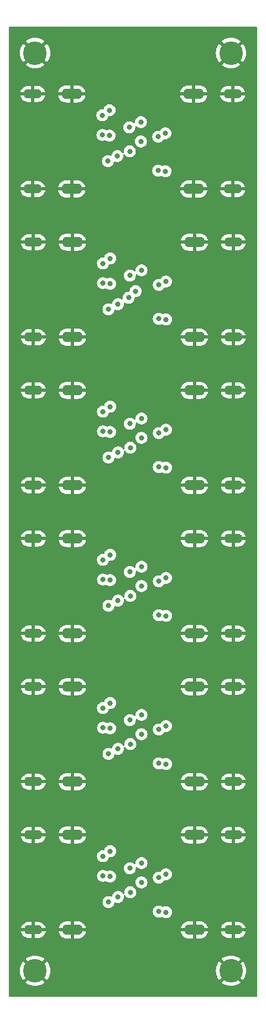
<source format=gbr>
%TF.GenerationSoftware,KiCad,Pcbnew,6.0.7-1.fc36*%
%TF.CreationDate,2022-07-28T17:35:04+01:00*%
%TF.ProjectId,pc070_aida_hdmi_rpc_hdmi,70633037-305f-4616-9964-615f68646d69,rev?*%
%TF.SameCoordinates,Original*%
%TF.FileFunction,Copper,L3,Inr*%
%TF.FilePolarity,Positive*%
%FSLAX46Y46*%
G04 Gerber Fmt 4.6, Leading zero omitted, Abs format (unit mm)*
G04 Created by KiCad (PCBNEW 6.0.7-1.fc36) date 2022-07-28 17:35:04*
%MOMM*%
%LPD*%
G01*
G04 APERTURE LIST*
%TA.AperFunction,ComponentPad*%
%ADD10O,3.200000X1.600000*%
%TD*%
%TA.AperFunction,ComponentPad*%
%ADD11O,2.820000X1.410000*%
%TD*%
%TA.AperFunction,ComponentPad*%
%ADD12C,3.600000*%
%TD*%
%TA.AperFunction,ViaPad*%
%ADD13C,0.800000*%
%TD*%
G04 APERTURE END LIST*
D10*
%TO.N,GND*%
%TO.C,J2*%
X99300000Y-65735000D03*
X99300000Y-51235000D03*
D11*
X105260000Y-65735000D03*
X105260000Y-51235000D03*
%TD*%
D10*
%TO.N,GND*%
%TO.C,J9*%
X80700000Y-141659000D03*
X80700000Y-156159000D03*
D11*
X74740000Y-141659000D03*
X74740000Y-156159000D03*
%TD*%
D12*
%TO.N,GND*%
%TO.C,H3*%
X105000000Y-185000000D03*
%TD*%
%TO.N,GND*%
%TO.C,H4*%
X75000000Y-185000000D03*
%TD*%
D10*
%TO.N,GND*%
%TO.C,J8*%
X99390000Y-133553000D03*
X99390000Y-119053000D03*
D11*
X105350000Y-133553000D03*
X105350000Y-119053000D03*
%TD*%
D10*
%TO.N,GND*%
%TO.C,J6*%
X99390000Y-110947000D03*
X99390000Y-96447000D03*
D11*
X105350000Y-110947000D03*
X105350000Y-96447000D03*
%TD*%
D10*
%TO.N,GND*%
%TO.C,J12*%
X99390000Y-178765000D03*
X99390000Y-164265000D03*
D11*
X105350000Y-178765000D03*
X105350000Y-164265000D03*
%TD*%
D10*
%TO.N,GND*%
%TO.C,J3*%
X80700000Y-73841000D03*
X80700000Y-88341000D03*
D11*
X74740000Y-73841000D03*
X74740000Y-88341000D03*
%TD*%
D10*
%TO.N,GND*%
%TO.C,J1*%
X80610000Y-51235000D03*
X80610000Y-65735000D03*
D11*
X74650000Y-51235000D03*
X74650000Y-65735000D03*
%TD*%
D12*
%TO.N,GND*%
%TO.C,H2*%
X105000000Y-45000000D03*
%TD*%
D10*
%TO.N,GND*%
%TO.C,J7*%
X80700000Y-119053000D03*
X80700000Y-133553000D03*
D11*
X74740000Y-119053000D03*
X74740000Y-133553000D03*
%TD*%
D10*
%TO.N,GND*%
%TO.C,J11*%
X80700000Y-164265000D03*
X80700000Y-178765000D03*
D11*
X74740000Y-164265000D03*
X74740000Y-178765000D03*
%TD*%
D12*
%TO.N,GND*%
%TO.C,H1*%
X75000000Y-45000000D03*
%TD*%
D10*
%TO.N,GND*%
%TO.C,J4*%
X99390000Y-88341000D03*
X99390000Y-73841000D03*
D11*
X105350000Y-88341000D03*
X105350000Y-73841000D03*
%TD*%
D10*
%TO.N,GND*%
%TO.C,J10*%
X99390000Y-156159000D03*
X99390000Y-141659000D03*
D11*
X105350000Y-156159000D03*
X105350000Y-141659000D03*
%TD*%
D10*
%TO.N,GND*%
%TO.C,J5*%
X80700000Y-96447000D03*
X80700000Y-110947000D03*
D11*
X74740000Y-96447000D03*
X74740000Y-110947000D03*
%TD*%
D13*
%TO.N,GND*%
X100425915Y-149417874D03*
X100425915Y-104205874D03*
X100425915Y-81599874D03*
X100425915Y-172023874D03*
X100425915Y-126811874D03*
X100335915Y-58993874D03*
X79654084Y-128826148D03*
X79654084Y-151432148D03*
X79564084Y-61008148D03*
X79654084Y-83614148D03*
X79654084Y-174038148D03*
X79654084Y-106220148D03*
X100432439Y-146390915D03*
X100432439Y-101178915D03*
X100432439Y-168996915D03*
X100432439Y-78572915D03*
X100432439Y-123784915D03*
X100342439Y-55966915D03*
X100425915Y-147917874D03*
X100425915Y-102705874D03*
X100425915Y-170523874D03*
X100425915Y-80099874D03*
X100425915Y-125311874D03*
X100335915Y-57493874D03*
X79658515Y-125786285D03*
X79658515Y-148392285D03*
X79658515Y-80574285D03*
X79658515Y-170998285D03*
X79658515Y-103180285D03*
X79568515Y-57968285D03*
X79663533Y-152899359D03*
X79663533Y-85081359D03*
X79663533Y-175505359D03*
X79663533Y-107687359D03*
X79663533Y-130293359D03*
X79573533Y-62475359D03*
X100422359Y-99701005D03*
X100422359Y-167519005D03*
X100422359Y-77095005D03*
X100422359Y-122307005D03*
X100422359Y-144913005D03*
X100332359Y-54489005D03*
X79653478Y-127278958D03*
X79653478Y-149884958D03*
X79653478Y-82066958D03*
X79653478Y-172490958D03*
X79653478Y-104672958D03*
X79563478Y-59460958D03*
%TO.N,/pc070_aida_hdmi_rpc_hdmi_single/CLK*%
X86400000Y-57585000D03*
X86400000Y-53735000D03*
%TO.N,/pc070_aida_hdmi_rpc_hdmi_single/CLK\u002A*%
X85300000Y-54485000D03*
X85300000Y-57485000D03*
%TO.N,/pc070_aida_hdmi_rpc_hdmi_single/CONT*%
X91200000Y-55535000D03*
X89424951Y-56334549D03*
%TO.N,/pc070_aida_hdmi_rpc_hdmi_single/BUSY*%
X94950000Y-57235000D03*
X94950000Y-63035000D03*
%TO.N,/pc070_aida_hdmi_rpc_hdmi_single/BUSY\u002A*%
X93850000Y-57760500D03*
X93850000Y-62935000D03*
%TO.N,/pc070_aida_hdmi_rpc_hdmi_single/SPARE*%
X91200000Y-58485000D03*
X89500000Y-59985000D03*
%TO.N,/pc070_aida_hdmi_rpc_hdmi_single/TRIG*%
X87600000Y-60709500D03*
X86150000Y-61485000D03*
%TO.N,/pc070_aida_hdmi_rpc_hdmi_single1/CLK*%
X86490000Y-80191000D03*
X86490000Y-76341000D03*
%TO.N,/pc070_aida_hdmi_rpc_hdmi_single1/CLK\u002A*%
X85390000Y-77091000D03*
X85390000Y-80091000D03*
%TO.N,/pc070_aida_hdmi_rpc_hdmi_single1/CONT*%
X91290000Y-78141000D03*
X89514951Y-78940549D03*
%TO.N,/pc070_aida_hdmi_rpc_hdmi_single1/BUSY*%
X95040000Y-79841000D03*
X95040000Y-85641000D03*
%TO.N,/pc070_aida_hdmi_rpc_hdmi_single1/BUSY\u002A*%
X93940000Y-80366500D03*
X93940000Y-85541000D03*
%TO.N,/pc070_aida_hdmi_rpc_hdmi_single1/SPARE*%
X90382356Y-81334144D03*
X89317008Y-82317992D03*
%TO.N,/pc070_aida_hdmi_rpc_hdmi_single1/TRIG*%
X87690000Y-83315500D03*
X86240000Y-84091000D03*
%TO.N,/pc070_aida_hdmi_rpc_hdmi_single2/CLK*%
X86490000Y-102797000D03*
X86490000Y-98947000D03*
%TO.N,/pc070_aida_hdmi_rpc_hdmi_single2/CLK\u002A*%
X85390000Y-99697000D03*
X85390000Y-102697000D03*
%TO.N,/pc070_aida_hdmi_rpc_hdmi_single2/CONT*%
X91290000Y-100747000D03*
X89514951Y-101546549D03*
%TO.N,/pc070_aida_hdmi_rpc_hdmi_single2/BUSY*%
X95040000Y-102447000D03*
X95040000Y-108247000D03*
%TO.N,/pc070_aida_hdmi_rpc_hdmi_single2/BUSY\u002A*%
X93940000Y-102972500D03*
X93940000Y-108147000D03*
%TO.N,/pc070_aida_hdmi_rpc_hdmi_single2/SPARE*%
X91290000Y-103697000D03*
X89590000Y-105197000D03*
%TO.N,/pc070_aida_hdmi_rpc_hdmi_single2/TRIG*%
X87690000Y-105921500D03*
X86240000Y-106697000D03*
%TO.N,/pc070_aida_hdmi_rpc_hdmi_single4/CLK*%
X86490000Y-125403000D03*
X86490000Y-121553000D03*
%TO.N,/pc070_aida_hdmi_rpc_hdmi_single4/CLK\u002A*%
X85390000Y-122303000D03*
X85390000Y-125303000D03*
%TO.N,/pc070_aida_hdmi_rpc_hdmi_single4/CONT*%
X91290000Y-123353000D03*
X89514951Y-124152549D03*
%TO.N,/pc070_aida_hdmi_rpc_hdmi_single4/BUSY*%
X95040000Y-125053000D03*
X95040000Y-130853000D03*
%TO.N,/pc070_aida_hdmi_rpc_hdmi_single4/BUSY\u002A*%
X93940000Y-125578500D03*
X93940000Y-130753000D03*
%TO.N,/pc070_aida_hdmi_rpc_hdmi_single4/SPARE*%
X91290000Y-126303000D03*
X89590000Y-127803000D03*
%TO.N,/pc070_aida_hdmi_rpc_hdmi_single4/TRIG*%
X87690000Y-128527500D03*
X86240000Y-129303000D03*
%TO.N,/pc070_aida_hdmi_rpc_hdmi_single5/CLK*%
X86490000Y-148009000D03*
X86490000Y-144159000D03*
%TO.N,/pc070_aida_hdmi_rpc_hdmi_single5/CLK\u002A*%
X85390000Y-144909000D03*
X85390000Y-147909000D03*
%TO.N,/pc070_aida_hdmi_rpc_hdmi_single5/CONT*%
X91290000Y-145959000D03*
X89514951Y-146758549D03*
%TO.N,/pc070_aida_hdmi_rpc_hdmi_single5/BUSY*%
X95040000Y-147659000D03*
X95040000Y-153459000D03*
%TO.N,/pc070_aida_hdmi_rpc_hdmi_single5/BUSY\u002A*%
X93940000Y-148184500D03*
X93940000Y-153359000D03*
%TO.N,/pc070_aida_hdmi_rpc_hdmi_single5/SPARE*%
X91290000Y-148909000D03*
X89590000Y-150409000D03*
%TO.N,/pc070_aida_hdmi_rpc_hdmi_single5/TRIG*%
X87690000Y-151133500D03*
X86240000Y-151909000D03*
%TO.N,/pc070_aida_hdmi_rpc_hdmi_single3/CLK*%
X86490000Y-170615000D03*
X86490000Y-166765000D03*
%TO.N,/pc070_aida_hdmi_rpc_hdmi_single3/CLK\u002A*%
X85390000Y-167515000D03*
X85390000Y-170515000D03*
%TO.N,/pc070_aida_hdmi_rpc_hdmi_single3/CONT*%
X91290000Y-168565000D03*
X89514951Y-169364549D03*
%TO.N,/pc070_aida_hdmi_rpc_hdmi_single3/BUSY*%
X95040000Y-170265000D03*
X95040000Y-176065000D03*
%TO.N,/pc070_aida_hdmi_rpc_hdmi_single3/BUSY\u002A*%
X93940000Y-170790500D03*
X93940000Y-175965000D03*
%TO.N,/pc070_aida_hdmi_rpc_hdmi_single3/SPARE*%
X91290000Y-171515000D03*
X89590000Y-173015000D03*
%TO.N,/pc070_aida_hdmi_rpc_hdmi_single3/TRIG*%
X87690000Y-173739500D03*
X86240000Y-174515000D03*
%TD*%
%TA.AperFunction,Conductor*%
%TO.N,GND*%
G36*
X108942121Y-41020002D02*
G01*
X108988614Y-41073658D01*
X109000000Y-41126000D01*
X109000000Y-188874000D01*
X108979998Y-188942121D01*
X108926342Y-188988614D01*
X108874000Y-189000000D01*
X71126000Y-189000000D01*
X71057879Y-188979998D01*
X71011386Y-188926342D01*
X71000000Y-188874000D01*
X71000000Y-186804286D01*
X73561171Y-186804286D01*
X73567628Y-186813646D01*
X73588864Y-186832270D01*
X73595395Y-186837281D01*
X73840091Y-187000781D01*
X73847228Y-187004902D01*
X74111174Y-187135065D01*
X74118778Y-187138215D01*
X74397457Y-187232814D01*
X74405409Y-187234945D01*
X74694056Y-187292360D01*
X74702214Y-187293434D01*
X74995881Y-187312682D01*
X75004119Y-187312682D01*
X75297786Y-187293434D01*
X75305944Y-187292360D01*
X75594591Y-187234945D01*
X75602543Y-187232814D01*
X75881222Y-187138215D01*
X75888826Y-187135065D01*
X76152772Y-187004902D01*
X76159909Y-187000781D01*
X76404605Y-186837281D01*
X76411136Y-186832270D01*
X76430507Y-186815281D01*
X76437481Y-186804286D01*
X103561171Y-186804286D01*
X103567628Y-186813646D01*
X103588864Y-186832270D01*
X103595395Y-186837281D01*
X103840091Y-187000781D01*
X103847228Y-187004902D01*
X104111174Y-187135065D01*
X104118778Y-187138215D01*
X104397457Y-187232814D01*
X104405409Y-187234945D01*
X104694056Y-187292360D01*
X104702214Y-187293434D01*
X104995881Y-187312682D01*
X105004119Y-187312682D01*
X105297786Y-187293434D01*
X105305944Y-187292360D01*
X105594591Y-187234945D01*
X105602543Y-187232814D01*
X105881222Y-187138215D01*
X105888826Y-187135065D01*
X106152772Y-187004902D01*
X106159909Y-187000781D01*
X106404605Y-186837281D01*
X106411136Y-186832270D01*
X106430507Y-186815281D01*
X106438903Y-186802044D01*
X106433069Y-186792279D01*
X105012812Y-185372022D01*
X104998868Y-185364408D01*
X104997035Y-185364539D01*
X104990420Y-185368790D01*
X103568685Y-186790525D01*
X103561171Y-186804286D01*
X76437481Y-186804286D01*
X76438903Y-186802044D01*
X76433069Y-186792279D01*
X75012812Y-185372022D01*
X74998868Y-185364408D01*
X74997035Y-185364539D01*
X74990420Y-185368790D01*
X73568685Y-186790525D01*
X73561171Y-186804286D01*
X71000000Y-186804286D01*
X71000000Y-185004119D01*
X72687318Y-185004119D01*
X72706566Y-185297786D01*
X72707640Y-185305944D01*
X72765055Y-185594591D01*
X72767186Y-185602543D01*
X72861785Y-185881222D01*
X72864935Y-185888826D01*
X72995098Y-186152772D01*
X72999219Y-186159909D01*
X73162719Y-186404605D01*
X73167730Y-186411136D01*
X73184719Y-186430507D01*
X73197956Y-186438903D01*
X73207721Y-186433069D01*
X74627978Y-185012812D01*
X74634356Y-185001132D01*
X75364408Y-185001132D01*
X75364539Y-185002965D01*
X75368790Y-185009580D01*
X76790525Y-186431315D01*
X76804286Y-186438829D01*
X76813646Y-186432372D01*
X76832270Y-186411136D01*
X76837281Y-186404605D01*
X77000781Y-186159909D01*
X77004902Y-186152772D01*
X77135065Y-185888826D01*
X77138215Y-185881222D01*
X77232814Y-185602543D01*
X77234945Y-185594591D01*
X77292360Y-185305944D01*
X77293434Y-185297786D01*
X77312682Y-185004119D01*
X102687318Y-185004119D01*
X102706566Y-185297786D01*
X102707640Y-185305944D01*
X102765055Y-185594591D01*
X102767186Y-185602543D01*
X102861785Y-185881222D01*
X102864935Y-185888826D01*
X102995098Y-186152772D01*
X102999219Y-186159909D01*
X103162719Y-186404605D01*
X103167730Y-186411136D01*
X103184719Y-186430507D01*
X103197956Y-186438903D01*
X103207721Y-186433069D01*
X104627978Y-185012812D01*
X104634356Y-185001132D01*
X105364408Y-185001132D01*
X105364539Y-185002965D01*
X105368790Y-185009580D01*
X106790525Y-186431315D01*
X106804286Y-186438829D01*
X106813646Y-186432372D01*
X106832270Y-186411136D01*
X106837281Y-186404605D01*
X107000781Y-186159909D01*
X107004902Y-186152772D01*
X107135065Y-185888826D01*
X107138215Y-185881222D01*
X107232814Y-185602543D01*
X107234945Y-185594591D01*
X107292360Y-185305944D01*
X107293434Y-185297786D01*
X107312682Y-185004119D01*
X107312682Y-184995881D01*
X107293434Y-184702214D01*
X107292360Y-184694056D01*
X107234945Y-184405409D01*
X107232814Y-184397457D01*
X107138215Y-184118778D01*
X107135065Y-184111174D01*
X107004902Y-183847228D01*
X107000781Y-183840091D01*
X106837281Y-183595395D01*
X106832270Y-183588864D01*
X106815281Y-183569493D01*
X106802044Y-183561097D01*
X106792279Y-183566931D01*
X105372022Y-184987188D01*
X105364408Y-185001132D01*
X104634356Y-185001132D01*
X104635592Y-184998868D01*
X104635461Y-184997035D01*
X104631210Y-184990420D01*
X103209475Y-183568685D01*
X103195714Y-183561171D01*
X103186354Y-183567628D01*
X103167730Y-183588864D01*
X103162719Y-183595395D01*
X102999219Y-183840091D01*
X102995098Y-183847228D01*
X102864935Y-184111174D01*
X102861785Y-184118778D01*
X102767186Y-184397457D01*
X102765055Y-184405409D01*
X102707640Y-184694056D01*
X102706566Y-184702214D01*
X102687318Y-184995881D01*
X102687318Y-185004119D01*
X77312682Y-185004119D01*
X77312682Y-184995881D01*
X77293434Y-184702214D01*
X77292360Y-184694056D01*
X77234945Y-184405409D01*
X77232814Y-184397457D01*
X77138215Y-184118778D01*
X77135065Y-184111174D01*
X77004902Y-183847228D01*
X77000781Y-183840091D01*
X76837281Y-183595395D01*
X76832270Y-183588864D01*
X76815281Y-183569493D01*
X76802044Y-183561097D01*
X76792279Y-183566931D01*
X75372022Y-184987188D01*
X75364408Y-185001132D01*
X74634356Y-185001132D01*
X74635592Y-184998868D01*
X74635461Y-184997035D01*
X74631210Y-184990420D01*
X73209475Y-183568685D01*
X73195714Y-183561171D01*
X73186354Y-183567628D01*
X73167730Y-183588864D01*
X73162719Y-183595395D01*
X72999219Y-183840091D01*
X72995098Y-183847228D01*
X72864935Y-184111174D01*
X72861785Y-184118778D01*
X72767186Y-184397457D01*
X72765055Y-184405409D01*
X72707640Y-184694056D01*
X72706566Y-184702214D01*
X72687318Y-184995881D01*
X72687318Y-185004119D01*
X71000000Y-185004119D01*
X71000000Y-183197956D01*
X73561097Y-183197956D01*
X73566931Y-183207721D01*
X74987188Y-184627978D01*
X75001132Y-184635592D01*
X75002965Y-184635461D01*
X75009580Y-184631210D01*
X76431315Y-183209475D01*
X76437605Y-183197956D01*
X103561097Y-183197956D01*
X103566931Y-183207721D01*
X104987188Y-184627978D01*
X105001132Y-184635592D01*
X105002965Y-184635461D01*
X105009580Y-184631210D01*
X106431315Y-183209475D01*
X106438829Y-183195714D01*
X106432372Y-183186354D01*
X106411136Y-183167730D01*
X106404605Y-183162719D01*
X106159909Y-182999219D01*
X106152772Y-182995098D01*
X105888826Y-182864935D01*
X105881222Y-182861785D01*
X105602543Y-182767186D01*
X105594591Y-182765055D01*
X105305944Y-182707640D01*
X105297786Y-182706566D01*
X105004119Y-182687318D01*
X104995881Y-182687318D01*
X104702214Y-182706566D01*
X104694056Y-182707640D01*
X104405409Y-182765055D01*
X104397457Y-182767186D01*
X104118778Y-182861785D01*
X104111174Y-182864935D01*
X103847228Y-182995098D01*
X103840091Y-182999219D01*
X103595395Y-183162719D01*
X103588864Y-183167730D01*
X103569493Y-183184719D01*
X103561097Y-183197956D01*
X76437605Y-183197956D01*
X76438829Y-183195714D01*
X76432372Y-183186354D01*
X76411136Y-183167730D01*
X76404605Y-183162719D01*
X76159909Y-182999219D01*
X76152772Y-182995098D01*
X75888826Y-182864935D01*
X75881222Y-182861785D01*
X75602543Y-182767186D01*
X75594591Y-182765055D01*
X75305944Y-182707640D01*
X75297786Y-182706566D01*
X75004119Y-182687318D01*
X74995881Y-182687318D01*
X74702214Y-182706566D01*
X74694056Y-182707640D01*
X74405409Y-182765055D01*
X74397457Y-182767186D01*
X74118778Y-182861785D01*
X74111174Y-182864935D01*
X73847228Y-182995098D01*
X73840091Y-182999219D01*
X73595395Y-183162719D01*
X73588864Y-183167730D01*
X73569493Y-183184719D01*
X73561097Y-183197956D01*
X71000000Y-183197956D01*
X71000000Y-179030421D01*
X72847465Y-179030421D01*
X72905730Y-179219811D01*
X72909951Y-179230157D01*
X73004119Y-179412604D01*
X73010105Y-179422035D01*
X73135089Y-179584918D01*
X73142651Y-179593141D01*
X73294511Y-179731323D01*
X73303411Y-179738078D01*
X73477328Y-179847177D01*
X73487294Y-179852254D01*
X73677773Y-179928826D01*
X73688488Y-179932061D01*
X73890494Y-179973895D01*
X73899630Y-179975098D01*
X73948140Y-179977895D01*
X73951787Y-179978000D01*
X74467885Y-179978000D01*
X74483124Y-179973525D01*
X74484329Y-179972135D01*
X74486000Y-179964452D01*
X74486000Y-179959885D01*
X74994000Y-179959885D01*
X74998475Y-179975124D01*
X74999865Y-179976329D01*
X75007548Y-179978000D01*
X75497136Y-179978000D01*
X75502731Y-179977751D01*
X75655077Y-179964154D01*
X75666091Y-179962172D01*
X75864111Y-179908001D01*
X75874592Y-179904103D01*
X76059903Y-179815713D01*
X76069517Y-179810028D01*
X76236245Y-179690223D01*
X76244710Y-179682915D01*
X76387579Y-179535484D01*
X76394622Y-179526787D01*
X76509126Y-179356389D01*
X76514512Y-179346592D01*
X76597035Y-179158598D01*
X76600600Y-179148006D01*
X76627342Y-179036616D01*
X76627087Y-179031522D01*
X78617273Y-179031522D01*
X78664764Y-179208761D01*
X78668510Y-179219053D01*
X78760586Y-179416511D01*
X78766069Y-179426007D01*
X78891028Y-179604467D01*
X78898084Y-179612875D01*
X79052125Y-179766916D01*
X79060533Y-179773972D01*
X79238993Y-179898931D01*
X79248489Y-179904414D01*
X79445947Y-179996490D01*
X79456239Y-180000236D01*
X79666688Y-180056625D01*
X79677481Y-180058528D01*
X79840170Y-180072762D01*
X79845635Y-180073000D01*
X80427885Y-180073000D01*
X80443124Y-180068525D01*
X80444329Y-180067135D01*
X80446000Y-180059452D01*
X80446000Y-180054885D01*
X80954000Y-180054885D01*
X80958475Y-180070124D01*
X80959865Y-180071329D01*
X80967548Y-180073000D01*
X81554365Y-180073000D01*
X81559830Y-180072762D01*
X81722519Y-180058528D01*
X81733312Y-180056625D01*
X81943761Y-180000236D01*
X81954053Y-179996490D01*
X82151511Y-179904414D01*
X82161007Y-179898931D01*
X82339467Y-179773972D01*
X82347875Y-179766916D01*
X82501916Y-179612875D01*
X82508972Y-179604467D01*
X82633931Y-179426007D01*
X82639414Y-179416511D01*
X82731490Y-179219053D01*
X82735236Y-179208761D01*
X82781394Y-179036497D01*
X82781275Y-179031522D01*
X97307273Y-179031522D01*
X97354764Y-179208761D01*
X97358510Y-179219053D01*
X97450586Y-179416511D01*
X97456069Y-179426007D01*
X97581028Y-179604467D01*
X97588084Y-179612875D01*
X97742125Y-179766916D01*
X97750533Y-179773972D01*
X97928993Y-179898931D01*
X97938489Y-179904414D01*
X98135947Y-179996490D01*
X98146239Y-180000236D01*
X98356688Y-180056625D01*
X98367481Y-180058528D01*
X98530170Y-180072762D01*
X98535635Y-180073000D01*
X99117885Y-180073000D01*
X99133124Y-180068525D01*
X99134329Y-180067135D01*
X99136000Y-180059452D01*
X99136000Y-180054885D01*
X99644000Y-180054885D01*
X99648475Y-180070124D01*
X99649865Y-180071329D01*
X99657548Y-180073000D01*
X100244365Y-180073000D01*
X100249830Y-180072762D01*
X100412519Y-180058528D01*
X100423312Y-180056625D01*
X100633761Y-180000236D01*
X100644053Y-179996490D01*
X100841511Y-179904414D01*
X100851007Y-179898931D01*
X101029467Y-179773972D01*
X101037875Y-179766916D01*
X101191916Y-179612875D01*
X101198972Y-179604467D01*
X101323931Y-179426007D01*
X101329414Y-179416511D01*
X101421490Y-179219053D01*
X101425236Y-179208761D01*
X101471394Y-179036497D01*
X101471249Y-179030421D01*
X103457465Y-179030421D01*
X103515730Y-179219811D01*
X103519951Y-179230157D01*
X103614119Y-179412604D01*
X103620105Y-179422035D01*
X103745089Y-179584918D01*
X103752651Y-179593141D01*
X103904511Y-179731323D01*
X103913411Y-179738078D01*
X104087328Y-179847177D01*
X104097294Y-179852254D01*
X104287773Y-179928826D01*
X104298488Y-179932061D01*
X104500494Y-179973895D01*
X104509630Y-179975098D01*
X104558140Y-179977895D01*
X104561787Y-179978000D01*
X105077885Y-179978000D01*
X105093124Y-179973525D01*
X105094329Y-179972135D01*
X105096000Y-179964452D01*
X105096000Y-179959885D01*
X105604000Y-179959885D01*
X105608475Y-179975124D01*
X105609865Y-179976329D01*
X105617548Y-179978000D01*
X106107136Y-179978000D01*
X106112731Y-179977751D01*
X106265077Y-179964154D01*
X106276091Y-179962172D01*
X106474111Y-179908001D01*
X106484592Y-179904103D01*
X106669903Y-179815713D01*
X106679517Y-179810028D01*
X106846245Y-179690223D01*
X106854710Y-179682915D01*
X106997579Y-179535484D01*
X107004622Y-179526787D01*
X107119126Y-179356389D01*
X107124512Y-179346592D01*
X107207035Y-179158598D01*
X107210600Y-179148006D01*
X107237342Y-179036616D01*
X107236637Y-179022530D01*
X107227758Y-179019000D01*
X105622115Y-179019000D01*
X105606876Y-179023475D01*
X105605671Y-179024865D01*
X105604000Y-179032548D01*
X105604000Y-179959885D01*
X105096000Y-179959885D01*
X105096000Y-179037115D01*
X105091525Y-179021876D01*
X105090135Y-179020671D01*
X105082452Y-179019000D01*
X103472067Y-179019000D01*
X103458536Y-179022973D01*
X103457465Y-179030421D01*
X101471249Y-179030421D01*
X101471058Y-179022401D01*
X101463116Y-179019000D01*
X99662115Y-179019000D01*
X99646876Y-179023475D01*
X99645671Y-179024865D01*
X99644000Y-179032548D01*
X99644000Y-180054885D01*
X99136000Y-180054885D01*
X99136000Y-179037115D01*
X99131525Y-179021876D01*
X99130135Y-179020671D01*
X99122452Y-179019000D01*
X97322033Y-179019000D01*
X97308502Y-179022973D01*
X97307273Y-179031522D01*
X82781275Y-179031522D01*
X82781058Y-179022401D01*
X82773116Y-179019000D01*
X80972115Y-179019000D01*
X80956876Y-179023475D01*
X80955671Y-179024865D01*
X80954000Y-179032548D01*
X80954000Y-180054885D01*
X80446000Y-180054885D01*
X80446000Y-179037115D01*
X80441525Y-179021876D01*
X80440135Y-179020671D01*
X80432452Y-179019000D01*
X78632033Y-179019000D01*
X78618502Y-179022973D01*
X78617273Y-179031522D01*
X76627087Y-179031522D01*
X76626637Y-179022530D01*
X76617758Y-179019000D01*
X75012115Y-179019000D01*
X74996876Y-179023475D01*
X74995671Y-179024865D01*
X74994000Y-179032548D01*
X74994000Y-179959885D01*
X74486000Y-179959885D01*
X74486000Y-179037115D01*
X74481525Y-179021876D01*
X74480135Y-179020671D01*
X74472452Y-179019000D01*
X72862067Y-179019000D01*
X72848536Y-179022973D01*
X72847465Y-179030421D01*
X71000000Y-179030421D01*
X71000000Y-178493384D01*
X72852658Y-178493384D01*
X72853363Y-178507470D01*
X72862242Y-178511000D01*
X74467885Y-178511000D01*
X74483124Y-178506525D01*
X74484329Y-178505135D01*
X74486000Y-178497452D01*
X74486000Y-178492885D01*
X74994000Y-178492885D01*
X74998475Y-178508124D01*
X74999865Y-178509329D01*
X75007548Y-178511000D01*
X76617933Y-178511000D01*
X76631464Y-178507027D01*
X76632535Y-178499579D01*
X76630666Y-178493503D01*
X78618606Y-178493503D01*
X78618942Y-178507599D01*
X78626884Y-178511000D01*
X80427885Y-178511000D01*
X80443124Y-178506525D01*
X80444329Y-178505135D01*
X80446000Y-178497452D01*
X80446000Y-178492885D01*
X80954000Y-178492885D01*
X80958475Y-178508124D01*
X80959865Y-178509329D01*
X80967548Y-178511000D01*
X82767967Y-178511000D01*
X82781498Y-178507027D01*
X82782727Y-178498478D01*
X82781394Y-178493503D01*
X97308606Y-178493503D01*
X97308942Y-178507599D01*
X97316884Y-178511000D01*
X99117885Y-178511000D01*
X99133124Y-178506525D01*
X99134329Y-178505135D01*
X99136000Y-178497452D01*
X99136000Y-178492885D01*
X99644000Y-178492885D01*
X99648475Y-178508124D01*
X99649865Y-178509329D01*
X99657548Y-178511000D01*
X101457967Y-178511000D01*
X101471498Y-178507027D01*
X101472727Y-178498478D01*
X101471362Y-178493384D01*
X103462658Y-178493384D01*
X103463363Y-178507470D01*
X103472242Y-178511000D01*
X105077885Y-178511000D01*
X105093124Y-178506525D01*
X105094329Y-178505135D01*
X105096000Y-178497452D01*
X105096000Y-178492885D01*
X105604000Y-178492885D01*
X105608475Y-178508124D01*
X105609865Y-178509329D01*
X105617548Y-178511000D01*
X107227933Y-178511000D01*
X107241464Y-178507027D01*
X107242535Y-178499579D01*
X107184270Y-178310189D01*
X107180049Y-178299843D01*
X107085881Y-178117396D01*
X107079895Y-178107965D01*
X106954911Y-177945082D01*
X106947349Y-177936859D01*
X106795489Y-177798677D01*
X106786589Y-177791922D01*
X106612672Y-177682823D01*
X106602706Y-177677746D01*
X106412227Y-177601174D01*
X106401512Y-177597939D01*
X106199506Y-177556105D01*
X106190370Y-177554902D01*
X106141860Y-177552105D01*
X106138213Y-177552000D01*
X105622115Y-177552000D01*
X105606876Y-177556475D01*
X105605671Y-177557865D01*
X105604000Y-177565548D01*
X105604000Y-178492885D01*
X105096000Y-178492885D01*
X105096000Y-177570115D01*
X105091525Y-177554876D01*
X105090135Y-177553671D01*
X105082452Y-177552000D01*
X104592864Y-177552000D01*
X104587269Y-177552249D01*
X104434923Y-177565846D01*
X104423909Y-177567828D01*
X104225889Y-177621999D01*
X104215408Y-177625897D01*
X104030097Y-177714287D01*
X104020483Y-177719972D01*
X103853755Y-177839777D01*
X103845290Y-177847085D01*
X103702421Y-177994516D01*
X103695378Y-178003213D01*
X103580874Y-178173611D01*
X103575488Y-178183408D01*
X103492965Y-178371402D01*
X103489400Y-178381994D01*
X103462658Y-178493384D01*
X101471362Y-178493384D01*
X101425236Y-178321239D01*
X101421490Y-178310947D01*
X101329414Y-178113489D01*
X101323931Y-178103993D01*
X101198972Y-177925533D01*
X101191916Y-177917125D01*
X101037875Y-177763084D01*
X101029467Y-177756028D01*
X100851007Y-177631069D01*
X100841511Y-177625586D01*
X100644053Y-177533510D01*
X100633761Y-177529764D01*
X100423312Y-177473375D01*
X100412519Y-177471472D01*
X100249830Y-177457238D01*
X100244365Y-177457000D01*
X99662115Y-177457000D01*
X99646876Y-177461475D01*
X99645671Y-177462865D01*
X99644000Y-177470548D01*
X99644000Y-178492885D01*
X99136000Y-178492885D01*
X99136000Y-177475115D01*
X99131525Y-177459876D01*
X99130135Y-177458671D01*
X99122452Y-177457000D01*
X98535635Y-177457000D01*
X98530170Y-177457238D01*
X98367481Y-177471472D01*
X98356688Y-177473375D01*
X98146239Y-177529764D01*
X98135947Y-177533510D01*
X97938489Y-177625586D01*
X97928993Y-177631069D01*
X97750533Y-177756028D01*
X97742125Y-177763084D01*
X97588084Y-177917125D01*
X97581028Y-177925533D01*
X97456069Y-178103993D01*
X97450586Y-178113489D01*
X97358510Y-178310947D01*
X97354764Y-178321239D01*
X97308606Y-178493503D01*
X82781394Y-178493503D01*
X82735236Y-178321239D01*
X82731490Y-178310947D01*
X82639414Y-178113489D01*
X82633931Y-178103993D01*
X82508972Y-177925533D01*
X82501916Y-177917125D01*
X82347875Y-177763084D01*
X82339467Y-177756028D01*
X82161007Y-177631069D01*
X82151511Y-177625586D01*
X81954053Y-177533510D01*
X81943761Y-177529764D01*
X81733312Y-177473375D01*
X81722519Y-177471472D01*
X81559830Y-177457238D01*
X81554365Y-177457000D01*
X80972115Y-177457000D01*
X80956876Y-177461475D01*
X80955671Y-177462865D01*
X80954000Y-177470548D01*
X80954000Y-178492885D01*
X80446000Y-178492885D01*
X80446000Y-177475115D01*
X80441525Y-177459876D01*
X80440135Y-177458671D01*
X80432452Y-177457000D01*
X79845635Y-177457000D01*
X79840170Y-177457238D01*
X79677481Y-177471472D01*
X79666688Y-177473375D01*
X79456239Y-177529764D01*
X79445947Y-177533510D01*
X79248489Y-177625586D01*
X79238993Y-177631069D01*
X79060533Y-177756028D01*
X79052125Y-177763084D01*
X78898084Y-177917125D01*
X78891028Y-177925533D01*
X78766069Y-178103993D01*
X78760586Y-178113489D01*
X78668510Y-178310947D01*
X78664764Y-178321239D01*
X78618606Y-178493503D01*
X76630666Y-178493503D01*
X76574270Y-178310189D01*
X76570049Y-178299843D01*
X76475881Y-178117396D01*
X76469895Y-178107965D01*
X76344911Y-177945082D01*
X76337349Y-177936859D01*
X76185489Y-177798677D01*
X76176589Y-177791922D01*
X76002672Y-177682823D01*
X75992706Y-177677746D01*
X75802227Y-177601174D01*
X75791512Y-177597939D01*
X75589506Y-177556105D01*
X75580370Y-177554902D01*
X75531860Y-177552105D01*
X75528213Y-177552000D01*
X75012115Y-177552000D01*
X74996876Y-177556475D01*
X74995671Y-177557865D01*
X74994000Y-177565548D01*
X74994000Y-178492885D01*
X74486000Y-178492885D01*
X74486000Y-177570115D01*
X74481525Y-177554876D01*
X74480135Y-177553671D01*
X74472452Y-177552000D01*
X73982864Y-177552000D01*
X73977269Y-177552249D01*
X73824923Y-177565846D01*
X73813909Y-177567828D01*
X73615889Y-177621999D01*
X73605408Y-177625897D01*
X73420097Y-177714287D01*
X73410483Y-177719972D01*
X73243755Y-177839777D01*
X73235290Y-177847085D01*
X73092421Y-177994516D01*
X73085378Y-178003213D01*
X72970874Y-178173611D01*
X72965488Y-178183408D01*
X72882965Y-178371402D01*
X72879400Y-178381994D01*
X72852658Y-178493384D01*
X71000000Y-178493384D01*
X71000000Y-175965000D01*
X93026496Y-175965000D01*
X93046458Y-176154928D01*
X93105473Y-176336556D01*
X93200960Y-176501944D01*
X93328747Y-176643866D01*
X93427843Y-176715864D01*
X93466385Y-176743866D01*
X93483248Y-176756118D01*
X93489276Y-176758802D01*
X93489278Y-176758803D01*
X93548994Y-176785390D01*
X93657712Y-176833794D01*
X93744479Y-176852237D01*
X93838056Y-176872128D01*
X93838061Y-176872128D01*
X93844513Y-176873500D01*
X94035487Y-176873500D01*
X94041939Y-176872128D01*
X94041944Y-176872128D01*
X94135521Y-176852237D01*
X94222288Y-176833794D01*
X94228315Y-176831111D01*
X94228323Y-176831108D01*
X94360590Y-176772219D01*
X94430957Y-176762785D01*
X94485899Y-176785390D01*
X94554410Y-176835166D01*
X94583248Y-176856118D01*
X94589276Y-176858802D01*
X94589278Y-176858803D01*
X94751681Y-176931109D01*
X94757712Y-176933794D01*
X94851112Y-176953647D01*
X94938056Y-176972128D01*
X94938061Y-176972128D01*
X94944513Y-176973500D01*
X95135487Y-176973500D01*
X95141939Y-176972128D01*
X95141944Y-176972128D01*
X95228888Y-176953647D01*
X95322288Y-176933794D01*
X95328319Y-176931109D01*
X95490722Y-176858803D01*
X95490724Y-176858802D01*
X95496752Y-176856118D01*
X95651253Y-176743866D01*
X95779040Y-176601944D01*
X95874527Y-176436556D01*
X95933542Y-176254928D01*
X95943393Y-176161206D01*
X95952814Y-176071565D01*
X95953504Y-176065000D01*
X95933542Y-175875072D01*
X95874527Y-175693444D01*
X95779040Y-175528056D01*
X95684898Y-175423500D01*
X95655675Y-175391045D01*
X95655674Y-175391044D01*
X95651253Y-175386134D01*
X95520375Y-175291045D01*
X95502094Y-175277763D01*
X95502093Y-175277762D01*
X95496752Y-175273882D01*
X95490724Y-175271198D01*
X95490722Y-175271197D01*
X95328319Y-175198891D01*
X95328318Y-175198891D01*
X95322288Y-175196206D01*
X95228888Y-175176353D01*
X95141944Y-175157872D01*
X95141939Y-175157872D01*
X95135487Y-175156500D01*
X94944513Y-175156500D01*
X94938061Y-175157872D01*
X94938056Y-175157872D01*
X94851112Y-175176353D01*
X94757712Y-175196206D01*
X94751685Y-175198889D01*
X94751677Y-175198892D01*
X94619410Y-175257781D01*
X94549043Y-175267215D01*
X94494101Y-175244610D01*
X94402094Y-175177763D01*
X94402093Y-175177762D01*
X94396752Y-175173882D01*
X94390724Y-175171198D01*
X94390722Y-175171197D01*
X94228319Y-175098891D01*
X94228318Y-175098891D01*
X94222288Y-175096206D01*
X94128888Y-175076353D01*
X94041944Y-175057872D01*
X94041939Y-175057872D01*
X94035487Y-175056500D01*
X93844513Y-175056500D01*
X93838061Y-175057872D01*
X93838056Y-175057872D01*
X93751112Y-175076353D01*
X93657712Y-175096206D01*
X93651682Y-175098891D01*
X93651681Y-175098891D01*
X93489278Y-175171197D01*
X93489276Y-175171198D01*
X93483248Y-175173882D01*
X93328747Y-175286134D01*
X93324326Y-175291044D01*
X93324325Y-175291045D01*
X93206298Y-175422128D01*
X93200960Y-175428056D01*
X93105473Y-175593444D01*
X93046458Y-175775072D01*
X93045768Y-175781633D01*
X93045768Y-175781635D01*
X93035948Y-175875072D01*
X93026496Y-175965000D01*
X71000000Y-175965000D01*
X71000000Y-174515000D01*
X85326496Y-174515000D01*
X85346458Y-174704928D01*
X85405473Y-174886556D01*
X85500960Y-175051944D01*
X85505378Y-175056851D01*
X85505379Y-175056852D01*
X85596338Y-175157872D01*
X85628747Y-175193866D01*
X85783248Y-175306118D01*
X85789276Y-175308802D01*
X85789278Y-175308803D01*
X85951681Y-175381109D01*
X85957712Y-175383794D01*
X86051113Y-175403647D01*
X86138056Y-175422128D01*
X86138061Y-175422128D01*
X86144513Y-175423500D01*
X86335487Y-175423500D01*
X86341939Y-175422128D01*
X86341944Y-175422128D01*
X86428887Y-175403647D01*
X86522288Y-175383794D01*
X86528319Y-175381109D01*
X86690722Y-175308803D01*
X86690724Y-175308802D01*
X86696752Y-175306118D01*
X86851253Y-175193866D01*
X86883662Y-175157872D01*
X86974621Y-175056852D01*
X86974622Y-175056851D01*
X86979040Y-175051944D01*
X87074527Y-174886556D01*
X87133542Y-174704928D01*
X87137373Y-174668478D01*
X87164386Y-174602821D01*
X87222608Y-174562191D01*
X87293553Y-174559488D01*
X87313931Y-174566541D01*
X87401677Y-174605608D01*
X87401685Y-174605611D01*
X87407712Y-174608294D01*
X87501113Y-174628147D01*
X87588056Y-174646628D01*
X87588061Y-174646628D01*
X87594513Y-174648000D01*
X87785487Y-174648000D01*
X87791939Y-174646628D01*
X87791944Y-174646628D01*
X87878887Y-174628147D01*
X87972288Y-174608294D01*
X87984581Y-174602821D01*
X88140722Y-174533303D01*
X88140724Y-174533302D01*
X88146752Y-174530618D01*
X88159213Y-174521565D01*
X88231311Y-174469182D01*
X88301253Y-174418366D01*
X88429040Y-174276444D01*
X88524527Y-174111056D01*
X88583542Y-173929428D01*
X88588621Y-173881109D01*
X88602814Y-173746065D01*
X88603504Y-173739500D01*
X88586292Y-173575739D01*
X88599064Y-173505901D01*
X88647566Y-173454055D01*
X88716399Y-173436660D01*
X88783709Y-173459241D01*
X88820721Y-173499569D01*
X88847658Y-173546226D01*
X88847661Y-173546231D01*
X88850960Y-173551944D01*
X88978747Y-173693866D01*
X89133248Y-173806118D01*
X89139276Y-173808802D01*
X89139278Y-173808803D01*
X89301681Y-173881109D01*
X89307712Y-173883794D01*
X89401112Y-173903647D01*
X89488056Y-173922128D01*
X89488061Y-173922128D01*
X89494513Y-173923500D01*
X89685487Y-173923500D01*
X89691939Y-173922128D01*
X89691944Y-173922128D01*
X89778888Y-173903647D01*
X89872288Y-173883794D01*
X89878319Y-173881109D01*
X90040722Y-173808803D01*
X90040724Y-173808802D01*
X90046752Y-173806118D01*
X90201253Y-173693866D01*
X90329040Y-173551944D01*
X90424527Y-173386556D01*
X90483542Y-173204928D01*
X90486293Y-173178760D01*
X90502814Y-173021565D01*
X90502814Y-173021564D01*
X90503504Y-173015000D01*
X90496220Y-172945697D01*
X90484232Y-172831635D01*
X90484232Y-172831633D01*
X90483542Y-172825072D01*
X90424527Y-172643444D01*
X90329040Y-172478056D01*
X90201253Y-172336134D01*
X90046752Y-172223882D01*
X90040724Y-172221198D01*
X90040722Y-172221197D01*
X89878319Y-172148891D01*
X89878318Y-172148891D01*
X89872288Y-172146206D01*
X89778887Y-172126353D01*
X89691944Y-172107872D01*
X89691939Y-172107872D01*
X89685487Y-172106500D01*
X89494513Y-172106500D01*
X89488061Y-172107872D01*
X89488056Y-172107872D01*
X89401113Y-172126353D01*
X89307712Y-172146206D01*
X89301682Y-172148891D01*
X89301681Y-172148891D01*
X89139278Y-172221197D01*
X89139276Y-172221198D01*
X89133248Y-172223882D01*
X88978747Y-172336134D01*
X88850960Y-172478056D01*
X88755473Y-172643444D01*
X88696458Y-172825072D01*
X88695768Y-172831633D01*
X88695768Y-172831635D01*
X88683780Y-172945697D01*
X88676496Y-173015000D01*
X88681809Y-173065545D01*
X88693708Y-173178760D01*
X88680936Y-173248599D01*
X88632434Y-173300445D01*
X88563601Y-173317840D01*
X88496291Y-173295259D01*
X88459279Y-173254931D01*
X88432342Y-173208274D01*
X88432339Y-173208269D01*
X88429040Y-173202556D01*
X88301253Y-173060634D01*
X88146752Y-172948382D01*
X88140724Y-172945698D01*
X88140722Y-172945697D01*
X87978319Y-172873391D01*
X87978318Y-172873391D01*
X87972288Y-172870706D01*
X87878888Y-172850853D01*
X87791944Y-172832372D01*
X87791939Y-172832372D01*
X87785487Y-172831000D01*
X87594513Y-172831000D01*
X87588061Y-172832372D01*
X87588056Y-172832372D01*
X87501112Y-172850853D01*
X87407712Y-172870706D01*
X87401682Y-172873391D01*
X87401681Y-172873391D01*
X87239278Y-172945697D01*
X87239276Y-172945698D01*
X87233248Y-172948382D01*
X87078747Y-173060634D01*
X86950960Y-173202556D01*
X86855473Y-173367944D01*
X86796458Y-173549572D01*
X86795768Y-173556133D01*
X86795768Y-173556135D01*
X86792627Y-173586022D01*
X86765614Y-173651679D01*
X86707392Y-173692309D01*
X86636447Y-173695012D01*
X86616069Y-173687959D01*
X86528323Y-173648892D01*
X86528315Y-173648889D01*
X86522288Y-173646206D01*
X86428887Y-173626353D01*
X86341944Y-173607872D01*
X86341939Y-173607872D01*
X86335487Y-173606500D01*
X86144513Y-173606500D01*
X86138061Y-173607872D01*
X86138056Y-173607872D01*
X86051113Y-173626353D01*
X85957712Y-173646206D01*
X85951682Y-173648891D01*
X85951681Y-173648891D01*
X85789278Y-173721197D01*
X85789276Y-173721198D01*
X85783248Y-173723882D01*
X85628747Y-173836134D01*
X85500960Y-173978056D01*
X85405473Y-174143444D01*
X85346458Y-174325072D01*
X85345768Y-174331633D01*
X85345768Y-174331635D01*
X85336244Y-174422249D01*
X85326496Y-174515000D01*
X71000000Y-174515000D01*
X71000000Y-170515000D01*
X84476496Y-170515000D01*
X84496458Y-170704928D01*
X84555473Y-170886556D01*
X84650960Y-171051944D01*
X84655378Y-171056851D01*
X84655379Y-171056852D01*
X84750105Y-171162056D01*
X84778747Y-171193866D01*
X84877843Y-171265864D01*
X84916385Y-171293866D01*
X84933248Y-171306118D01*
X84939276Y-171308802D01*
X84939278Y-171308803D01*
X84998994Y-171335390D01*
X85107712Y-171383794D01*
X85194479Y-171402237D01*
X85288056Y-171422128D01*
X85288061Y-171422128D01*
X85294513Y-171423500D01*
X85485487Y-171423500D01*
X85491939Y-171422128D01*
X85491944Y-171422128D01*
X85585521Y-171402237D01*
X85672288Y-171383794D01*
X85678315Y-171381111D01*
X85678323Y-171381108D01*
X85810590Y-171322219D01*
X85880957Y-171312785D01*
X85935899Y-171335390D01*
X86004410Y-171385166D01*
X86033248Y-171406118D01*
X86039276Y-171408802D01*
X86039278Y-171408803D01*
X86175306Y-171469366D01*
X86207712Y-171483794D01*
X86301112Y-171503647D01*
X86388056Y-171522128D01*
X86388061Y-171522128D01*
X86394513Y-171523500D01*
X86585487Y-171523500D01*
X86591939Y-171522128D01*
X86591944Y-171522128D01*
X86625478Y-171515000D01*
X90376496Y-171515000D01*
X90377186Y-171521565D01*
X90391380Y-171656609D01*
X90396458Y-171704928D01*
X90455473Y-171886556D01*
X90550960Y-172051944D01*
X90678747Y-172193866D01*
X90833248Y-172306118D01*
X90839276Y-172308802D01*
X90839278Y-172308803D01*
X91001681Y-172381109D01*
X91007712Y-172383794D01*
X91101113Y-172403647D01*
X91188056Y-172422128D01*
X91188061Y-172422128D01*
X91194513Y-172423500D01*
X91385487Y-172423500D01*
X91391939Y-172422128D01*
X91391944Y-172422128D01*
X91478887Y-172403647D01*
X91572288Y-172383794D01*
X91578319Y-172381109D01*
X91740722Y-172308803D01*
X91740724Y-172308802D01*
X91746752Y-172306118D01*
X91901253Y-172193866D01*
X92029040Y-172051944D01*
X92124527Y-171886556D01*
X92183542Y-171704928D01*
X92188621Y-171656609D01*
X92202814Y-171521565D01*
X92203504Y-171515000D01*
X92189432Y-171381108D01*
X92184232Y-171331635D01*
X92184232Y-171331633D01*
X92183542Y-171325072D01*
X92124527Y-171143444D01*
X92117406Y-171131109D01*
X92074109Y-171056118D01*
X92029040Y-170978056D01*
X92001752Y-170947749D01*
X91905675Y-170841045D01*
X91905674Y-170841044D01*
X91901253Y-170836134D01*
X91838443Y-170790500D01*
X93026496Y-170790500D01*
X93046458Y-170980428D01*
X93105473Y-171162056D01*
X93108776Y-171167778D01*
X93108777Y-171167779D01*
X93126080Y-171197749D01*
X93200960Y-171327444D01*
X93205378Y-171332351D01*
X93205379Y-171332352D01*
X93249279Y-171381108D01*
X93328747Y-171469366D01*
X93483248Y-171581618D01*
X93489276Y-171584302D01*
X93489278Y-171584303D01*
X93651681Y-171656609D01*
X93657712Y-171659294D01*
X93751113Y-171679147D01*
X93838056Y-171697628D01*
X93838061Y-171697628D01*
X93844513Y-171699000D01*
X94035487Y-171699000D01*
X94041939Y-171697628D01*
X94041944Y-171697628D01*
X94128887Y-171679147D01*
X94222288Y-171659294D01*
X94228319Y-171656609D01*
X94390722Y-171584303D01*
X94390724Y-171584302D01*
X94396752Y-171581618D01*
X94551253Y-171469366D01*
X94630721Y-171381108D01*
X94674621Y-171332352D01*
X94674622Y-171332351D01*
X94679040Y-171327444D01*
X94741450Y-171219347D01*
X94792833Y-171170354D01*
X94862546Y-171156918D01*
X94876766Y-171159100D01*
X94938056Y-171172128D01*
X94938061Y-171172128D01*
X94944513Y-171173500D01*
X95135487Y-171173500D01*
X95141939Y-171172128D01*
X95141944Y-171172128D01*
X95247320Y-171149729D01*
X95322288Y-171133794D01*
X95328319Y-171131109D01*
X95490722Y-171058803D01*
X95490724Y-171058802D01*
X95496752Y-171056118D01*
X95651253Y-170943866D01*
X95708514Y-170880271D01*
X95774621Y-170806852D01*
X95774622Y-170806851D01*
X95779040Y-170801944D01*
X95838841Y-170698365D01*
X95871223Y-170642279D01*
X95871224Y-170642278D01*
X95874527Y-170636556D01*
X95933542Y-170454928D01*
X95936664Y-170425229D01*
X95952814Y-170271565D01*
X95953504Y-170265000D01*
X95933542Y-170075072D01*
X95874527Y-169893444D01*
X95779040Y-169728056D01*
X95651253Y-169586134D01*
X95496752Y-169473882D01*
X95490724Y-169471198D01*
X95490722Y-169471197D01*
X95328319Y-169398891D01*
X95328318Y-169398891D01*
X95322288Y-169396206D01*
X95228888Y-169376353D01*
X95141944Y-169357872D01*
X95141939Y-169357872D01*
X95135487Y-169356500D01*
X94944513Y-169356500D01*
X94938061Y-169357872D01*
X94938056Y-169357872D01*
X94851112Y-169376353D01*
X94757712Y-169396206D01*
X94751682Y-169398891D01*
X94751681Y-169398891D01*
X94589278Y-169471197D01*
X94589276Y-169471198D01*
X94583248Y-169473882D01*
X94428747Y-169586134D01*
X94300960Y-169728056D01*
X94262535Y-169794610D01*
X94238550Y-169836153D01*
X94187167Y-169885146D01*
X94117454Y-169898582D01*
X94103234Y-169896400D01*
X94041944Y-169883372D01*
X94041939Y-169883372D01*
X94035487Y-169882000D01*
X93844513Y-169882000D01*
X93838061Y-169883372D01*
X93838056Y-169883372D01*
X93766501Y-169898582D01*
X93657712Y-169921706D01*
X93651682Y-169924391D01*
X93651681Y-169924391D01*
X93489278Y-169996697D01*
X93489276Y-169996698D01*
X93483248Y-169999382D01*
X93328747Y-170111634D01*
X93324326Y-170116544D01*
X93324325Y-170116545D01*
X93289100Y-170155667D01*
X93200960Y-170253556D01*
X93105473Y-170418944D01*
X93046458Y-170600572D01*
X93045768Y-170607133D01*
X93045768Y-170607135D01*
X93036180Y-170698365D01*
X93026496Y-170790500D01*
X91838443Y-170790500D01*
X91746752Y-170723882D01*
X91740724Y-170721198D01*
X91740722Y-170721197D01*
X91578319Y-170648891D01*
X91578318Y-170648891D01*
X91572288Y-170646206D01*
X91456362Y-170621565D01*
X91391944Y-170607872D01*
X91391939Y-170607872D01*
X91385487Y-170606500D01*
X91194513Y-170606500D01*
X91188061Y-170607872D01*
X91188056Y-170607872D01*
X91123638Y-170621565D01*
X91007712Y-170646206D01*
X91001682Y-170648891D01*
X91001681Y-170648891D01*
X90839278Y-170721197D01*
X90839276Y-170721198D01*
X90833248Y-170723882D01*
X90678747Y-170836134D01*
X90674326Y-170841044D01*
X90674325Y-170841045D01*
X90578249Y-170947749D01*
X90550960Y-170978056D01*
X90505891Y-171056118D01*
X90462595Y-171131109D01*
X90455473Y-171143444D01*
X90396458Y-171325072D01*
X90395768Y-171331633D01*
X90395768Y-171331635D01*
X90390568Y-171381108D01*
X90376496Y-171515000D01*
X86625478Y-171515000D01*
X86678888Y-171503647D01*
X86772288Y-171483794D01*
X86804694Y-171469366D01*
X86940722Y-171408803D01*
X86940724Y-171408802D01*
X86946752Y-171406118D01*
X87101253Y-171293866D01*
X87222597Y-171159100D01*
X87224621Y-171156852D01*
X87224622Y-171156851D01*
X87229040Y-171151944D01*
X87324527Y-170986556D01*
X87383542Y-170804928D01*
X87384369Y-170797065D01*
X87402814Y-170621565D01*
X87403504Y-170615000D01*
X87383542Y-170425072D01*
X87324527Y-170243444D01*
X87229040Y-170078056D01*
X87220701Y-170068794D01*
X87105675Y-169941045D01*
X87105674Y-169941044D01*
X87101253Y-169936134D01*
X86963642Y-169836153D01*
X86952094Y-169827763D01*
X86952093Y-169827762D01*
X86946752Y-169823882D01*
X86940724Y-169821198D01*
X86940722Y-169821197D01*
X86778319Y-169748891D01*
X86778318Y-169748891D01*
X86772288Y-169746206D01*
X86678887Y-169726353D01*
X86591944Y-169707872D01*
X86591939Y-169707872D01*
X86585487Y-169706500D01*
X86394513Y-169706500D01*
X86388061Y-169707872D01*
X86388056Y-169707872D01*
X86301113Y-169726353D01*
X86207712Y-169746206D01*
X86201685Y-169748889D01*
X86201677Y-169748892D01*
X86069410Y-169807781D01*
X85999043Y-169817215D01*
X85944101Y-169794610D01*
X85852094Y-169727763D01*
X85852093Y-169727762D01*
X85846752Y-169723882D01*
X85840724Y-169721198D01*
X85840722Y-169721197D01*
X85678319Y-169648891D01*
X85678318Y-169648891D01*
X85672288Y-169646206D01*
X85578888Y-169626353D01*
X85491944Y-169607872D01*
X85491939Y-169607872D01*
X85485487Y-169606500D01*
X85294513Y-169606500D01*
X85288061Y-169607872D01*
X85288056Y-169607872D01*
X85201112Y-169626353D01*
X85107712Y-169646206D01*
X85101682Y-169648891D01*
X85101681Y-169648891D01*
X84939278Y-169721197D01*
X84939276Y-169721198D01*
X84933248Y-169723882D01*
X84927907Y-169727762D01*
X84927906Y-169727763D01*
X84904410Y-169744834D01*
X84778747Y-169836134D01*
X84774326Y-169841044D01*
X84774325Y-169841045D01*
X84719898Y-169901493D01*
X84650960Y-169978056D01*
X84573839Y-170111634D01*
X84555473Y-170143444D01*
X84496458Y-170325072D01*
X84495768Y-170331633D01*
X84495768Y-170331635D01*
X84482810Y-170454928D01*
X84476496Y-170515000D01*
X71000000Y-170515000D01*
X71000000Y-169364549D01*
X88601447Y-169364549D01*
X88621409Y-169554477D01*
X88680424Y-169736105D01*
X88683727Y-169741827D01*
X88683728Y-169741828D01*
X88714202Y-169794610D01*
X88775911Y-169901493D01*
X88780329Y-169906400D01*
X88780330Y-169906401D01*
X88867545Y-170003263D01*
X88903698Y-170043415D01*
X88938629Y-170068794D01*
X89041376Y-170143444D01*
X89058199Y-170155667D01*
X89064227Y-170158351D01*
X89064229Y-170158352D01*
X89226632Y-170230658D01*
X89232663Y-170233343D01*
X89309753Y-170249729D01*
X89413007Y-170271677D01*
X89413012Y-170271677D01*
X89419464Y-170273049D01*
X89610438Y-170273049D01*
X89616890Y-170271677D01*
X89616895Y-170271677D01*
X89720149Y-170249729D01*
X89797239Y-170233343D01*
X89803270Y-170230658D01*
X89965673Y-170158352D01*
X89965675Y-170158351D01*
X89971703Y-170155667D01*
X89988527Y-170143444D01*
X90091273Y-170068794D01*
X90126204Y-170043415D01*
X90162357Y-170003263D01*
X90249572Y-169906401D01*
X90249573Y-169906400D01*
X90253991Y-169901493D01*
X90315700Y-169794610D01*
X90346174Y-169741828D01*
X90346175Y-169741827D01*
X90349478Y-169736105D01*
X90408493Y-169554477D01*
X90428455Y-169364549D01*
X90421551Y-169298865D01*
X90434323Y-169229029D01*
X90482824Y-169177182D01*
X90551657Y-169159787D01*
X90618967Y-169182368D01*
X90640496Y-169201385D01*
X90674324Y-169238954D01*
X90678747Y-169243866D01*
X90833248Y-169356118D01*
X90839276Y-169358802D01*
X90839278Y-169358803D01*
X90929318Y-169398891D01*
X91007712Y-169433794D01*
X91101112Y-169453647D01*
X91188056Y-169472128D01*
X91188061Y-169472128D01*
X91194513Y-169473500D01*
X91385487Y-169473500D01*
X91391939Y-169472128D01*
X91391944Y-169472128D01*
X91478888Y-169453647D01*
X91572288Y-169433794D01*
X91650682Y-169398891D01*
X91740722Y-169358803D01*
X91740724Y-169358802D01*
X91746752Y-169356118D01*
X91901253Y-169243866D01*
X91957692Y-169181184D01*
X92024621Y-169106852D01*
X92024622Y-169106851D01*
X92029040Y-169101944D01*
X92124527Y-168936556D01*
X92183542Y-168754928D01*
X92189261Y-168700520D01*
X92202814Y-168571565D01*
X92202814Y-168571563D01*
X92203504Y-168565000D01*
X92183542Y-168375072D01*
X92124527Y-168193444D01*
X92029040Y-168028056D01*
X91901253Y-167886134D01*
X91746752Y-167773882D01*
X91740724Y-167771198D01*
X91740722Y-167771197D01*
X91578319Y-167698891D01*
X91578318Y-167698891D01*
X91572288Y-167696206D01*
X91478887Y-167676353D01*
X91391944Y-167657872D01*
X91391939Y-167657872D01*
X91385487Y-167656500D01*
X91194513Y-167656500D01*
X91188061Y-167657872D01*
X91188056Y-167657872D01*
X91101113Y-167676353D01*
X91007712Y-167696206D01*
X91001682Y-167698891D01*
X91001681Y-167698891D01*
X90839278Y-167771197D01*
X90839276Y-167771198D01*
X90833248Y-167773882D01*
X90678747Y-167886134D01*
X90550960Y-168028056D01*
X90455473Y-168193444D01*
X90396458Y-168375072D01*
X90376496Y-168565000D01*
X90383400Y-168630684D01*
X90370628Y-168700520D01*
X90322127Y-168752367D01*
X90253294Y-168769762D01*
X90185984Y-168747181D01*
X90164455Y-168728164D01*
X90130627Y-168690595D01*
X90130626Y-168690594D01*
X90126204Y-168685683D01*
X89971703Y-168573431D01*
X89965675Y-168570747D01*
X89965673Y-168570746D01*
X89803270Y-168498440D01*
X89803269Y-168498440D01*
X89797239Y-168495755D01*
X89703839Y-168475902D01*
X89616895Y-168457421D01*
X89616890Y-168457421D01*
X89610438Y-168456049D01*
X89419464Y-168456049D01*
X89413012Y-168457421D01*
X89413007Y-168457421D01*
X89326063Y-168475902D01*
X89232663Y-168495755D01*
X89226633Y-168498440D01*
X89226632Y-168498440D01*
X89064229Y-168570746D01*
X89064227Y-168570747D01*
X89058199Y-168573431D01*
X88903698Y-168685683D01*
X88899277Y-168690593D01*
X88899276Y-168690594D01*
X88841350Y-168754928D01*
X88775911Y-168827605D01*
X88680424Y-168992993D01*
X88621409Y-169174621D01*
X88620719Y-169181182D01*
X88620719Y-169181184D01*
X88614647Y-169238954D01*
X88601447Y-169364549D01*
X71000000Y-169364549D01*
X71000000Y-167515000D01*
X84476496Y-167515000D01*
X84477186Y-167521565D01*
X84493143Y-167673384D01*
X84496458Y-167704928D01*
X84555473Y-167886556D01*
X84650960Y-168051944D01*
X84778747Y-168193866D01*
X84933248Y-168306118D01*
X84939276Y-168308802D01*
X84939278Y-168308803D01*
X85074021Y-168368794D01*
X85107712Y-168383794D01*
X85201112Y-168403647D01*
X85288056Y-168422128D01*
X85288061Y-168422128D01*
X85294513Y-168423500D01*
X85485487Y-168423500D01*
X85491939Y-168422128D01*
X85491944Y-168422128D01*
X85578888Y-168403647D01*
X85672288Y-168383794D01*
X85705979Y-168368794D01*
X85840722Y-168308803D01*
X85840724Y-168308802D01*
X85846752Y-168306118D01*
X86001253Y-168193866D01*
X86129040Y-168051944D01*
X86224527Y-167886556D01*
X86265769Y-167759627D01*
X86305843Y-167701021D01*
X86371239Y-167673384D01*
X86393473Y-167673279D01*
X86394513Y-167673500D01*
X86585487Y-167673500D01*
X86591939Y-167672128D01*
X86591944Y-167672128D01*
X86690804Y-167651114D01*
X86772288Y-167633794D01*
X86778319Y-167631109D01*
X86940722Y-167558803D01*
X86940724Y-167558802D01*
X86946752Y-167556118D01*
X87101253Y-167443866D01*
X87202306Y-167331635D01*
X87224621Y-167306852D01*
X87224622Y-167306851D01*
X87229040Y-167301944D01*
X87324527Y-167136556D01*
X87383542Y-166954928D01*
X87395512Y-166841045D01*
X87402814Y-166771565D01*
X87403504Y-166765000D01*
X87391301Y-166648891D01*
X87384232Y-166581635D01*
X87384232Y-166581633D01*
X87383542Y-166575072D01*
X87324527Y-166393444D01*
X87229040Y-166228056D01*
X87101253Y-166086134D01*
X86946752Y-165973882D01*
X86940724Y-165971198D01*
X86940722Y-165971197D01*
X86778319Y-165898891D01*
X86778318Y-165898891D01*
X86772288Y-165896206D01*
X86678887Y-165876353D01*
X86591944Y-165857872D01*
X86591939Y-165857872D01*
X86585487Y-165856500D01*
X86394513Y-165856500D01*
X86388061Y-165857872D01*
X86388056Y-165857872D01*
X86301113Y-165876353D01*
X86207712Y-165896206D01*
X86201682Y-165898891D01*
X86201681Y-165898891D01*
X86039278Y-165971197D01*
X86039276Y-165971198D01*
X86033248Y-165973882D01*
X85878747Y-166086134D01*
X85750960Y-166228056D01*
X85655473Y-166393444D01*
X85653431Y-166399729D01*
X85614231Y-166520373D01*
X85574157Y-166578979D01*
X85508761Y-166606616D01*
X85486527Y-166606721D01*
X85485487Y-166606500D01*
X85294513Y-166606500D01*
X85288061Y-166607872D01*
X85288056Y-166607872D01*
X85201113Y-166626353D01*
X85107712Y-166646206D01*
X85101682Y-166648891D01*
X85101681Y-166648891D01*
X84939278Y-166721197D01*
X84939276Y-166721198D01*
X84933248Y-166723882D01*
X84778747Y-166836134D01*
X84774326Y-166841044D01*
X84774325Y-166841045D01*
X84671785Y-166954928D01*
X84650960Y-166978056D01*
X84555473Y-167143444D01*
X84496458Y-167325072D01*
X84495768Y-167331633D01*
X84495768Y-167331635D01*
X84483972Y-167443866D01*
X84476496Y-167515000D01*
X71000000Y-167515000D01*
X71000000Y-164530421D01*
X72847465Y-164530421D01*
X72905730Y-164719811D01*
X72909951Y-164730157D01*
X73004119Y-164912604D01*
X73010105Y-164922035D01*
X73135089Y-165084918D01*
X73142651Y-165093141D01*
X73294511Y-165231323D01*
X73303411Y-165238078D01*
X73477328Y-165347177D01*
X73487294Y-165352254D01*
X73677773Y-165428826D01*
X73688488Y-165432061D01*
X73890494Y-165473895D01*
X73899630Y-165475098D01*
X73948140Y-165477895D01*
X73951787Y-165478000D01*
X74467885Y-165478000D01*
X74483124Y-165473525D01*
X74484329Y-165472135D01*
X74486000Y-165464452D01*
X74486000Y-165459885D01*
X74994000Y-165459885D01*
X74998475Y-165475124D01*
X74999865Y-165476329D01*
X75007548Y-165478000D01*
X75497136Y-165478000D01*
X75502731Y-165477751D01*
X75655077Y-165464154D01*
X75666091Y-165462172D01*
X75864111Y-165408001D01*
X75874592Y-165404103D01*
X76059903Y-165315713D01*
X76069517Y-165310028D01*
X76236245Y-165190223D01*
X76244710Y-165182915D01*
X76387579Y-165035484D01*
X76394622Y-165026787D01*
X76509126Y-164856389D01*
X76514512Y-164846592D01*
X76597035Y-164658598D01*
X76600600Y-164648006D01*
X76627342Y-164536616D01*
X76627087Y-164531522D01*
X78617273Y-164531522D01*
X78664764Y-164708761D01*
X78668510Y-164719053D01*
X78760586Y-164916511D01*
X78766069Y-164926007D01*
X78891028Y-165104467D01*
X78898084Y-165112875D01*
X79052125Y-165266916D01*
X79060533Y-165273972D01*
X79238993Y-165398931D01*
X79248489Y-165404414D01*
X79445947Y-165496490D01*
X79456239Y-165500236D01*
X79666688Y-165556625D01*
X79677481Y-165558528D01*
X79840170Y-165572762D01*
X79845635Y-165573000D01*
X80427885Y-165573000D01*
X80443124Y-165568525D01*
X80444329Y-165567135D01*
X80446000Y-165559452D01*
X80446000Y-165554885D01*
X80954000Y-165554885D01*
X80958475Y-165570124D01*
X80959865Y-165571329D01*
X80967548Y-165573000D01*
X81554365Y-165573000D01*
X81559830Y-165572762D01*
X81722519Y-165558528D01*
X81733312Y-165556625D01*
X81943761Y-165500236D01*
X81954053Y-165496490D01*
X82151511Y-165404414D01*
X82161007Y-165398931D01*
X82339467Y-165273972D01*
X82347875Y-165266916D01*
X82501916Y-165112875D01*
X82508972Y-165104467D01*
X82633931Y-164926007D01*
X82639414Y-164916511D01*
X82731490Y-164719053D01*
X82735236Y-164708761D01*
X82781394Y-164536497D01*
X82781275Y-164531522D01*
X97307273Y-164531522D01*
X97354764Y-164708761D01*
X97358510Y-164719053D01*
X97450586Y-164916511D01*
X97456069Y-164926007D01*
X97581028Y-165104467D01*
X97588084Y-165112875D01*
X97742125Y-165266916D01*
X97750533Y-165273972D01*
X97928993Y-165398931D01*
X97938489Y-165404414D01*
X98135947Y-165496490D01*
X98146239Y-165500236D01*
X98356688Y-165556625D01*
X98367481Y-165558528D01*
X98530170Y-165572762D01*
X98535635Y-165573000D01*
X99117885Y-165573000D01*
X99133124Y-165568525D01*
X99134329Y-165567135D01*
X99136000Y-165559452D01*
X99136000Y-165554885D01*
X99644000Y-165554885D01*
X99648475Y-165570124D01*
X99649865Y-165571329D01*
X99657548Y-165573000D01*
X100244365Y-165573000D01*
X100249830Y-165572762D01*
X100412519Y-165558528D01*
X100423312Y-165556625D01*
X100633761Y-165500236D01*
X100644053Y-165496490D01*
X100841511Y-165404414D01*
X100851007Y-165398931D01*
X101029467Y-165273972D01*
X101037875Y-165266916D01*
X101191916Y-165112875D01*
X101198972Y-165104467D01*
X101323931Y-164926007D01*
X101329414Y-164916511D01*
X101421490Y-164719053D01*
X101425236Y-164708761D01*
X101471394Y-164536497D01*
X101471249Y-164530421D01*
X103457465Y-164530421D01*
X103515730Y-164719811D01*
X103519951Y-164730157D01*
X103614119Y-164912604D01*
X103620105Y-164922035D01*
X103745089Y-165084918D01*
X103752651Y-165093141D01*
X103904511Y-165231323D01*
X103913411Y-165238078D01*
X104087328Y-165347177D01*
X104097294Y-165352254D01*
X104287773Y-165428826D01*
X104298488Y-165432061D01*
X104500494Y-165473895D01*
X104509630Y-165475098D01*
X104558140Y-165477895D01*
X104561787Y-165478000D01*
X105077885Y-165478000D01*
X105093124Y-165473525D01*
X105094329Y-165472135D01*
X105096000Y-165464452D01*
X105096000Y-165459885D01*
X105604000Y-165459885D01*
X105608475Y-165475124D01*
X105609865Y-165476329D01*
X105617548Y-165478000D01*
X106107136Y-165478000D01*
X106112731Y-165477751D01*
X106265077Y-165464154D01*
X106276091Y-165462172D01*
X106474111Y-165408001D01*
X106484592Y-165404103D01*
X106669903Y-165315713D01*
X106679517Y-165310028D01*
X106846245Y-165190223D01*
X106854710Y-165182915D01*
X106997579Y-165035484D01*
X107004622Y-165026787D01*
X107119126Y-164856389D01*
X107124512Y-164846592D01*
X107207035Y-164658598D01*
X107210600Y-164648006D01*
X107237342Y-164536616D01*
X107236637Y-164522530D01*
X107227758Y-164519000D01*
X105622115Y-164519000D01*
X105606876Y-164523475D01*
X105605671Y-164524865D01*
X105604000Y-164532548D01*
X105604000Y-165459885D01*
X105096000Y-165459885D01*
X105096000Y-164537115D01*
X105091525Y-164521876D01*
X105090135Y-164520671D01*
X105082452Y-164519000D01*
X103472067Y-164519000D01*
X103458536Y-164522973D01*
X103457465Y-164530421D01*
X101471249Y-164530421D01*
X101471058Y-164522401D01*
X101463116Y-164519000D01*
X99662115Y-164519000D01*
X99646876Y-164523475D01*
X99645671Y-164524865D01*
X99644000Y-164532548D01*
X99644000Y-165554885D01*
X99136000Y-165554885D01*
X99136000Y-164537115D01*
X99131525Y-164521876D01*
X99130135Y-164520671D01*
X99122452Y-164519000D01*
X97322033Y-164519000D01*
X97308502Y-164522973D01*
X97307273Y-164531522D01*
X82781275Y-164531522D01*
X82781058Y-164522401D01*
X82773116Y-164519000D01*
X80972115Y-164519000D01*
X80956876Y-164523475D01*
X80955671Y-164524865D01*
X80954000Y-164532548D01*
X80954000Y-165554885D01*
X80446000Y-165554885D01*
X80446000Y-164537115D01*
X80441525Y-164521876D01*
X80440135Y-164520671D01*
X80432452Y-164519000D01*
X78632033Y-164519000D01*
X78618502Y-164522973D01*
X78617273Y-164531522D01*
X76627087Y-164531522D01*
X76626637Y-164522530D01*
X76617758Y-164519000D01*
X75012115Y-164519000D01*
X74996876Y-164523475D01*
X74995671Y-164524865D01*
X74994000Y-164532548D01*
X74994000Y-165459885D01*
X74486000Y-165459885D01*
X74486000Y-164537115D01*
X74481525Y-164521876D01*
X74480135Y-164520671D01*
X74472452Y-164519000D01*
X72862067Y-164519000D01*
X72848536Y-164522973D01*
X72847465Y-164530421D01*
X71000000Y-164530421D01*
X71000000Y-163993384D01*
X72852658Y-163993384D01*
X72853363Y-164007470D01*
X72862242Y-164011000D01*
X74467885Y-164011000D01*
X74483124Y-164006525D01*
X74484329Y-164005135D01*
X74486000Y-163997452D01*
X74486000Y-163992885D01*
X74994000Y-163992885D01*
X74998475Y-164008124D01*
X74999865Y-164009329D01*
X75007548Y-164011000D01*
X76617933Y-164011000D01*
X76631464Y-164007027D01*
X76632535Y-163999579D01*
X76630666Y-163993503D01*
X78618606Y-163993503D01*
X78618942Y-164007599D01*
X78626884Y-164011000D01*
X80427885Y-164011000D01*
X80443124Y-164006525D01*
X80444329Y-164005135D01*
X80446000Y-163997452D01*
X80446000Y-163992885D01*
X80954000Y-163992885D01*
X80958475Y-164008124D01*
X80959865Y-164009329D01*
X80967548Y-164011000D01*
X82767967Y-164011000D01*
X82781498Y-164007027D01*
X82782727Y-163998478D01*
X82781394Y-163993503D01*
X97308606Y-163993503D01*
X97308942Y-164007599D01*
X97316884Y-164011000D01*
X99117885Y-164011000D01*
X99133124Y-164006525D01*
X99134329Y-164005135D01*
X99136000Y-163997452D01*
X99136000Y-163992885D01*
X99644000Y-163992885D01*
X99648475Y-164008124D01*
X99649865Y-164009329D01*
X99657548Y-164011000D01*
X101457967Y-164011000D01*
X101471498Y-164007027D01*
X101472727Y-163998478D01*
X101471362Y-163993384D01*
X103462658Y-163993384D01*
X103463363Y-164007470D01*
X103472242Y-164011000D01*
X105077885Y-164011000D01*
X105093124Y-164006525D01*
X105094329Y-164005135D01*
X105096000Y-163997452D01*
X105096000Y-163992885D01*
X105604000Y-163992885D01*
X105608475Y-164008124D01*
X105609865Y-164009329D01*
X105617548Y-164011000D01*
X107227933Y-164011000D01*
X107241464Y-164007027D01*
X107242535Y-163999579D01*
X107184270Y-163810189D01*
X107180049Y-163799843D01*
X107085881Y-163617396D01*
X107079895Y-163607965D01*
X106954911Y-163445082D01*
X106947349Y-163436859D01*
X106795489Y-163298677D01*
X106786589Y-163291922D01*
X106612672Y-163182823D01*
X106602706Y-163177746D01*
X106412227Y-163101174D01*
X106401512Y-163097939D01*
X106199506Y-163056105D01*
X106190370Y-163054902D01*
X106141860Y-163052105D01*
X106138213Y-163052000D01*
X105622115Y-163052000D01*
X105606876Y-163056475D01*
X105605671Y-163057865D01*
X105604000Y-163065548D01*
X105604000Y-163992885D01*
X105096000Y-163992885D01*
X105096000Y-163070115D01*
X105091525Y-163054876D01*
X105090135Y-163053671D01*
X105082452Y-163052000D01*
X104592864Y-163052000D01*
X104587269Y-163052249D01*
X104434923Y-163065846D01*
X104423909Y-163067828D01*
X104225889Y-163121999D01*
X104215408Y-163125897D01*
X104030097Y-163214287D01*
X104020483Y-163219972D01*
X103853755Y-163339777D01*
X103845290Y-163347085D01*
X103702421Y-163494516D01*
X103695378Y-163503213D01*
X103580874Y-163673611D01*
X103575488Y-163683408D01*
X103492965Y-163871402D01*
X103489400Y-163881994D01*
X103462658Y-163993384D01*
X101471362Y-163993384D01*
X101425236Y-163821239D01*
X101421490Y-163810947D01*
X101329414Y-163613489D01*
X101323931Y-163603993D01*
X101198972Y-163425533D01*
X101191916Y-163417125D01*
X101037875Y-163263084D01*
X101029467Y-163256028D01*
X100851007Y-163131069D01*
X100841511Y-163125586D01*
X100644053Y-163033510D01*
X100633761Y-163029764D01*
X100423312Y-162973375D01*
X100412519Y-162971472D01*
X100249830Y-162957238D01*
X100244365Y-162957000D01*
X99662115Y-162957000D01*
X99646876Y-162961475D01*
X99645671Y-162962865D01*
X99644000Y-162970548D01*
X99644000Y-163992885D01*
X99136000Y-163992885D01*
X99136000Y-162975115D01*
X99131525Y-162959876D01*
X99130135Y-162958671D01*
X99122452Y-162957000D01*
X98535635Y-162957000D01*
X98530170Y-162957238D01*
X98367481Y-162971472D01*
X98356688Y-162973375D01*
X98146239Y-163029764D01*
X98135947Y-163033510D01*
X97938489Y-163125586D01*
X97928993Y-163131069D01*
X97750533Y-163256028D01*
X97742125Y-163263084D01*
X97588084Y-163417125D01*
X97581028Y-163425533D01*
X97456069Y-163603993D01*
X97450586Y-163613489D01*
X97358510Y-163810947D01*
X97354764Y-163821239D01*
X97308606Y-163993503D01*
X82781394Y-163993503D01*
X82735236Y-163821239D01*
X82731490Y-163810947D01*
X82639414Y-163613489D01*
X82633931Y-163603993D01*
X82508972Y-163425533D01*
X82501916Y-163417125D01*
X82347875Y-163263084D01*
X82339467Y-163256028D01*
X82161007Y-163131069D01*
X82151511Y-163125586D01*
X81954053Y-163033510D01*
X81943761Y-163029764D01*
X81733312Y-162973375D01*
X81722519Y-162971472D01*
X81559830Y-162957238D01*
X81554365Y-162957000D01*
X80972115Y-162957000D01*
X80956876Y-162961475D01*
X80955671Y-162962865D01*
X80954000Y-162970548D01*
X80954000Y-163992885D01*
X80446000Y-163992885D01*
X80446000Y-162975115D01*
X80441525Y-162959876D01*
X80440135Y-162958671D01*
X80432452Y-162957000D01*
X79845635Y-162957000D01*
X79840170Y-162957238D01*
X79677481Y-162971472D01*
X79666688Y-162973375D01*
X79456239Y-163029764D01*
X79445947Y-163033510D01*
X79248489Y-163125586D01*
X79238993Y-163131069D01*
X79060533Y-163256028D01*
X79052125Y-163263084D01*
X78898084Y-163417125D01*
X78891028Y-163425533D01*
X78766069Y-163603993D01*
X78760586Y-163613489D01*
X78668510Y-163810947D01*
X78664764Y-163821239D01*
X78618606Y-163993503D01*
X76630666Y-163993503D01*
X76574270Y-163810189D01*
X76570049Y-163799843D01*
X76475881Y-163617396D01*
X76469895Y-163607965D01*
X76344911Y-163445082D01*
X76337349Y-163436859D01*
X76185489Y-163298677D01*
X76176589Y-163291922D01*
X76002672Y-163182823D01*
X75992706Y-163177746D01*
X75802227Y-163101174D01*
X75791512Y-163097939D01*
X75589506Y-163056105D01*
X75580370Y-163054902D01*
X75531860Y-163052105D01*
X75528213Y-163052000D01*
X75012115Y-163052000D01*
X74996876Y-163056475D01*
X74995671Y-163057865D01*
X74994000Y-163065548D01*
X74994000Y-163992885D01*
X74486000Y-163992885D01*
X74486000Y-163070115D01*
X74481525Y-163054876D01*
X74480135Y-163053671D01*
X74472452Y-163052000D01*
X73982864Y-163052000D01*
X73977269Y-163052249D01*
X73824923Y-163065846D01*
X73813909Y-163067828D01*
X73615889Y-163121999D01*
X73605408Y-163125897D01*
X73420097Y-163214287D01*
X73410483Y-163219972D01*
X73243755Y-163339777D01*
X73235290Y-163347085D01*
X73092421Y-163494516D01*
X73085378Y-163503213D01*
X72970874Y-163673611D01*
X72965488Y-163683408D01*
X72882965Y-163871402D01*
X72879400Y-163881994D01*
X72852658Y-163993384D01*
X71000000Y-163993384D01*
X71000000Y-156424421D01*
X72847465Y-156424421D01*
X72905730Y-156613811D01*
X72909951Y-156624157D01*
X73004119Y-156806604D01*
X73010105Y-156816035D01*
X73135089Y-156978918D01*
X73142651Y-156987141D01*
X73294511Y-157125323D01*
X73303411Y-157132078D01*
X73477328Y-157241177D01*
X73487294Y-157246254D01*
X73677773Y-157322826D01*
X73688488Y-157326061D01*
X73890494Y-157367895D01*
X73899630Y-157369098D01*
X73948140Y-157371895D01*
X73951787Y-157372000D01*
X74467885Y-157372000D01*
X74483124Y-157367525D01*
X74484329Y-157366135D01*
X74486000Y-157358452D01*
X74486000Y-157353885D01*
X74994000Y-157353885D01*
X74998475Y-157369124D01*
X74999865Y-157370329D01*
X75007548Y-157372000D01*
X75497136Y-157372000D01*
X75502731Y-157371751D01*
X75655077Y-157358154D01*
X75666091Y-157356172D01*
X75864111Y-157302001D01*
X75874592Y-157298103D01*
X76059903Y-157209713D01*
X76069517Y-157204028D01*
X76236245Y-157084223D01*
X76244710Y-157076915D01*
X76387579Y-156929484D01*
X76394622Y-156920787D01*
X76509126Y-156750389D01*
X76514512Y-156740592D01*
X76597035Y-156552598D01*
X76600600Y-156542006D01*
X76627342Y-156430616D01*
X76627087Y-156425522D01*
X78617273Y-156425522D01*
X78664764Y-156602761D01*
X78668510Y-156613053D01*
X78760586Y-156810511D01*
X78766069Y-156820007D01*
X78891028Y-156998467D01*
X78898084Y-157006875D01*
X79052125Y-157160916D01*
X79060533Y-157167972D01*
X79238993Y-157292931D01*
X79248489Y-157298414D01*
X79445947Y-157390490D01*
X79456239Y-157394236D01*
X79666688Y-157450625D01*
X79677481Y-157452528D01*
X79840170Y-157466762D01*
X79845635Y-157467000D01*
X80427885Y-157467000D01*
X80443124Y-157462525D01*
X80444329Y-157461135D01*
X80446000Y-157453452D01*
X80446000Y-157448885D01*
X80954000Y-157448885D01*
X80958475Y-157464124D01*
X80959865Y-157465329D01*
X80967548Y-157467000D01*
X81554365Y-157467000D01*
X81559830Y-157466762D01*
X81722519Y-157452528D01*
X81733312Y-157450625D01*
X81943761Y-157394236D01*
X81954053Y-157390490D01*
X82151511Y-157298414D01*
X82161007Y-157292931D01*
X82339467Y-157167972D01*
X82347875Y-157160916D01*
X82501916Y-157006875D01*
X82508972Y-156998467D01*
X82633931Y-156820007D01*
X82639414Y-156810511D01*
X82731490Y-156613053D01*
X82735236Y-156602761D01*
X82781394Y-156430497D01*
X82781275Y-156425522D01*
X97307273Y-156425522D01*
X97354764Y-156602761D01*
X97358510Y-156613053D01*
X97450586Y-156810511D01*
X97456069Y-156820007D01*
X97581028Y-156998467D01*
X97588084Y-157006875D01*
X97742125Y-157160916D01*
X97750533Y-157167972D01*
X97928993Y-157292931D01*
X97938489Y-157298414D01*
X98135947Y-157390490D01*
X98146239Y-157394236D01*
X98356688Y-157450625D01*
X98367481Y-157452528D01*
X98530170Y-157466762D01*
X98535635Y-157467000D01*
X99117885Y-157467000D01*
X99133124Y-157462525D01*
X99134329Y-157461135D01*
X99136000Y-157453452D01*
X99136000Y-157448885D01*
X99644000Y-157448885D01*
X99648475Y-157464124D01*
X99649865Y-157465329D01*
X99657548Y-157467000D01*
X100244365Y-157467000D01*
X100249830Y-157466762D01*
X100412519Y-157452528D01*
X100423312Y-157450625D01*
X100633761Y-157394236D01*
X100644053Y-157390490D01*
X100841511Y-157298414D01*
X100851007Y-157292931D01*
X101029467Y-157167972D01*
X101037875Y-157160916D01*
X101191916Y-157006875D01*
X101198972Y-156998467D01*
X101323931Y-156820007D01*
X101329414Y-156810511D01*
X101421490Y-156613053D01*
X101425236Y-156602761D01*
X101471394Y-156430497D01*
X101471249Y-156424421D01*
X103457465Y-156424421D01*
X103515730Y-156613811D01*
X103519951Y-156624157D01*
X103614119Y-156806604D01*
X103620105Y-156816035D01*
X103745089Y-156978918D01*
X103752651Y-156987141D01*
X103904511Y-157125323D01*
X103913411Y-157132078D01*
X104087328Y-157241177D01*
X104097294Y-157246254D01*
X104287773Y-157322826D01*
X104298488Y-157326061D01*
X104500494Y-157367895D01*
X104509630Y-157369098D01*
X104558140Y-157371895D01*
X104561787Y-157372000D01*
X105077885Y-157372000D01*
X105093124Y-157367525D01*
X105094329Y-157366135D01*
X105096000Y-157358452D01*
X105096000Y-157353885D01*
X105604000Y-157353885D01*
X105608475Y-157369124D01*
X105609865Y-157370329D01*
X105617548Y-157372000D01*
X106107136Y-157372000D01*
X106112731Y-157371751D01*
X106265077Y-157358154D01*
X106276091Y-157356172D01*
X106474111Y-157302001D01*
X106484592Y-157298103D01*
X106669903Y-157209713D01*
X106679517Y-157204028D01*
X106846245Y-157084223D01*
X106854710Y-157076915D01*
X106997579Y-156929484D01*
X107004622Y-156920787D01*
X107119126Y-156750389D01*
X107124512Y-156740592D01*
X107207035Y-156552598D01*
X107210600Y-156542006D01*
X107237342Y-156430616D01*
X107236637Y-156416530D01*
X107227758Y-156413000D01*
X105622115Y-156413000D01*
X105606876Y-156417475D01*
X105605671Y-156418865D01*
X105604000Y-156426548D01*
X105604000Y-157353885D01*
X105096000Y-157353885D01*
X105096000Y-156431115D01*
X105091525Y-156415876D01*
X105090135Y-156414671D01*
X105082452Y-156413000D01*
X103472067Y-156413000D01*
X103458536Y-156416973D01*
X103457465Y-156424421D01*
X101471249Y-156424421D01*
X101471058Y-156416401D01*
X101463116Y-156413000D01*
X99662115Y-156413000D01*
X99646876Y-156417475D01*
X99645671Y-156418865D01*
X99644000Y-156426548D01*
X99644000Y-157448885D01*
X99136000Y-157448885D01*
X99136000Y-156431115D01*
X99131525Y-156415876D01*
X99130135Y-156414671D01*
X99122452Y-156413000D01*
X97322033Y-156413000D01*
X97308502Y-156416973D01*
X97307273Y-156425522D01*
X82781275Y-156425522D01*
X82781058Y-156416401D01*
X82773116Y-156413000D01*
X80972115Y-156413000D01*
X80956876Y-156417475D01*
X80955671Y-156418865D01*
X80954000Y-156426548D01*
X80954000Y-157448885D01*
X80446000Y-157448885D01*
X80446000Y-156431115D01*
X80441525Y-156415876D01*
X80440135Y-156414671D01*
X80432452Y-156413000D01*
X78632033Y-156413000D01*
X78618502Y-156416973D01*
X78617273Y-156425522D01*
X76627087Y-156425522D01*
X76626637Y-156416530D01*
X76617758Y-156413000D01*
X75012115Y-156413000D01*
X74996876Y-156417475D01*
X74995671Y-156418865D01*
X74994000Y-156426548D01*
X74994000Y-157353885D01*
X74486000Y-157353885D01*
X74486000Y-156431115D01*
X74481525Y-156415876D01*
X74480135Y-156414671D01*
X74472452Y-156413000D01*
X72862067Y-156413000D01*
X72848536Y-156416973D01*
X72847465Y-156424421D01*
X71000000Y-156424421D01*
X71000000Y-155887384D01*
X72852658Y-155887384D01*
X72853363Y-155901470D01*
X72862242Y-155905000D01*
X74467885Y-155905000D01*
X74483124Y-155900525D01*
X74484329Y-155899135D01*
X74486000Y-155891452D01*
X74486000Y-155886885D01*
X74994000Y-155886885D01*
X74998475Y-155902124D01*
X74999865Y-155903329D01*
X75007548Y-155905000D01*
X76617933Y-155905000D01*
X76631464Y-155901027D01*
X76632535Y-155893579D01*
X76630666Y-155887503D01*
X78618606Y-155887503D01*
X78618942Y-155901599D01*
X78626884Y-155905000D01*
X80427885Y-155905000D01*
X80443124Y-155900525D01*
X80444329Y-155899135D01*
X80446000Y-155891452D01*
X80446000Y-155886885D01*
X80954000Y-155886885D01*
X80958475Y-155902124D01*
X80959865Y-155903329D01*
X80967548Y-155905000D01*
X82767967Y-155905000D01*
X82781498Y-155901027D01*
X82782727Y-155892478D01*
X82781394Y-155887503D01*
X97308606Y-155887503D01*
X97308942Y-155901599D01*
X97316884Y-155905000D01*
X99117885Y-155905000D01*
X99133124Y-155900525D01*
X99134329Y-155899135D01*
X99136000Y-155891452D01*
X99136000Y-155886885D01*
X99644000Y-155886885D01*
X99648475Y-155902124D01*
X99649865Y-155903329D01*
X99657548Y-155905000D01*
X101457967Y-155905000D01*
X101471498Y-155901027D01*
X101472727Y-155892478D01*
X101471362Y-155887384D01*
X103462658Y-155887384D01*
X103463363Y-155901470D01*
X103472242Y-155905000D01*
X105077885Y-155905000D01*
X105093124Y-155900525D01*
X105094329Y-155899135D01*
X105096000Y-155891452D01*
X105096000Y-155886885D01*
X105604000Y-155886885D01*
X105608475Y-155902124D01*
X105609865Y-155903329D01*
X105617548Y-155905000D01*
X107227933Y-155905000D01*
X107241464Y-155901027D01*
X107242535Y-155893579D01*
X107184270Y-155704189D01*
X107180049Y-155693843D01*
X107085881Y-155511396D01*
X107079895Y-155501965D01*
X106954911Y-155339082D01*
X106947349Y-155330859D01*
X106795489Y-155192677D01*
X106786589Y-155185922D01*
X106612672Y-155076823D01*
X106602706Y-155071746D01*
X106412227Y-154995174D01*
X106401512Y-154991939D01*
X106199506Y-154950105D01*
X106190370Y-154948902D01*
X106141860Y-154946105D01*
X106138213Y-154946000D01*
X105622115Y-154946000D01*
X105606876Y-154950475D01*
X105605671Y-154951865D01*
X105604000Y-154959548D01*
X105604000Y-155886885D01*
X105096000Y-155886885D01*
X105096000Y-154964115D01*
X105091525Y-154948876D01*
X105090135Y-154947671D01*
X105082452Y-154946000D01*
X104592864Y-154946000D01*
X104587269Y-154946249D01*
X104434923Y-154959846D01*
X104423909Y-154961828D01*
X104225889Y-155015999D01*
X104215408Y-155019897D01*
X104030097Y-155108287D01*
X104020483Y-155113972D01*
X103853755Y-155233777D01*
X103845290Y-155241085D01*
X103702421Y-155388516D01*
X103695378Y-155397213D01*
X103580874Y-155567611D01*
X103575488Y-155577408D01*
X103492965Y-155765402D01*
X103489400Y-155775994D01*
X103462658Y-155887384D01*
X101471362Y-155887384D01*
X101425236Y-155715239D01*
X101421490Y-155704947D01*
X101329414Y-155507489D01*
X101323931Y-155497993D01*
X101198972Y-155319533D01*
X101191916Y-155311125D01*
X101037875Y-155157084D01*
X101029467Y-155150028D01*
X100851007Y-155025069D01*
X100841511Y-155019586D01*
X100644053Y-154927510D01*
X100633761Y-154923764D01*
X100423312Y-154867375D01*
X100412519Y-154865472D01*
X100249830Y-154851238D01*
X100244365Y-154851000D01*
X99662115Y-154851000D01*
X99646876Y-154855475D01*
X99645671Y-154856865D01*
X99644000Y-154864548D01*
X99644000Y-155886885D01*
X99136000Y-155886885D01*
X99136000Y-154869115D01*
X99131525Y-154853876D01*
X99130135Y-154852671D01*
X99122452Y-154851000D01*
X98535635Y-154851000D01*
X98530170Y-154851238D01*
X98367481Y-154865472D01*
X98356688Y-154867375D01*
X98146239Y-154923764D01*
X98135947Y-154927510D01*
X97938489Y-155019586D01*
X97928993Y-155025069D01*
X97750533Y-155150028D01*
X97742125Y-155157084D01*
X97588084Y-155311125D01*
X97581028Y-155319533D01*
X97456069Y-155497993D01*
X97450586Y-155507489D01*
X97358510Y-155704947D01*
X97354764Y-155715239D01*
X97308606Y-155887503D01*
X82781394Y-155887503D01*
X82735236Y-155715239D01*
X82731490Y-155704947D01*
X82639414Y-155507489D01*
X82633931Y-155497993D01*
X82508972Y-155319533D01*
X82501916Y-155311125D01*
X82347875Y-155157084D01*
X82339467Y-155150028D01*
X82161007Y-155025069D01*
X82151511Y-155019586D01*
X81954053Y-154927510D01*
X81943761Y-154923764D01*
X81733312Y-154867375D01*
X81722519Y-154865472D01*
X81559830Y-154851238D01*
X81554365Y-154851000D01*
X80972115Y-154851000D01*
X80956876Y-154855475D01*
X80955671Y-154856865D01*
X80954000Y-154864548D01*
X80954000Y-155886885D01*
X80446000Y-155886885D01*
X80446000Y-154869115D01*
X80441525Y-154853876D01*
X80440135Y-154852671D01*
X80432452Y-154851000D01*
X79845635Y-154851000D01*
X79840170Y-154851238D01*
X79677481Y-154865472D01*
X79666688Y-154867375D01*
X79456239Y-154923764D01*
X79445947Y-154927510D01*
X79248489Y-155019586D01*
X79238993Y-155025069D01*
X79060533Y-155150028D01*
X79052125Y-155157084D01*
X78898084Y-155311125D01*
X78891028Y-155319533D01*
X78766069Y-155497993D01*
X78760586Y-155507489D01*
X78668510Y-155704947D01*
X78664764Y-155715239D01*
X78618606Y-155887503D01*
X76630666Y-155887503D01*
X76574270Y-155704189D01*
X76570049Y-155693843D01*
X76475881Y-155511396D01*
X76469895Y-155501965D01*
X76344911Y-155339082D01*
X76337349Y-155330859D01*
X76185489Y-155192677D01*
X76176589Y-155185922D01*
X76002672Y-155076823D01*
X75992706Y-155071746D01*
X75802227Y-154995174D01*
X75791512Y-154991939D01*
X75589506Y-154950105D01*
X75580370Y-154948902D01*
X75531860Y-154946105D01*
X75528213Y-154946000D01*
X75012115Y-154946000D01*
X74996876Y-154950475D01*
X74995671Y-154951865D01*
X74994000Y-154959548D01*
X74994000Y-155886885D01*
X74486000Y-155886885D01*
X74486000Y-154964115D01*
X74481525Y-154948876D01*
X74480135Y-154947671D01*
X74472452Y-154946000D01*
X73982864Y-154946000D01*
X73977269Y-154946249D01*
X73824923Y-154959846D01*
X73813909Y-154961828D01*
X73615889Y-155015999D01*
X73605408Y-155019897D01*
X73420097Y-155108287D01*
X73410483Y-155113972D01*
X73243755Y-155233777D01*
X73235290Y-155241085D01*
X73092421Y-155388516D01*
X73085378Y-155397213D01*
X72970874Y-155567611D01*
X72965488Y-155577408D01*
X72882965Y-155765402D01*
X72879400Y-155775994D01*
X72852658Y-155887384D01*
X71000000Y-155887384D01*
X71000000Y-153359000D01*
X93026496Y-153359000D01*
X93046458Y-153548928D01*
X93105473Y-153730556D01*
X93200960Y-153895944D01*
X93328747Y-154037866D01*
X93427843Y-154109864D01*
X93466385Y-154137866D01*
X93483248Y-154150118D01*
X93489276Y-154152802D01*
X93489278Y-154152803D01*
X93548994Y-154179390D01*
X93657712Y-154227794D01*
X93744479Y-154246237D01*
X93838056Y-154266128D01*
X93838061Y-154266128D01*
X93844513Y-154267500D01*
X94035487Y-154267500D01*
X94041939Y-154266128D01*
X94041944Y-154266128D01*
X94135521Y-154246237D01*
X94222288Y-154227794D01*
X94228315Y-154225111D01*
X94228323Y-154225108D01*
X94360590Y-154166219D01*
X94430957Y-154156785D01*
X94485899Y-154179390D01*
X94554410Y-154229166D01*
X94583248Y-154250118D01*
X94589276Y-154252802D01*
X94589278Y-154252803D01*
X94751681Y-154325109D01*
X94757712Y-154327794D01*
X94851113Y-154347647D01*
X94938056Y-154366128D01*
X94938061Y-154366128D01*
X94944513Y-154367500D01*
X95135487Y-154367500D01*
X95141939Y-154366128D01*
X95141944Y-154366128D01*
X95228887Y-154347647D01*
X95322288Y-154327794D01*
X95328319Y-154325109D01*
X95490722Y-154252803D01*
X95490724Y-154252802D01*
X95496752Y-154250118D01*
X95651253Y-154137866D01*
X95779040Y-153995944D01*
X95874527Y-153830556D01*
X95933542Y-153648928D01*
X95943393Y-153555206D01*
X95952814Y-153465565D01*
X95953504Y-153459000D01*
X95933542Y-153269072D01*
X95874527Y-153087444D01*
X95779040Y-152922056D01*
X95684898Y-152817500D01*
X95655675Y-152785045D01*
X95655674Y-152785044D01*
X95651253Y-152780134D01*
X95520375Y-152685045D01*
X95502094Y-152671763D01*
X95502093Y-152671762D01*
X95496752Y-152667882D01*
X95490724Y-152665198D01*
X95490722Y-152665197D01*
X95328319Y-152592891D01*
X95328318Y-152592891D01*
X95322288Y-152590206D01*
X95228887Y-152570353D01*
X95141944Y-152551872D01*
X95141939Y-152551872D01*
X95135487Y-152550500D01*
X94944513Y-152550500D01*
X94938061Y-152551872D01*
X94938056Y-152551872D01*
X94851113Y-152570353D01*
X94757712Y-152590206D01*
X94751685Y-152592889D01*
X94751677Y-152592892D01*
X94619410Y-152651781D01*
X94549043Y-152661215D01*
X94494101Y-152638610D01*
X94402094Y-152571763D01*
X94402093Y-152571762D01*
X94396752Y-152567882D01*
X94390724Y-152565198D01*
X94390722Y-152565197D01*
X94228319Y-152492891D01*
X94228318Y-152492891D01*
X94222288Y-152490206D01*
X94128887Y-152470353D01*
X94041944Y-152451872D01*
X94041939Y-152451872D01*
X94035487Y-152450500D01*
X93844513Y-152450500D01*
X93838061Y-152451872D01*
X93838056Y-152451872D01*
X93751113Y-152470353D01*
X93657712Y-152490206D01*
X93651682Y-152492891D01*
X93651681Y-152492891D01*
X93489278Y-152565197D01*
X93489276Y-152565198D01*
X93483248Y-152567882D01*
X93328747Y-152680134D01*
X93324326Y-152685044D01*
X93324325Y-152685045D01*
X93206298Y-152816128D01*
X93200960Y-152822056D01*
X93105473Y-152987444D01*
X93046458Y-153169072D01*
X93045768Y-153175633D01*
X93045768Y-153175635D01*
X93035948Y-153269072D01*
X93026496Y-153359000D01*
X71000000Y-153359000D01*
X71000000Y-151909000D01*
X85326496Y-151909000D01*
X85346458Y-152098928D01*
X85405473Y-152280556D01*
X85500960Y-152445944D01*
X85505378Y-152450851D01*
X85505379Y-152450852D01*
X85596338Y-152551872D01*
X85628747Y-152587866D01*
X85783248Y-152700118D01*
X85789276Y-152702802D01*
X85789278Y-152702803D01*
X85951681Y-152775109D01*
X85957712Y-152777794D01*
X86051113Y-152797647D01*
X86138056Y-152816128D01*
X86138061Y-152816128D01*
X86144513Y-152817500D01*
X86335487Y-152817500D01*
X86341939Y-152816128D01*
X86341944Y-152816128D01*
X86428887Y-152797647D01*
X86522288Y-152777794D01*
X86528319Y-152775109D01*
X86690722Y-152702803D01*
X86690724Y-152702802D01*
X86696752Y-152700118D01*
X86851253Y-152587866D01*
X86883662Y-152551872D01*
X86974621Y-152450852D01*
X86974622Y-152450851D01*
X86979040Y-152445944D01*
X87074527Y-152280556D01*
X87133542Y-152098928D01*
X87137373Y-152062478D01*
X87164386Y-151996821D01*
X87222608Y-151956191D01*
X87293553Y-151953488D01*
X87313931Y-151960541D01*
X87401677Y-151999608D01*
X87401685Y-151999611D01*
X87407712Y-152002294D01*
X87501112Y-152022147D01*
X87588056Y-152040628D01*
X87588061Y-152040628D01*
X87594513Y-152042000D01*
X87785487Y-152042000D01*
X87791939Y-152040628D01*
X87791944Y-152040628D01*
X87878888Y-152022147D01*
X87972288Y-152002294D01*
X87984581Y-151996821D01*
X88140722Y-151927303D01*
X88140724Y-151927302D01*
X88146752Y-151924618D01*
X88159213Y-151915565D01*
X88231311Y-151863182D01*
X88301253Y-151812366D01*
X88429040Y-151670444D01*
X88524527Y-151505056D01*
X88583542Y-151323428D01*
X88588621Y-151275109D01*
X88602814Y-151140065D01*
X88603504Y-151133500D01*
X88586292Y-150969739D01*
X88599064Y-150899901D01*
X88647566Y-150848055D01*
X88716399Y-150830660D01*
X88783709Y-150853241D01*
X88820721Y-150893569D01*
X88847658Y-150940226D01*
X88847661Y-150940231D01*
X88850960Y-150945944D01*
X88978747Y-151087866D01*
X89133248Y-151200118D01*
X89139276Y-151202802D01*
X89139278Y-151202803D01*
X89301681Y-151275109D01*
X89307712Y-151277794D01*
X89401113Y-151297647D01*
X89488056Y-151316128D01*
X89488061Y-151316128D01*
X89494513Y-151317500D01*
X89685487Y-151317500D01*
X89691939Y-151316128D01*
X89691944Y-151316128D01*
X89778887Y-151297647D01*
X89872288Y-151277794D01*
X89878319Y-151275109D01*
X90040722Y-151202803D01*
X90040724Y-151202802D01*
X90046752Y-151200118D01*
X90201253Y-151087866D01*
X90329040Y-150945944D01*
X90424527Y-150780556D01*
X90483542Y-150598928D01*
X90486293Y-150572760D01*
X90502814Y-150415565D01*
X90502814Y-150415564D01*
X90503504Y-150409000D01*
X90496220Y-150339697D01*
X90484232Y-150225635D01*
X90484232Y-150225633D01*
X90483542Y-150219072D01*
X90424527Y-150037444D01*
X90329040Y-149872056D01*
X90201253Y-149730134D01*
X90046752Y-149617882D01*
X90040724Y-149615198D01*
X90040722Y-149615197D01*
X89878319Y-149542891D01*
X89878318Y-149542891D01*
X89872288Y-149540206D01*
X89778888Y-149520353D01*
X89691944Y-149501872D01*
X89691939Y-149501872D01*
X89685487Y-149500500D01*
X89494513Y-149500500D01*
X89488061Y-149501872D01*
X89488056Y-149501872D01*
X89401112Y-149520353D01*
X89307712Y-149540206D01*
X89301682Y-149542891D01*
X89301681Y-149542891D01*
X89139278Y-149615197D01*
X89139276Y-149615198D01*
X89133248Y-149617882D01*
X88978747Y-149730134D01*
X88850960Y-149872056D01*
X88755473Y-150037444D01*
X88696458Y-150219072D01*
X88695768Y-150225633D01*
X88695768Y-150225635D01*
X88683780Y-150339697D01*
X88676496Y-150409000D01*
X88681809Y-150459545D01*
X88693708Y-150572760D01*
X88680936Y-150642599D01*
X88632434Y-150694445D01*
X88563601Y-150711840D01*
X88496291Y-150689259D01*
X88459279Y-150648931D01*
X88432342Y-150602274D01*
X88432339Y-150602269D01*
X88429040Y-150596556D01*
X88301253Y-150454634D01*
X88146752Y-150342382D01*
X88140724Y-150339698D01*
X88140722Y-150339697D01*
X87978319Y-150267391D01*
X87978318Y-150267391D01*
X87972288Y-150264706D01*
X87878887Y-150244853D01*
X87791944Y-150226372D01*
X87791939Y-150226372D01*
X87785487Y-150225000D01*
X87594513Y-150225000D01*
X87588061Y-150226372D01*
X87588056Y-150226372D01*
X87501113Y-150244853D01*
X87407712Y-150264706D01*
X87401682Y-150267391D01*
X87401681Y-150267391D01*
X87239278Y-150339697D01*
X87239276Y-150339698D01*
X87233248Y-150342382D01*
X87078747Y-150454634D01*
X86950960Y-150596556D01*
X86855473Y-150761944D01*
X86796458Y-150943572D01*
X86795768Y-150950133D01*
X86795768Y-150950135D01*
X86792627Y-150980022D01*
X86765614Y-151045679D01*
X86707392Y-151086309D01*
X86636447Y-151089012D01*
X86616069Y-151081959D01*
X86528323Y-151042892D01*
X86528315Y-151042889D01*
X86522288Y-151040206D01*
X86428887Y-151020353D01*
X86341944Y-151001872D01*
X86341939Y-151001872D01*
X86335487Y-151000500D01*
X86144513Y-151000500D01*
X86138061Y-151001872D01*
X86138056Y-151001872D01*
X86051113Y-151020353D01*
X85957712Y-151040206D01*
X85951682Y-151042891D01*
X85951681Y-151042891D01*
X85789278Y-151115197D01*
X85789276Y-151115198D01*
X85783248Y-151117882D01*
X85628747Y-151230134D01*
X85500960Y-151372056D01*
X85405473Y-151537444D01*
X85346458Y-151719072D01*
X85345768Y-151725633D01*
X85345768Y-151725635D01*
X85336244Y-151816249D01*
X85326496Y-151909000D01*
X71000000Y-151909000D01*
X71000000Y-147909000D01*
X84476496Y-147909000D01*
X84496458Y-148098928D01*
X84555473Y-148280556D01*
X84650960Y-148445944D01*
X84655378Y-148450851D01*
X84655379Y-148450852D01*
X84750105Y-148556056D01*
X84778747Y-148587866D01*
X84877843Y-148659864D01*
X84916385Y-148687866D01*
X84933248Y-148700118D01*
X84939276Y-148702802D01*
X84939278Y-148702803D01*
X84998994Y-148729390D01*
X85107712Y-148777794D01*
X85194479Y-148796237D01*
X85288056Y-148816128D01*
X85288061Y-148816128D01*
X85294513Y-148817500D01*
X85485487Y-148817500D01*
X85491939Y-148816128D01*
X85491944Y-148816128D01*
X85585521Y-148796237D01*
X85672288Y-148777794D01*
X85678315Y-148775111D01*
X85678323Y-148775108D01*
X85810590Y-148716219D01*
X85880957Y-148706785D01*
X85935899Y-148729390D01*
X86004410Y-148779166D01*
X86033248Y-148800118D01*
X86039276Y-148802802D01*
X86039278Y-148802803D01*
X86175306Y-148863366D01*
X86207712Y-148877794D01*
X86301113Y-148897647D01*
X86388056Y-148916128D01*
X86388061Y-148916128D01*
X86394513Y-148917500D01*
X86585487Y-148917500D01*
X86591939Y-148916128D01*
X86591944Y-148916128D01*
X86625477Y-148909000D01*
X90376496Y-148909000D01*
X90377186Y-148915565D01*
X90391380Y-149050609D01*
X90396458Y-149098928D01*
X90455473Y-149280556D01*
X90550960Y-149445944D01*
X90678747Y-149587866D01*
X90833248Y-149700118D01*
X90839276Y-149702802D01*
X90839278Y-149702803D01*
X91001681Y-149775109D01*
X91007712Y-149777794D01*
X91101112Y-149797647D01*
X91188056Y-149816128D01*
X91188061Y-149816128D01*
X91194513Y-149817500D01*
X91385487Y-149817500D01*
X91391939Y-149816128D01*
X91391944Y-149816128D01*
X91478888Y-149797647D01*
X91572288Y-149777794D01*
X91578319Y-149775109D01*
X91740722Y-149702803D01*
X91740724Y-149702802D01*
X91746752Y-149700118D01*
X91901253Y-149587866D01*
X92029040Y-149445944D01*
X92124527Y-149280556D01*
X92183542Y-149098928D01*
X92188621Y-149050609D01*
X92202814Y-148915565D01*
X92203504Y-148909000D01*
X92189432Y-148775108D01*
X92184232Y-148725635D01*
X92184232Y-148725633D01*
X92183542Y-148719072D01*
X92124527Y-148537444D01*
X92117406Y-148525109D01*
X92074109Y-148450118D01*
X92029040Y-148372056D01*
X92001752Y-148341749D01*
X91905675Y-148235045D01*
X91905674Y-148235044D01*
X91901253Y-148230134D01*
X91838443Y-148184500D01*
X93026496Y-148184500D01*
X93046458Y-148374428D01*
X93105473Y-148556056D01*
X93108776Y-148561778D01*
X93108777Y-148561779D01*
X93126080Y-148591749D01*
X93200960Y-148721444D01*
X93205378Y-148726351D01*
X93205379Y-148726352D01*
X93249279Y-148775108D01*
X93328747Y-148863366D01*
X93483248Y-148975618D01*
X93489276Y-148978302D01*
X93489278Y-148978303D01*
X93651681Y-149050609D01*
X93657712Y-149053294D01*
X93751112Y-149073147D01*
X93838056Y-149091628D01*
X93838061Y-149091628D01*
X93844513Y-149093000D01*
X94035487Y-149093000D01*
X94041939Y-149091628D01*
X94041944Y-149091628D01*
X94128888Y-149073147D01*
X94222288Y-149053294D01*
X94228319Y-149050609D01*
X94390722Y-148978303D01*
X94390724Y-148978302D01*
X94396752Y-148975618D01*
X94551253Y-148863366D01*
X94630721Y-148775108D01*
X94674621Y-148726352D01*
X94674622Y-148726351D01*
X94679040Y-148721444D01*
X94741450Y-148613347D01*
X94792833Y-148564354D01*
X94862546Y-148550918D01*
X94876766Y-148553100D01*
X94938056Y-148566128D01*
X94938061Y-148566128D01*
X94944513Y-148567500D01*
X95135487Y-148567500D01*
X95141939Y-148566128D01*
X95141944Y-148566128D01*
X95247320Y-148543729D01*
X95322288Y-148527794D01*
X95328319Y-148525109D01*
X95490722Y-148452803D01*
X95490724Y-148452802D01*
X95496752Y-148450118D01*
X95651253Y-148337866D01*
X95708514Y-148274271D01*
X95774621Y-148200852D01*
X95774622Y-148200851D01*
X95779040Y-148195944D01*
X95838841Y-148092365D01*
X95871223Y-148036279D01*
X95871224Y-148036278D01*
X95874527Y-148030556D01*
X95933542Y-147848928D01*
X95936664Y-147819229D01*
X95952814Y-147665565D01*
X95953504Y-147659000D01*
X95933542Y-147469072D01*
X95874527Y-147287444D01*
X95779040Y-147122056D01*
X95651253Y-146980134D01*
X95496752Y-146867882D01*
X95490724Y-146865198D01*
X95490722Y-146865197D01*
X95328319Y-146792891D01*
X95328318Y-146792891D01*
X95322288Y-146790206D01*
X95228888Y-146770353D01*
X95141944Y-146751872D01*
X95141939Y-146751872D01*
X95135487Y-146750500D01*
X94944513Y-146750500D01*
X94938061Y-146751872D01*
X94938056Y-146751872D01*
X94851112Y-146770353D01*
X94757712Y-146790206D01*
X94751682Y-146792891D01*
X94751681Y-146792891D01*
X94589278Y-146865197D01*
X94589276Y-146865198D01*
X94583248Y-146867882D01*
X94428747Y-146980134D01*
X94300960Y-147122056D01*
X94262535Y-147188610D01*
X94238550Y-147230153D01*
X94187167Y-147279146D01*
X94117454Y-147292582D01*
X94103234Y-147290400D01*
X94041944Y-147277372D01*
X94041939Y-147277372D01*
X94035487Y-147276000D01*
X93844513Y-147276000D01*
X93838061Y-147277372D01*
X93838056Y-147277372D01*
X93766501Y-147292582D01*
X93657712Y-147315706D01*
X93651682Y-147318391D01*
X93651681Y-147318391D01*
X93489278Y-147390697D01*
X93489276Y-147390698D01*
X93483248Y-147393382D01*
X93328747Y-147505634D01*
X93324326Y-147510544D01*
X93324325Y-147510545D01*
X93289100Y-147549667D01*
X93200960Y-147647556D01*
X93105473Y-147812944D01*
X93046458Y-147994572D01*
X93045768Y-148001133D01*
X93045768Y-148001135D01*
X93036180Y-148092365D01*
X93026496Y-148184500D01*
X91838443Y-148184500D01*
X91746752Y-148117882D01*
X91740724Y-148115198D01*
X91740722Y-148115197D01*
X91578319Y-148042891D01*
X91578318Y-148042891D01*
X91572288Y-148040206D01*
X91456362Y-148015565D01*
X91391944Y-148001872D01*
X91391939Y-148001872D01*
X91385487Y-148000500D01*
X91194513Y-148000500D01*
X91188061Y-148001872D01*
X91188056Y-148001872D01*
X91123638Y-148015565D01*
X91007712Y-148040206D01*
X91001682Y-148042891D01*
X91001681Y-148042891D01*
X90839278Y-148115197D01*
X90839276Y-148115198D01*
X90833248Y-148117882D01*
X90678747Y-148230134D01*
X90674326Y-148235044D01*
X90674325Y-148235045D01*
X90578249Y-148341749D01*
X90550960Y-148372056D01*
X90505891Y-148450118D01*
X90462595Y-148525109D01*
X90455473Y-148537444D01*
X90396458Y-148719072D01*
X90395768Y-148725633D01*
X90395768Y-148725635D01*
X90390568Y-148775108D01*
X90376496Y-148909000D01*
X86625477Y-148909000D01*
X86678887Y-148897647D01*
X86772288Y-148877794D01*
X86804694Y-148863366D01*
X86940722Y-148802803D01*
X86940724Y-148802802D01*
X86946752Y-148800118D01*
X87101253Y-148687866D01*
X87222597Y-148553100D01*
X87224621Y-148550852D01*
X87224622Y-148550851D01*
X87229040Y-148545944D01*
X87324527Y-148380556D01*
X87383542Y-148198928D01*
X87384369Y-148191065D01*
X87402814Y-148015565D01*
X87403504Y-148009000D01*
X87383542Y-147819072D01*
X87324527Y-147637444D01*
X87229040Y-147472056D01*
X87220701Y-147462794D01*
X87105675Y-147335045D01*
X87105674Y-147335044D01*
X87101253Y-147330134D01*
X86963642Y-147230153D01*
X86952094Y-147221763D01*
X86952093Y-147221762D01*
X86946752Y-147217882D01*
X86940724Y-147215198D01*
X86940722Y-147215197D01*
X86778319Y-147142891D01*
X86778318Y-147142891D01*
X86772288Y-147140206D01*
X86678888Y-147120353D01*
X86591944Y-147101872D01*
X86591939Y-147101872D01*
X86585487Y-147100500D01*
X86394513Y-147100500D01*
X86388061Y-147101872D01*
X86388056Y-147101872D01*
X86301112Y-147120353D01*
X86207712Y-147140206D01*
X86201685Y-147142889D01*
X86201677Y-147142892D01*
X86069410Y-147201781D01*
X85999043Y-147211215D01*
X85944101Y-147188610D01*
X85852094Y-147121763D01*
X85852093Y-147121762D01*
X85846752Y-147117882D01*
X85840724Y-147115198D01*
X85840722Y-147115197D01*
X85678319Y-147042891D01*
X85678318Y-147042891D01*
X85672288Y-147040206D01*
X85578887Y-147020353D01*
X85491944Y-147001872D01*
X85491939Y-147001872D01*
X85485487Y-147000500D01*
X85294513Y-147000500D01*
X85288061Y-147001872D01*
X85288056Y-147001872D01*
X85201113Y-147020353D01*
X85107712Y-147040206D01*
X85101682Y-147042891D01*
X85101681Y-147042891D01*
X84939278Y-147115197D01*
X84939276Y-147115198D01*
X84933248Y-147117882D01*
X84927907Y-147121762D01*
X84927906Y-147121763D01*
X84904410Y-147138834D01*
X84778747Y-147230134D01*
X84774326Y-147235044D01*
X84774325Y-147235045D01*
X84719898Y-147295493D01*
X84650960Y-147372056D01*
X84573839Y-147505634D01*
X84555473Y-147537444D01*
X84496458Y-147719072D01*
X84495768Y-147725633D01*
X84495768Y-147725635D01*
X84482810Y-147848928D01*
X84476496Y-147909000D01*
X71000000Y-147909000D01*
X71000000Y-146758549D01*
X88601447Y-146758549D01*
X88621409Y-146948477D01*
X88680424Y-147130105D01*
X88683727Y-147135827D01*
X88683728Y-147135828D01*
X88714202Y-147188610D01*
X88775911Y-147295493D01*
X88780329Y-147300400D01*
X88780330Y-147300401D01*
X88867545Y-147397263D01*
X88903698Y-147437415D01*
X88938629Y-147462794D01*
X89041376Y-147537444D01*
X89058199Y-147549667D01*
X89064227Y-147552351D01*
X89064229Y-147552352D01*
X89226632Y-147624658D01*
X89232663Y-147627343D01*
X89309753Y-147643729D01*
X89413007Y-147665677D01*
X89413012Y-147665677D01*
X89419464Y-147667049D01*
X89610438Y-147667049D01*
X89616890Y-147665677D01*
X89616895Y-147665677D01*
X89720149Y-147643729D01*
X89797239Y-147627343D01*
X89803270Y-147624658D01*
X89965673Y-147552352D01*
X89965675Y-147552351D01*
X89971703Y-147549667D01*
X89988527Y-147537444D01*
X90091273Y-147462794D01*
X90126204Y-147437415D01*
X90162357Y-147397263D01*
X90249572Y-147300401D01*
X90249573Y-147300400D01*
X90253991Y-147295493D01*
X90315700Y-147188610D01*
X90346174Y-147135828D01*
X90346175Y-147135827D01*
X90349478Y-147130105D01*
X90408493Y-146948477D01*
X90428455Y-146758549D01*
X90421551Y-146692865D01*
X90434323Y-146623029D01*
X90482824Y-146571182D01*
X90551657Y-146553787D01*
X90618967Y-146576368D01*
X90640496Y-146595385D01*
X90674324Y-146632954D01*
X90678747Y-146637866D01*
X90833248Y-146750118D01*
X90839276Y-146752802D01*
X90839278Y-146752803D01*
X90929318Y-146792891D01*
X91007712Y-146827794D01*
X91101113Y-146847647D01*
X91188056Y-146866128D01*
X91188061Y-146866128D01*
X91194513Y-146867500D01*
X91385487Y-146867500D01*
X91391939Y-146866128D01*
X91391944Y-146866128D01*
X91478887Y-146847647D01*
X91572288Y-146827794D01*
X91650682Y-146792891D01*
X91740722Y-146752803D01*
X91740724Y-146752802D01*
X91746752Y-146750118D01*
X91901253Y-146637866D01*
X91957692Y-146575184D01*
X92024621Y-146500852D01*
X92024622Y-146500851D01*
X92029040Y-146495944D01*
X92124527Y-146330556D01*
X92183542Y-146148928D01*
X92189261Y-146094520D01*
X92202814Y-145965565D01*
X92202814Y-145965563D01*
X92203504Y-145959000D01*
X92183542Y-145769072D01*
X92124527Y-145587444D01*
X92029040Y-145422056D01*
X91901253Y-145280134D01*
X91746752Y-145167882D01*
X91740724Y-145165198D01*
X91740722Y-145165197D01*
X91578319Y-145092891D01*
X91578318Y-145092891D01*
X91572288Y-145090206D01*
X91478888Y-145070353D01*
X91391944Y-145051872D01*
X91391939Y-145051872D01*
X91385487Y-145050500D01*
X91194513Y-145050500D01*
X91188061Y-145051872D01*
X91188056Y-145051872D01*
X91101112Y-145070353D01*
X91007712Y-145090206D01*
X91001682Y-145092891D01*
X91001681Y-145092891D01*
X90839278Y-145165197D01*
X90839276Y-145165198D01*
X90833248Y-145167882D01*
X90678747Y-145280134D01*
X90550960Y-145422056D01*
X90455473Y-145587444D01*
X90396458Y-145769072D01*
X90376496Y-145959000D01*
X90383400Y-146024684D01*
X90370628Y-146094520D01*
X90322127Y-146146367D01*
X90253294Y-146163762D01*
X90185984Y-146141181D01*
X90164455Y-146122164D01*
X90130627Y-146084595D01*
X90130626Y-146084594D01*
X90126204Y-146079683D01*
X89971703Y-145967431D01*
X89965675Y-145964747D01*
X89965673Y-145964746D01*
X89803270Y-145892440D01*
X89803269Y-145892440D01*
X89797239Y-145889755D01*
X89703838Y-145869902D01*
X89616895Y-145851421D01*
X89616890Y-145851421D01*
X89610438Y-145850049D01*
X89419464Y-145850049D01*
X89413012Y-145851421D01*
X89413007Y-145851421D01*
X89326064Y-145869902D01*
X89232663Y-145889755D01*
X89226633Y-145892440D01*
X89226632Y-145892440D01*
X89064229Y-145964746D01*
X89064227Y-145964747D01*
X89058199Y-145967431D01*
X88903698Y-146079683D01*
X88899277Y-146084593D01*
X88899276Y-146084594D01*
X88841350Y-146148928D01*
X88775911Y-146221605D01*
X88680424Y-146386993D01*
X88621409Y-146568621D01*
X88620719Y-146575182D01*
X88620719Y-146575184D01*
X88614647Y-146632954D01*
X88601447Y-146758549D01*
X71000000Y-146758549D01*
X71000000Y-144909000D01*
X84476496Y-144909000D01*
X84477186Y-144915565D01*
X84493143Y-145067384D01*
X84496458Y-145098928D01*
X84555473Y-145280556D01*
X84650960Y-145445944D01*
X84778747Y-145587866D01*
X84933248Y-145700118D01*
X84939276Y-145702802D01*
X84939278Y-145702803D01*
X85074021Y-145762794D01*
X85107712Y-145777794D01*
X85201113Y-145797647D01*
X85288056Y-145816128D01*
X85288061Y-145816128D01*
X85294513Y-145817500D01*
X85485487Y-145817500D01*
X85491939Y-145816128D01*
X85491944Y-145816128D01*
X85578887Y-145797647D01*
X85672288Y-145777794D01*
X85705979Y-145762794D01*
X85840722Y-145702803D01*
X85840724Y-145702802D01*
X85846752Y-145700118D01*
X86001253Y-145587866D01*
X86129040Y-145445944D01*
X86224527Y-145280556D01*
X86265769Y-145153627D01*
X86305843Y-145095021D01*
X86371239Y-145067384D01*
X86393473Y-145067279D01*
X86394513Y-145067500D01*
X86585487Y-145067500D01*
X86591939Y-145066128D01*
X86591944Y-145066128D01*
X86690804Y-145045114D01*
X86772288Y-145027794D01*
X86778319Y-145025109D01*
X86940722Y-144952803D01*
X86940724Y-144952802D01*
X86946752Y-144950118D01*
X87101253Y-144837866D01*
X87202306Y-144725635D01*
X87224621Y-144700852D01*
X87224622Y-144700851D01*
X87229040Y-144695944D01*
X87324527Y-144530556D01*
X87383542Y-144348928D01*
X87395512Y-144235045D01*
X87402814Y-144165565D01*
X87403504Y-144159000D01*
X87391301Y-144042891D01*
X87384232Y-143975635D01*
X87384232Y-143975633D01*
X87383542Y-143969072D01*
X87324527Y-143787444D01*
X87229040Y-143622056D01*
X87101253Y-143480134D01*
X86946752Y-143367882D01*
X86940724Y-143365198D01*
X86940722Y-143365197D01*
X86778319Y-143292891D01*
X86778318Y-143292891D01*
X86772288Y-143290206D01*
X86678887Y-143270353D01*
X86591944Y-143251872D01*
X86591939Y-143251872D01*
X86585487Y-143250500D01*
X86394513Y-143250500D01*
X86388061Y-143251872D01*
X86388056Y-143251872D01*
X86301113Y-143270353D01*
X86207712Y-143290206D01*
X86201682Y-143292891D01*
X86201681Y-143292891D01*
X86039278Y-143365197D01*
X86039276Y-143365198D01*
X86033248Y-143367882D01*
X85878747Y-143480134D01*
X85750960Y-143622056D01*
X85655473Y-143787444D01*
X85653431Y-143793729D01*
X85614231Y-143914373D01*
X85574157Y-143972979D01*
X85508761Y-144000616D01*
X85486527Y-144000721D01*
X85485487Y-144000500D01*
X85294513Y-144000500D01*
X85288061Y-144001872D01*
X85288056Y-144001872D01*
X85201112Y-144020353D01*
X85107712Y-144040206D01*
X85101682Y-144042891D01*
X85101681Y-144042891D01*
X84939278Y-144115197D01*
X84939276Y-144115198D01*
X84933248Y-144117882D01*
X84778747Y-144230134D01*
X84774326Y-144235044D01*
X84774325Y-144235045D01*
X84671785Y-144348928D01*
X84650960Y-144372056D01*
X84555473Y-144537444D01*
X84496458Y-144719072D01*
X84495768Y-144725633D01*
X84495768Y-144725635D01*
X84483972Y-144837866D01*
X84476496Y-144909000D01*
X71000000Y-144909000D01*
X71000000Y-141924421D01*
X72847465Y-141924421D01*
X72905730Y-142113811D01*
X72909951Y-142124157D01*
X73004119Y-142306604D01*
X73010105Y-142316035D01*
X73135089Y-142478918D01*
X73142651Y-142487141D01*
X73294511Y-142625323D01*
X73303411Y-142632078D01*
X73477328Y-142741177D01*
X73487294Y-142746254D01*
X73677773Y-142822826D01*
X73688488Y-142826061D01*
X73890494Y-142867895D01*
X73899630Y-142869098D01*
X73948140Y-142871895D01*
X73951787Y-142872000D01*
X74467885Y-142872000D01*
X74483124Y-142867525D01*
X74484329Y-142866135D01*
X74486000Y-142858452D01*
X74486000Y-142853885D01*
X74994000Y-142853885D01*
X74998475Y-142869124D01*
X74999865Y-142870329D01*
X75007548Y-142872000D01*
X75497136Y-142872000D01*
X75502731Y-142871751D01*
X75655077Y-142858154D01*
X75666091Y-142856172D01*
X75864111Y-142802001D01*
X75874592Y-142798103D01*
X76059903Y-142709713D01*
X76069517Y-142704028D01*
X76236245Y-142584223D01*
X76244710Y-142576915D01*
X76387579Y-142429484D01*
X76394622Y-142420787D01*
X76509126Y-142250389D01*
X76514512Y-142240592D01*
X76597035Y-142052598D01*
X76600600Y-142042006D01*
X76627342Y-141930616D01*
X76627087Y-141925522D01*
X78617273Y-141925522D01*
X78664764Y-142102761D01*
X78668510Y-142113053D01*
X78760586Y-142310511D01*
X78766069Y-142320007D01*
X78891028Y-142498467D01*
X78898084Y-142506875D01*
X79052125Y-142660916D01*
X79060533Y-142667972D01*
X79238993Y-142792931D01*
X79248489Y-142798414D01*
X79445947Y-142890490D01*
X79456239Y-142894236D01*
X79666688Y-142950625D01*
X79677481Y-142952528D01*
X79840170Y-142966762D01*
X79845635Y-142967000D01*
X80427885Y-142967000D01*
X80443124Y-142962525D01*
X80444329Y-142961135D01*
X80446000Y-142953452D01*
X80446000Y-142948885D01*
X80954000Y-142948885D01*
X80958475Y-142964124D01*
X80959865Y-142965329D01*
X80967548Y-142967000D01*
X81554365Y-142967000D01*
X81559830Y-142966762D01*
X81722519Y-142952528D01*
X81733312Y-142950625D01*
X81943761Y-142894236D01*
X81954053Y-142890490D01*
X82151511Y-142798414D01*
X82161007Y-142792931D01*
X82339467Y-142667972D01*
X82347875Y-142660916D01*
X82501916Y-142506875D01*
X82508972Y-142498467D01*
X82633931Y-142320007D01*
X82639414Y-142310511D01*
X82731490Y-142113053D01*
X82735236Y-142102761D01*
X82781394Y-141930497D01*
X82781275Y-141925522D01*
X97307273Y-141925522D01*
X97354764Y-142102761D01*
X97358510Y-142113053D01*
X97450586Y-142310511D01*
X97456069Y-142320007D01*
X97581028Y-142498467D01*
X97588084Y-142506875D01*
X97742125Y-142660916D01*
X97750533Y-142667972D01*
X97928993Y-142792931D01*
X97938489Y-142798414D01*
X98135947Y-142890490D01*
X98146239Y-142894236D01*
X98356688Y-142950625D01*
X98367481Y-142952528D01*
X98530170Y-142966762D01*
X98535635Y-142967000D01*
X99117885Y-142967000D01*
X99133124Y-142962525D01*
X99134329Y-142961135D01*
X99136000Y-142953452D01*
X99136000Y-142948885D01*
X99644000Y-142948885D01*
X99648475Y-142964124D01*
X99649865Y-142965329D01*
X99657548Y-142967000D01*
X100244365Y-142967000D01*
X100249830Y-142966762D01*
X100412519Y-142952528D01*
X100423312Y-142950625D01*
X100633761Y-142894236D01*
X100644053Y-142890490D01*
X100841511Y-142798414D01*
X100851007Y-142792931D01*
X101029467Y-142667972D01*
X101037875Y-142660916D01*
X101191916Y-142506875D01*
X101198972Y-142498467D01*
X101323931Y-142320007D01*
X101329414Y-142310511D01*
X101421490Y-142113053D01*
X101425236Y-142102761D01*
X101471394Y-141930497D01*
X101471249Y-141924421D01*
X103457465Y-141924421D01*
X103515730Y-142113811D01*
X103519951Y-142124157D01*
X103614119Y-142306604D01*
X103620105Y-142316035D01*
X103745089Y-142478918D01*
X103752651Y-142487141D01*
X103904511Y-142625323D01*
X103913411Y-142632078D01*
X104087328Y-142741177D01*
X104097294Y-142746254D01*
X104287773Y-142822826D01*
X104298488Y-142826061D01*
X104500494Y-142867895D01*
X104509630Y-142869098D01*
X104558140Y-142871895D01*
X104561787Y-142872000D01*
X105077885Y-142872000D01*
X105093124Y-142867525D01*
X105094329Y-142866135D01*
X105096000Y-142858452D01*
X105096000Y-142853885D01*
X105604000Y-142853885D01*
X105608475Y-142869124D01*
X105609865Y-142870329D01*
X105617548Y-142872000D01*
X106107136Y-142872000D01*
X106112731Y-142871751D01*
X106265077Y-142858154D01*
X106276091Y-142856172D01*
X106474111Y-142802001D01*
X106484592Y-142798103D01*
X106669903Y-142709713D01*
X106679517Y-142704028D01*
X106846245Y-142584223D01*
X106854710Y-142576915D01*
X106997579Y-142429484D01*
X107004622Y-142420787D01*
X107119126Y-142250389D01*
X107124512Y-142240592D01*
X107207035Y-142052598D01*
X107210600Y-142042006D01*
X107237342Y-141930616D01*
X107236637Y-141916530D01*
X107227758Y-141913000D01*
X105622115Y-141913000D01*
X105606876Y-141917475D01*
X105605671Y-141918865D01*
X105604000Y-141926548D01*
X105604000Y-142853885D01*
X105096000Y-142853885D01*
X105096000Y-141931115D01*
X105091525Y-141915876D01*
X105090135Y-141914671D01*
X105082452Y-141913000D01*
X103472067Y-141913000D01*
X103458536Y-141916973D01*
X103457465Y-141924421D01*
X101471249Y-141924421D01*
X101471058Y-141916401D01*
X101463116Y-141913000D01*
X99662115Y-141913000D01*
X99646876Y-141917475D01*
X99645671Y-141918865D01*
X99644000Y-141926548D01*
X99644000Y-142948885D01*
X99136000Y-142948885D01*
X99136000Y-141931115D01*
X99131525Y-141915876D01*
X99130135Y-141914671D01*
X99122452Y-141913000D01*
X97322033Y-141913000D01*
X97308502Y-141916973D01*
X97307273Y-141925522D01*
X82781275Y-141925522D01*
X82781058Y-141916401D01*
X82773116Y-141913000D01*
X80972115Y-141913000D01*
X80956876Y-141917475D01*
X80955671Y-141918865D01*
X80954000Y-141926548D01*
X80954000Y-142948885D01*
X80446000Y-142948885D01*
X80446000Y-141931115D01*
X80441525Y-141915876D01*
X80440135Y-141914671D01*
X80432452Y-141913000D01*
X78632033Y-141913000D01*
X78618502Y-141916973D01*
X78617273Y-141925522D01*
X76627087Y-141925522D01*
X76626637Y-141916530D01*
X76617758Y-141913000D01*
X75012115Y-141913000D01*
X74996876Y-141917475D01*
X74995671Y-141918865D01*
X74994000Y-141926548D01*
X74994000Y-142853885D01*
X74486000Y-142853885D01*
X74486000Y-141931115D01*
X74481525Y-141915876D01*
X74480135Y-141914671D01*
X74472452Y-141913000D01*
X72862067Y-141913000D01*
X72848536Y-141916973D01*
X72847465Y-141924421D01*
X71000000Y-141924421D01*
X71000000Y-141387384D01*
X72852658Y-141387384D01*
X72853363Y-141401470D01*
X72862242Y-141405000D01*
X74467885Y-141405000D01*
X74483124Y-141400525D01*
X74484329Y-141399135D01*
X74486000Y-141391452D01*
X74486000Y-141386885D01*
X74994000Y-141386885D01*
X74998475Y-141402124D01*
X74999865Y-141403329D01*
X75007548Y-141405000D01*
X76617933Y-141405000D01*
X76631464Y-141401027D01*
X76632535Y-141393579D01*
X76630666Y-141387503D01*
X78618606Y-141387503D01*
X78618942Y-141401599D01*
X78626884Y-141405000D01*
X80427885Y-141405000D01*
X80443124Y-141400525D01*
X80444329Y-141399135D01*
X80446000Y-141391452D01*
X80446000Y-141386885D01*
X80954000Y-141386885D01*
X80958475Y-141402124D01*
X80959865Y-141403329D01*
X80967548Y-141405000D01*
X82767967Y-141405000D01*
X82781498Y-141401027D01*
X82782727Y-141392478D01*
X82781394Y-141387503D01*
X97308606Y-141387503D01*
X97308942Y-141401599D01*
X97316884Y-141405000D01*
X99117885Y-141405000D01*
X99133124Y-141400525D01*
X99134329Y-141399135D01*
X99136000Y-141391452D01*
X99136000Y-141386885D01*
X99644000Y-141386885D01*
X99648475Y-141402124D01*
X99649865Y-141403329D01*
X99657548Y-141405000D01*
X101457967Y-141405000D01*
X101471498Y-141401027D01*
X101472727Y-141392478D01*
X101471362Y-141387384D01*
X103462658Y-141387384D01*
X103463363Y-141401470D01*
X103472242Y-141405000D01*
X105077885Y-141405000D01*
X105093124Y-141400525D01*
X105094329Y-141399135D01*
X105096000Y-141391452D01*
X105096000Y-141386885D01*
X105604000Y-141386885D01*
X105608475Y-141402124D01*
X105609865Y-141403329D01*
X105617548Y-141405000D01*
X107227933Y-141405000D01*
X107241464Y-141401027D01*
X107242535Y-141393579D01*
X107184270Y-141204189D01*
X107180049Y-141193843D01*
X107085881Y-141011396D01*
X107079895Y-141001965D01*
X106954911Y-140839082D01*
X106947349Y-140830859D01*
X106795489Y-140692677D01*
X106786589Y-140685922D01*
X106612672Y-140576823D01*
X106602706Y-140571746D01*
X106412227Y-140495174D01*
X106401512Y-140491939D01*
X106199506Y-140450105D01*
X106190370Y-140448902D01*
X106141860Y-140446105D01*
X106138213Y-140446000D01*
X105622115Y-140446000D01*
X105606876Y-140450475D01*
X105605671Y-140451865D01*
X105604000Y-140459548D01*
X105604000Y-141386885D01*
X105096000Y-141386885D01*
X105096000Y-140464115D01*
X105091525Y-140448876D01*
X105090135Y-140447671D01*
X105082452Y-140446000D01*
X104592864Y-140446000D01*
X104587269Y-140446249D01*
X104434923Y-140459846D01*
X104423909Y-140461828D01*
X104225889Y-140515999D01*
X104215408Y-140519897D01*
X104030097Y-140608287D01*
X104020483Y-140613972D01*
X103853755Y-140733777D01*
X103845290Y-140741085D01*
X103702421Y-140888516D01*
X103695378Y-140897213D01*
X103580874Y-141067611D01*
X103575488Y-141077408D01*
X103492965Y-141265402D01*
X103489400Y-141275994D01*
X103462658Y-141387384D01*
X101471362Y-141387384D01*
X101425236Y-141215239D01*
X101421490Y-141204947D01*
X101329414Y-141007489D01*
X101323931Y-140997993D01*
X101198972Y-140819533D01*
X101191916Y-140811125D01*
X101037875Y-140657084D01*
X101029467Y-140650028D01*
X100851007Y-140525069D01*
X100841511Y-140519586D01*
X100644053Y-140427510D01*
X100633761Y-140423764D01*
X100423312Y-140367375D01*
X100412519Y-140365472D01*
X100249830Y-140351238D01*
X100244365Y-140351000D01*
X99662115Y-140351000D01*
X99646876Y-140355475D01*
X99645671Y-140356865D01*
X99644000Y-140364548D01*
X99644000Y-141386885D01*
X99136000Y-141386885D01*
X99136000Y-140369115D01*
X99131525Y-140353876D01*
X99130135Y-140352671D01*
X99122452Y-140351000D01*
X98535635Y-140351000D01*
X98530170Y-140351238D01*
X98367481Y-140365472D01*
X98356688Y-140367375D01*
X98146239Y-140423764D01*
X98135947Y-140427510D01*
X97938489Y-140519586D01*
X97928993Y-140525069D01*
X97750533Y-140650028D01*
X97742125Y-140657084D01*
X97588084Y-140811125D01*
X97581028Y-140819533D01*
X97456069Y-140997993D01*
X97450586Y-141007489D01*
X97358510Y-141204947D01*
X97354764Y-141215239D01*
X97308606Y-141387503D01*
X82781394Y-141387503D01*
X82735236Y-141215239D01*
X82731490Y-141204947D01*
X82639414Y-141007489D01*
X82633931Y-140997993D01*
X82508972Y-140819533D01*
X82501916Y-140811125D01*
X82347875Y-140657084D01*
X82339467Y-140650028D01*
X82161007Y-140525069D01*
X82151511Y-140519586D01*
X81954053Y-140427510D01*
X81943761Y-140423764D01*
X81733312Y-140367375D01*
X81722519Y-140365472D01*
X81559830Y-140351238D01*
X81554365Y-140351000D01*
X80972115Y-140351000D01*
X80956876Y-140355475D01*
X80955671Y-140356865D01*
X80954000Y-140364548D01*
X80954000Y-141386885D01*
X80446000Y-141386885D01*
X80446000Y-140369115D01*
X80441525Y-140353876D01*
X80440135Y-140352671D01*
X80432452Y-140351000D01*
X79845635Y-140351000D01*
X79840170Y-140351238D01*
X79677481Y-140365472D01*
X79666688Y-140367375D01*
X79456239Y-140423764D01*
X79445947Y-140427510D01*
X79248489Y-140519586D01*
X79238993Y-140525069D01*
X79060533Y-140650028D01*
X79052125Y-140657084D01*
X78898084Y-140811125D01*
X78891028Y-140819533D01*
X78766069Y-140997993D01*
X78760586Y-141007489D01*
X78668510Y-141204947D01*
X78664764Y-141215239D01*
X78618606Y-141387503D01*
X76630666Y-141387503D01*
X76574270Y-141204189D01*
X76570049Y-141193843D01*
X76475881Y-141011396D01*
X76469895Y-141001965D01*
X76344911Y-140839082D01*
X76337349Y-140830859D01*
X76185489Y-140692677D01*
X76176589Y-140685922D01*
X76002672Y-140576823D01*
X75992706Y-140571746D01*
X75802227Y-140495174D01*
X75791512Y-140491939D01*
X75589506Y-140450105D01*
X75580370Y-140448902D01*
X75531860Y-140446105D01*
X75528213Y-140446000D01*
X75012115Y-140446000D01*
X74996876Y-140450475D01*
X74995671Y-140451865D01*
X74994000Y-140459548D01*
X74994000Y-141386885D01*
X74486000Y-141386885D01*
X74486000Y-140464115D01*
X74481525Y-140448876D01*
X74480135Y-140447671D01*
X74472452Y-140446000D01*
X73982864Y-140446000D01*
X73977269Y-140446249D01*
X73824923Y-140459846D01*
X73813909Y-140461828D01*
X73615889Y-140515999D01*
X73605408Y-140519897D01*
X73420097Y-140608287D01*
X73410483Y-140613972D01*
X73243755Y-140733777D01*
X73235290Y-140741085D01*
X73092421Y-140888516D01*
X73085378Y-140897213D01*
X72970874Y-141067611D01*
X72965488Y-141077408D01*
X72882965Y-141265402D01*
X72879400Y-141275994D01*
X72852658Y-141387384D01*
X71000000Y-141387384D01*
X71000000Y-133818421D01*
X72847465Y-133818421D01*
X72905730Y-134007811D01*
X72909951Y-134018157D01*
X73004119Y-134200604D01*
X73010105Y-134210035D01*
X73135089Y-134372918D01*
X73142651Y-134381141D01*
X73294511Y-134519323D01*
X73303411Y-134526078D01*
X73477328Y-134635177D01*
X73487294Y-134640254D01*
X73677773Y-134716826D01*
X73688488Y-134720061D01*
X73890494Y-134761895D01*
X73899630Y-134763098D01*
X73948140Y-134765895D01*
X73951787Y-134766000D01*
X74467885Y-134766000D01*
X74483124Y-134761525D01*
X74484329Y-134760135D01*
X74486000Y-134752452D01*
X74486000Y-134747885D01*
X74994000Y-134747885D01*
X74998475Y-134763124D01*
X74999865Y-134764329D01*
X75007548Y-134766000D01*
X75497136Y-134766000D01*
X75502731Y-134765751D01*
X75655077Y-134752154D01*
X75666091Y-134750172D01*
X75864111Y-134696001D01*
X75874592Y-134692103D01*
X76059903Y-134603713D01*
X76069517Y-134598028D01*
X76236245Y-134478223D01*
X76244710Y-134470915D01*
X76387579Y-134323484D01*
X76394622Y-134314787D01*
X76509126Y-134144389D01*
X76514512Y-134134592D01*
X76597035Y-133946598D01*
X76600600Y-133936006D01*
X76627342Y-133824616D01*
X76627087Y-133819522D01*
X78617273Y-133819522D01*
X78664764Y-133996761D01*
X78668510Y-134007053D01*
X78760586Y-134204511D01*
X78766069Y-134214007D01*
X78891028Y-134392467D01*
X78898084Y-134400875D01*
X79052125Y-134554916D01*
X79060533Y-134561972D01*
X79238993Y-134686931D01*
X79248489Y-134692414D01*
X79445947Y-134784490D01*
X79456239Y-134788236D01*
X79666688Y-134844625D01*
X79677481Y-134846528D01*
X79840170Y-134860762D01*
X79845635Y-134861000D01*
X80427885Y-134861000D01*
X80443124Y-134856525D01*
X80444329Y-134855135D01*
X80446000Y-134847452D01*
X80446000Y-134842885D01*
X80954000Y-134842885D01*
X80958475Y-134858124D01*
X80959865Y-134859329D01*
X80967548Y-134861000D01*
X81554365Y-134861000D01*
X81559830Y-134860762D01*
X81722519Y-134846528D01*
X81733312Y-134844625D01*
X81943761Y-134788236D01*
X81954053Y-134784490D01*
X82151511Y-134692414D01*
X82161007Y-134686931D01*
X82339467Y-134561972D01*
X82347875Y-134554916D01*
X82501916Y-134400875D01*
X82508972Y-134392467D01*
X82633931Y-134214007D01*
X82639414Y-134204511D01*
X82731490Y-134007053D01*
X82735236Y-133996761D01*
X82781394Y-133824497D01*
X82781275Y-133819522D01*
X97307273Y-133819522D01*
X97354764Y-133996761D01*
X97358510Y-134007053D01*
X97450586Y-134204511D01*
X97456069Y-134214007D01*
X97581028Y-134392467D01*
X97588084Y-134400875D01*
X97742125Y-134554916D01*
X97750533Y-134561972D01*
X97928993Y-134686931D01*
X97938489Y-134692414D01*
X98135947Y-134784490D01*
X98146239Y-134788236D01*
X98356688Y-134844625D01*
X98367481Y-134846528D01*
X98530170Y-134860762D01*
X98535635Y-134861000D01*
X99117885Y-134861000D01*
X99133124Y-134856525D01*
X99134329Y-134855135D01*
X99136000Y-134847452D01*
X99136000Y-134842885D01*
X99644000Y-134842885D01*
X99648475Y-134858124D01*
X99649865Y-134859329D01*
X99657548Y-134861000D01*
X100244365Y-134861000D01*
X100249830Y-134860762D01*
X100412519Y-134846528D01*
X100423312Y-134844625D01*
X100633761Y-134788236D01*
X100644053Y-134784490D01*
X100841511Y-134692414D01*
X100851007Y-134686931D01*
X101029467Y-134561972D01*
X101037875Y-134554916D01*
X101191916Y-134400875D01*
X101198972Y-134392467D01*
X101323931Y-134214007D01*
X101329414Y-134204511D01*
X101421490Y-134007053D01*
X101425236Y-133996761D01*
X101471394Y-133824497D01*
X101471249Y-133818421D01*
X103457465Y-133818421D01*
X103515730Y-134007811D01*
X103519951Y-134018157D01*
X103614119Y-134200604D01*
X103620105Y-134210035D01*
X103745089Y-134372918D01*
X103752651Y-134381141D01*
X103904511Y-134519323D01*
X103913411Y-134526078D01*
X104087328Y-134635177D01*
X104097294Y-134640254D01*
X104287773Y-134716826D01*
X104298488Y-134720061D01*
X104500494Y-134761895D01*
X104509630Y-134763098D01*
X104558140Y-134765895D01*
X104561787Y-134766000D01*
X105077885Y-134766000D01*
X105093124Y-134761525D01*
X105094329Y-134760135D01*
X105096000Y-134752452D01*
X105096000Y-134747885D01*
X105604000Y-134747885D01*
X105608475Y-134763124D01*
X105609865Y-134764329D01*
X105617548Y-134766000D01*
X106107136Y-134766000D01*
X106112731Y-134765751D01*
X106265077Y-134752154D01*
X106276091Y-134750172D01*
X106474111Y-134696001D01*
X106484592Y-134692103D01*
X106669903Y-134603713D01*
X106679517Y-134598028D01*
X106846245Y-134478223D01*
X106854710Y-134470915D01*
X106997579Y-134323484D01*
X107004622Y-134314787D01*
X107119126Y-134144389D01*
X107124512Y-134134592D01*
X107207035Y-133946598D01*
X107210600Y-133936006D01*
X107237342Y-133824616D01*
X107236637Y-133810530D01*
X107227758Y-133807000D01*
X105622115Y-133807000D01*
X105606876Y-133811475D01*
X105605671Y-133812865D01*
X105604000Y-133820548D01*
X105604000Y-134747885D01*
X105096000Y-134747885D01*
X105096000Y-133825115D01*
X105091525Y-133809876D01*
X105090135Y-133808671D01*
X105082452Y-133807000D01*
X103472067Y-133807000D01*
X103458536Y-133810973D01*
X103457465Y-133818421D01*
X101471249Y-133818421D01*
X101471058Y-133810401D01*
X101463116Y-133807000D01*
X99662115Y-133807000D01*
X99646876Y-133811475D01*
X99645671Y-133812865D01*
X99644000Y-133820548D01*
X99644000Y-134842885D01*
X99136000Y-134842885D01*
X99136000Y-133825115D01*
X99131525Y-133809876D01*
X99130135Y-133808671D01*
X99122452Y-133807000D01*
X97322033Y-133807000D01*
X97308502Y-133810973D01*
X97307273Y-133819522D01*
X82781275Y-133819522D01*
X82781058Y-133810401D01*
X82773116Y-133807000D01*
X80972115Y-133807000D01*
X80956876Y-133811475D01*
X80955671Y-133812865D01*
X80954000Y-133820548D01*
X80954000Y-134842885D01*
X80446000Y-134842885D01*
X80446000Y-133825115D01*
X80441525Y-133809876D01*
X80440135Y-133808671D01*
X80432452Y-133807000D01*
X78632033Y-133807000D01*
X78618502Y-133810973D01*
X78617273Y-133819522D01*
X76627087Y-133819522D01*
X76626637Y-133810530D01*
X76617758Y-133807000D01*
X75012115Y-133807000D01*
X74996876Y-133811475D01*
X74995671Y-133812865D01*
X74994000Y-133820548D01*
X74994000Y-134747885D01*
X74486000Y-134747885D01*
X74486000Y-133825115D01*
X74481525Y-133809876D01*
X74480135Y-133808671D01*
X74472452Y-133807000D01*
X72862067Y-133807000D01*
X72848536Y-133810973D01*
X72847465Y-133818421D01*
X71000000Y-133818421D01*
X71000000Y-133281384D01*
X72852658Y-133281384D01*
X72853363Y-133295470D01*
X72862242Y-133299000D01*
X74467885Y-133299000D01*
X74483124Y-133294525D01*
X74484329Y-133293135D01*
X74486000Y-133285452D01*
X74486000Y-133280885D01*
X74994000Y-133280885D01*
X74998475Y-133296124D01*
X74999865Y-133297329D01*
X75007548Y-133299000D01*
X76617933Y-133299000D01*
X76631464Y-133295027D01*
X76632535Y-133287579D01*
X76630666Y-133281503D01*
X78618606Y-133281503D01*
X78618942Y-133295599D01*
X78626884Y-133299000D01*
X80427885Y-133299000D01*
X80443124Y-133294525D01*
X80444329Y-133293135D01*
X80446000Y-133285452D01*
X80446000Y-133280885D01*
X80954000Y-133280885D01*
X80958475Y-133296124D01*
X80959865Y-133297329D01*
X80967548Y-133299000D01*
X82767967Y-133299000D01*
X82781498Y-133295027D01*
X82782727Y-133286478D01*
X82781394Y-133281503D01*
X97308606Y-133281503D01*
X97308942Y-133295599D01*
X97316884Y-133299000D01*
X99117885Y-133299000D01*
X99133124Y-133294525D01*
X99134329Y-133293135D01*
X99136000Y-133285452D01*
X99136000Y-133280885D01*
X99644000Y-133280885D01*
X99648475Y-133296124D01*
X99649865Y-133297329D01*
X99657548Y-133299000D01*
X101457967Y-133299000D01*
X101471498Y-133295027D01*
X101472727Y-133286478D01*
X101471362Y-133281384D01*
X103462658Y-133281384D01*
X103463363Y-133295470D01*
X103472242Y-133299000D01*
X105077885Y-133299000D01*
X105093124Y-133294525D01*
X105094329Y-133293135D01*
X105096000Y-133285452D01*
X105096000Y-133280885D01*
X105604000Y-133280885D01*
X105608475Y-133296124D01*
X105609865Y-133297329D01*
X105617548Y-133299000D01*
X107227933Y-133299000D01*
X107241464Y-133295027D01*
X107242535Y-133287579D01*
X107184270Y-133098189D01*
X107180049Y-133087843D01*
X107085881Y-132905396D01*
X107079895Y-132895965D01*
X106954911Y-132733082D01*
X106947349Y-132724859D01*
X106795489Y-132586677D01*
X106786589Y-132579922D01*
X106612672Y-132470823D01*
X106602706Y-132465746D01*
X106412227Y-132389174D01*
X106401512Y-132385939D01*
X106199506Y-132344105D01*
X106190370Y-132342902D01*
X106141860Y-132340105D01*
X106138213Y-132340000D01*
X105622115Y-132340000D01*
X105606876Y-132344475D01*
X105605671Y-132345865D01*
X105604000Y-132353548D01*
X105604000Y-133280885D01*
X105096000Y-133280885D01*
X105096000Y-132358115D01*
X105091525Y-132342876D01*
X105090135Y-132341671D01*
X105082452Y-132340000D01*
X104592864Y-132340000D01*
X104587269Y-132340249D01*
X104434923Y-132353846D01*
X104423909Y-132355828D01*
X104225889Y-132409999D01*
X104215408Y-132413897D01*
X104030097Y-132502287D01*
X104020483Y-132507972D01*
X103853755Y-132627777D01*
X103845290Y-132635085D01*
X103702421Y-132782516D01*
X103695378Y-132791213D01*
X103580874Y-132961611D01*
X103575488Y-132971408D01*
X103492965Y-133159402D01*
X103489400Y-133169994D01*
X103462658Y-133281384D01*
X101471362Y-133281384D01*
X101425236Y-133109239D01*
X101421490Y-133098947D01*
X101329414Y-132901489D01*
X101323931Y-132891993D01*
X101198972Y-132713533D01*
X101191916Y-132705125D01*
X101037875Y-132551084D01*
X101029467Y-132544028D01*
X100851007Y-132419069D01*
X100841511Y-132413586D01*
X100644053Y-132321510D01*
X100633761Y-132317764D01*
X100423312Y-132261375D01*
X100412519Y-132259472D01*
X100249830Y-132245238D01*
X100244365Y-132245000D01*
X99662115Y-132245000D01*
X99646876Y-132249475D01*
X99645671Y-132250865D01*
X99644000Y-132258548D01*
X99644000Y-133280885D01*
X99136000Y-133280885D01*
X99136000Y-132263115D01*
X99131525Y-132247876D01*
X99130135Y-132246671D01*
X99122452Y-132245000D01*
X98535635Y-132245000D01*
X98530170Y-132245238D01*
X98367481Y-132259472D01*
X98356688Y-132261375D01*
X98146239Y-132317764D01*
X98135947Y-132321510D01*
X97938489Y-132413586D01*
X97928993Y-132419069D01*
X97750533Y-132544028D01*
X97742125Y-132551084D01*
X97588084Y-132705125D01*
X97581028Y-132713533D01*
X97456069Y-132891993D01*
X97450586Y-132901489D01*
X97358510Y-133098947D01*
X97354764Y-133109239D01*
X97308606Y-133281503D01*
X82781394Y-133281503D01*
X82735236Y-133109239D01*
X82731490Y-133098947D01*
X82639414Y-132901489D01*
X82633931Y-132891993D01*
X82508972Y-132713533D01*
X82501916Y-132705125D01*
X82347875Y-132551084D01*
X82339467Y-132544028D01*
X82161007Y-132419069D01*
X82151511Y-132413586D01*
X81954053Y-132321510D01*
X81943761Y-132317764D01*
X81733312Y-132261375D01*
X81722519Y-132259472D01*
X81559830Y-132245238D01*
X81554365Y-132245000D01*
X80972115Y-132245000D01*
X80956876Y-132249475D01*
X80955671Y-132250865D01*
X80954000Y-132258548D01*
X80954000Y-133280885D01*
X80446000Y-133280885D01*
X80446000Y-132263115D01*
X80441525Y-132247876D01*
X80440135Y-132246671D01*
X80432452Y-132245000D01*
X79845635Y-132245000D01*
X79840170Y-132245238D01*
X79677481Y-132259472D01*
X79666688Y-132261375D01*
X79456239Y-132317764D01*
X79445947Y-132321510D01*
X79248489Y-132413586D01*
X79238993Y-132419069D01*
X79060533Y-132544028D01*
X79052125Y-132551084D01*
X78898084Y-132705125D01*
X78891028Y-132713533D01*
X78766069Y-132891993D01*
X78760586Y-132901489D01*
X78668510Y-133098947D01*
X78664764Y-133109239D01*
X78618606Y-133281503D01*
X76630666Y-133281503D01*
X76574270Y-133098189D01*
X76570049Y-133087843D01*
X76475881Y-132905396D01*
X76469895Y-132895965D01*
X76344911Y-132733082D01*
X76337349Y-132724859D01*
X76185489Y-132586677D01*
X76176589Y-132579922D01*
X76002672Y-132470823D01*
X75992706Y-132465746D01*
X75802227Y-132389174D01*
X75791512Y-132385939D01*
X75589506Y-132344105D01*
X75580370Y-132342902D01*
X75531860Y-132340105D01*
X75528213Y-132340000D01*
X75012115Y-132340000D01*
X74996876Y-132344475D01*
X74995671Y-132345865D01*
X74994000Y-132353548D01*
X74994000Y-133280885D01*
X74486000Y-133280885D01*
X74486000Y-132358115D01*
X74481525Y-132342876D01*
X74480135Y-132341671D01*
X74472452Y-132340000D01*
X73982864Y-132340000D01*
X73977269Y-132340249D01*
X73824923Y-132353846D01*
X73813909Y-132355828D01*
X73615889Y-132409999D01*
X73605408Y-132413897D01*
X73420097Y-132502287D01*
X73410483Y-132507972D01*
X73243755Y-132627777D01*
X73235290Y-132635085D01*
X73092421Y-132782516D01*
X73085378Y-132791213D01*
X72970874Y-132961611D01*
X72965488Y-132971408D01*
X72882965Y-133159402D01*
X72879400Y-133169994D01*
X72852658Y-133281384D01*
X71000000Y-133281384D01*
X71000000Y-130753000D01*
X93026496Y-130753000D01*
X93046458Y-130942928D01*
X93105473Y-131124556D01*
X93200960Y-131289944D01*
X93328747Y-131431866D01*
X93427843Y-131503864D01*
X93466385Y-131531866D01*
X93483248Y-131544118D01*
X93489276Y-131546802D01*
X93489278Y-131546803D01*
X93548994Y-131573390D01*
X93657712Y-131621794D01*
X93744479Y-131640237D01*
X93838056Y-131660128D01*
X93838061Y-131660128D01*
X93844513Y-131661500D01*
X94035487Y-131661500D01*
X94041939Y-131660128D01*
X94041944Y-131660128D01*
X94135521Y-131640237D01*
X94222288Y-131621794D01*
X94228315Y-131619111D01*
X94228323Y-131619108D01*
X94360590Y-131560219D01*
X94430957Y-131550785D01*
X94485899Y-131573390D01*
X94554410Y-131623166D01*
X94583248Y-131644118D01*
X94589276Y-131646802D01*
X94589278Y-131646803D01*
X94751681Y-131719109D01*
X94757712Y-131721794D01*
X94851113Y-131741647D01*
X94938056Y-131760128D01*
X94938061Y-131760128D01*
X94944513Y-131761500D01*
X95135487Y-131761500D01*
X95141939Y-131760128D01*
X95141944Y-131760128D01*
X95228887Y-131741647D01*
X95322288Y-131721794D01*
X95328319Y-131719109D01*
X95490722Y-131646803D01*
X95490724Y-131646802D01*
X95496752Y-131644118D01*
X95651253Y-131531866D01*
X95779040Y-131389944D01*
X95874527Y-131224556D01*
X95933542Y-131042928D01*
X95943393Y-130949206D01*
X95952814Y-130859565D01*
X95953504Y-130853000D01*
X95933542Y-130663072D01*
X95874527Y-130481444D01*
X95779040Y-130316056D01*
X95684898Y-130211500D01*
X95655675Y-130179045D01*
X95655674Y-130179044D01*
X95651253Y-130174134D01*
X95520375Y-130079045D01*
X95502094Y-130065763D01*
X95502093Y-130065762D01*
X95496752Y-130061882D01*
X95490724Y-130059198D01*
X95490722Y-130059197D01*
X95328319Y-129986891D01*
X95328318Y-129986891D01*
X95322288Y-129984206D01*
X95228888Y-129964353D01*
X95141944Y-129945872D01*
X95141939Y-129945872D01*
X95135487Y-129944500D01*
X94944513Y-129944500D01*
X94938061Y-129945872D01*
X94938056Y-129945872D01*
X94851112Y-129964353D01*
X94757712Y-129984206D01*
X94751685Y-129986889D01*
X94751677Y-129986892D01*
X94619410Y-130045781D01*
X94549043Y-130055215D01*
X94494101Y-130032610D01*
X94402094Y-129965763D01*
X94402093Y-129965762D01*
X94396752Y-129961882D01*
X94390724Y-129959198D01*
X94390722Y-129959197D01*
X94228319Y-129886891D01*
X94228318Y-129886891D01*
X94222288Y-129884206D01*
X94128887Y-129864353D01*
X94041944Y-129845872D01*
X94041939Y-129845872D01*
X94035487Y-129844500D01*
X93844513Y-129844500D01*
X93838061Y-129845872D01*
X93838056Y-129845872D01*
X93751113Y-129864353D01*
X93657712Y-129884206D01*
X93651682Y-129886891D01*
X93651681Y-129886891D01*
X93489278Y-129959197D01*
X93489276Y-129959198D01*
X93483248Y-129961882D01*
X93328747Y-130074134D01*
X93324326Y-130079044D01*
X93324325Y-130079045D01*
X93206298Y-130210128D01*
X93200960Y-130216056D01*
X93105473Y-130381444D01*
X93046458Y-130563072D01*
X93045768Y-130569633D01*
X93045768Y-130569635D01*
X93035948Y-130663072D01*
X93026496Y-130753000D01*
X71000000Y-130753000D01*
X71000000Y-129303000D01*
X85326496Y-129303000D01*
X85346458Y-129492928D01*
X85405473Y-129674556D01*
X85500960Y-129839944D01*
X85505378Y-129844851D01*
X85505379Y-129844852D01*
X85596338Y-129945872D01*
X85628747Y-129981866D01*
X85783248Y-130094118D01*
X85789276Y-130096802D01*
X85789278Y-130096803D01*
X85951681Y-130169109D01*
X85957712Y-130171794D01*
X86051112Y-130191647D01*
X86138056Y-130210128D01*
X86138061Y-130210128D01*
X86144513Y-130211500D01*
X86335487Y-130211500D01*
X86341939Y-130210128D01*
X86341944Y-130210128D01*
X86428888Y-130191647D01*
X86522288Y-130171794D01*
X86528319Y-130169109D01*
X86690722Y-130096803D01*
X86690724Y-130096802D01*
X86696752Y-130094118D01*
X86851253Y-129981866D01*
X86883662Y-129945872D01*
X86974621Y-129844852D01*
X86974622Y-129844851D01*
X86979040Y-129839944D01*
X87074527Y-129674556D01*
X87133542Y-129492928D01*
X87137373Y-129456478D01*
X87164386Y-129390821D01*
X87222608Y-129350191D01*
X87293553Y-129347488D01*
X87313931Y-129354541D01*
X87401677Y-129393608D01*
X87401685Y-129393611D01*
X87407712Y-129396294D01*
X87501112Y-129416147D01*
X87588056Y-129434628D01*
X87588061Y-129434628D01*
X87594513Y-129436000D01*
X87785487Y-129436000D01*
X87791939Y-129434628D01*
X87791944Y-129434628D01*
X87878888Y-129416147D01*
X87972288Y-129396294D01*
X87984581Y-129390821D01*
X88140722Y-129321303D01*
X88140724Y-129321302D01*
X88146752Y-129318618D01*
X88159213Y-129309565D01*
X88231311Y-129257182D01*
X88301253Y-129206366D01*
X88429040Y-129064444D01*
X88524527Y-128899056D01*
X88583542Y-128717428D01*
X88588621Y-128669109D01*
X88602814Y-128534065D01*
X88603504Y-128527500D01*
X88586292Y-128363739D01*
X88599064Y-128293901D01*
X88647566Y-128242055D01*
X88716399Y-128224660D01*
X88783709Y-128247241D01*
X88820721Y-128287569D01*
X88847658Y-128334226D01*
X88847661Y-128334231D01*
X88850960Y-128339944D01*
X88978747Y-128481866D01*
X89133248Y-128594118D01*
X89139276Y-128596802D01*
X89139278Y-128596803D01*
X89301681Y-128669109D01*
X89307712Y-128671794D01*
X89401113Y-128691647D01*
X89488056Y-128710128D01*
X89488061Y-128710128D01*
X89494513Y-128711500D01*
X89685487Y-128711500D01*
X89691939Y-128710128D01*
X89691944Y-128710128D01*
X89778887Y-128691647D01*
X89872288Y-128671794D01*
X89878319Y-128669109D01*
X90040722Y-128596803D01*
X90040724Y-128596802D01*
X90046752Y-128594118D01*
X90201253Y-128481866D01*
X90329040Y-128339944D01*
X90424527Y-128174556D01*
X90483542Y-127992928D01*
X90486293Y-127966760D01*
X90502814Y-127809565D01*
X90502814Y-127809564D01*
X90503504Y-127803000D01*
X90496220Y-127733697D01*
X90484232Y-127619635D01*
X90484232Y-127619633D01*
X90483542Y-127613072D01*
X90424527Y-127431444D01*
X90329040Y-127266056D01*
X90201253Y-127124134D01*
X90046752Y-127011882D01*
X90040724Y-127009198D01*
X90040722Y-127009197D01*
X89878319Y-126936891D01*
X89878318Y-126936891D01*
X89872288Y-126934206D01*
X89778888Y-126914353D01*
X89691944Y-126895872D01*
X89691939Y-126895872D01*
X89685487Y-126894500D01*
X89494513Y-126894500D01*
X89488061Y-126895872D01*
X89488056Y-126895872D01*
X89401112Y-126914353D01*
X89307712Y-126934206D01*
X89301682Y-126936891D01*
X89301681Y-126936891D01*
X89139278Y-127009197D01*
X89139276Y-127009198D01*
X89133248Y-127011882D01*
X88978747Y-127124134D01*
X88850960Y-127266056D01*
X88755473Y-127431444D01*
X88696458Y-127613072D01*
X88695768Y-127619633D01*
X88695768Y-127619635D01*
X88683780Y-127733697D01*
X88676496Y-127803000D01*
X88681809Y-127853545D01*
X88693708Y-127966760D01*
X88680936Y-128036599D01*
X88632434Y-128088445D01*
X88563601Y-128105840D01*
X88496291Y-128083259D01*
X88459279Y-128042931D01*
X88432342Y-127996274D01*
X88432339Y-127996269D01*
X88429040Y-127990556D01*
X88301253Y-127848634D01*
X88146752Y-127736382D01*
X88140724Y-127733698D01*
X88140722Y-127733697D01*
X87978319Y-127661391D01*
X87978318Y-127661391D01*
X87972288Y-127658706D01*
X87878887Y-127638853D01*
X87791944Y-127620372D01*
X87791939Y-127620372D01*
X87785487Y-127619000D01*
X87594513Y-127619000D01*
X87588061Y-127620372D01*
X87588056Y-127620372D01*
X87501113Y-127638853D01*
X87407712Y-127658706D01*
X87401682Y-127661391D01*
X87401681Y-127661391D01*
X87239278Y-127733697D01*
X87239276Y-127733698D01*
X87233248Y-127736382D01*
X87078747Y-127848634D01*
X86950960Y-127990556D01*
X86855473Y-128155944D01*
X86796458Y-128337572D01*
X86795768Y-128344133D01*
X86795768Y-128344135D01*
X86792627Y-128374022D01*
X86765614Y-128439679D01*
X86707392Y-128480309D01*
X86636447Y-128483012D01*
X86616069Y-128475959D01*
X86528323Y-128436892D01*
X86528315Y-128436889D01*
X86522288Y-128434206D01*
X86428888Y-128414353D01*
X86341944Y-128395872D01*
X86341939Y-128395872D01*
X86335487Y-128394500D01*
X86144513Y-128394500D01*
X86138061Y-128395872D01*
X86138056Y-128395872D01*
X86051112Y-128414353D01*
X85957712Y-128434206D01*
X85951682Y-128436891D01*
X85951681Y-128436891D01*
X85789278Y-128509197D01*
X85789276Y-128509198D01*
X85783248Y-128511882D01*
X85628747Y-128624134D01*
X85500960Y-128766056D01*
X85405473Y-128931444D01*
X85346458Y-129113072D01*
X85345768Y-129119633D01*
X85345768Y-129119635D01*
X85336244Y-129210249D01*
X85326496Y-129303000D01*
X71000000Y-129303000D01*
X71000000Y-125303000D01*
X84476496Y-125303000D01*
X84496458Y-125492928D01*
X84555473Y-125674556D01*
X84650960Y-125839944D01*
X84655378Y-125844851D01*
X84655379Y-125844852D01*
X84750105Y-125950056D01*
X84778747Y-125981866D01*
X84877843Y-126053864D01*
X84916385Y-126081866D01*
X84933248Y-126094118D01*
X84939276Y-126096802D01*
X84939278Y-126096803D01*
X84998994Y-126123390D01*
X85107712Y-126171794D01*
X85194479Y-126190237D01*
X85288056Y-126210128D01*
X85288061Y-126210128D01*
X85294513Y-126211500D01*
X85485487Y-126211500D01*
X85491939Y-126210128D01*
X85491944Y-126210128D01*
X85585521Y-126190237D01*
X85672288Y-126171794D01*
X85678315Y-126169111D01*
X85678323Y-126169108D01*
X85810590Y-126110219D01*
X85880957Y-126100785D01*
X85935899Y-126123390D01*
X86004410Y-126173166D01*
X86033248Y-126194118D01*
X86039276Y-126196802D01*
X86039278Y-126196803D01*
X86175306Y-126257366D01*
X86207712Y-126271794D01*
X86301113Y-126291647D01*
X86388056Y-126310128D01*
X86388061Y-126310128D01*
X86394513Y-126311500D01*
X86585487Y-126311500D01*
X86591939Y-126310128D01*
X86591944Y-126310128D01*
X86625477Y-126303000D01*
X90376496Y-126303000D01*
X90377186Y-126309565D01*
X90391380Y-126444609D01*
X90396458Y-126492928D01*
X90455473Y-126674556D01*
X90550960Y-126839944D01*
X90678747Y-126981866D01*
X90833248Y-127094118D01*
X90839276Y-127096802D01*
X90839278Y-127096803D01*
X91001681Y-127169109D01*
X91007712Y-127171794D01*
X91101113Y-127191647D01*
X91188056Y-127210128D01*
X91188061Y-127210128D01*
X91194513Y-127211500D01*
X91385487Y-127211500D01*
X91391939Y-127210128D01*
X91391944Y-127210128D01*
X91478887Y-127191647D01*
X91572288Y-127171794D01*
X91578319Y-127169109D01*
X91740722Y-127096803D01*
X91740724Y-127096802D01*
X91746752Y-127094118D01*
X91901253Y-126981866D01*
X92029040Y-126839944D01*
X92124527Y-126674556D01*
X92183542Y-126492928D01*
X92188621Y-126444609D01*
X92202814Y-126309565D01*
X92203504Y-126303000D01*
X92189432Y-126169108D01*
X92184232Y-126119635D01*
X92184232Y-126119633D01*
X92183542Y-126113072D01*
X92124527Y-125931444D01*
X92117406Y-125919109D01*
X92074109Y-125844118D01*
X92029040Y-125766056D01*
X92001752Y-125735749D01*
X91905675Y-125629045D01*
X91905674Y-125629044D01*
X91901253Y-125624134D01*
X91838443Y-125578500D01*
X93026496Y-125578500D01*
X93046458Y-125768428D01*
X93105473Y-125950056D01*
X93108776Y-125955778D01*
X93108777Y-125955779D01*
X93126080Y-125985749D01*
X93200960Y-126115444D01*
X93205378Y-126120351D01*
X93205379Y-126120352D01*
X93249279Y-126169108D01*
X93328747Y-126257366D01*
X93483248Y-126369618D01*
X93489276Y-126372302D01*
X93489278Y-126372303D01*
X93651681Y-126444609D01*
X93657712Y-126447294D01*
X93751113Y-126467147D01*
X93838056Y-126485628D01*
X93838061Y-126485628D01*
X93844513Y-126487000D01*
X94035487Y-126487000D01*
X94041939Y-126485628D01*
X94041944Y-126485628D01*
X94128887Y-126467147D01*
X94222288Y-126447294D01*
X94228319Y-126444609D01*
X94390722Y-126372303D01*
X94390724Y-126372302D01*
X94396752Y-126369618D01*
X94551253Y-126257366D01*
X94630721Y-126169108D01*
X94674621Y-126120352D01*
X94674622Y-126120351D01*
X94679040Y-126115444D01*
X94741450Y-126007347D01*
X94792833Y-125958354D01*
X94862546Y-125944918D01*
X94876766Y-125947100D01*
X94938056Y-125960128D01*
X94938061Y-125960128D01*
X94944513Y-125961500D01*
X95135487Y-125961500D01*
X95141939Y-125960128D01*
X95141944Y-125960128D01*
X95247320Y-125937729D01*
X95322288Y-125921794D01*
X95328319Y-125919109D01*
X95490722Y-125846803D01*
X95490724Y-125846802D01*
X95496752Y-125844118D01*
X95651253Y-125731866D01*
X95708514Y-125668271D01*
X95774621Y-125594852D01*
X95774622Y-125594851D01*
X95779040Y-125589944D01*
X95838841Y-125486365D01*
X95871223Y-125430279D01*
X95871224Y-125430278D01*
X95874527Y-125424556D01*
X95933542Y-125242928D01*
X95936664Y-125213229D01*
X95952814Y-125059565D01*
X95953504Y-125053000D01*
X95933542Y-124863072D01*
X95874527Y-124681444D01*
X95779040Y-124516056D01*
X95651253Y-124374134D01*
X95496752Y-124261882D01*
X95490724Y-124259198D01*
X95490722Y-124259197D01*
X95328319Y-124186891D01*
X95328318Y-124186891D01*
X95322288Y-124184206D01*
X95228887Y-124164353D01*
X95141944Y-124145872D01*
X95141939Y-124145872D01*
X95135487Y-124144500D01*
X94944513Y-124144500D01*
X94938061Y-124145872D01*
X94938056Y-124145872D01*
X94851113Y-124164353D01*
X94757712Y-124184206D01*
X94751682Y-124186891D01*
X94751681Y-124186891D01*
X94589278Y-124259197D01*
X94589276Y-124259198D01*
X94583248Y-124261882D01*
X94428747Y-124374134D01*
X94300960Y-124516056D01*
X94262535Y-124582610D01*
X94238550Y-124624153D01*
X94187167Y-124673146D01*
X94117454Y-124686582D01*
X94103234Y-124684400D01*
X94041944Y-124671372D01*
X94041939Y-124671372D01*
X94035487Y-124670000D01*
X93844513Y-124670000D01*
X93838061Y-124671372D01*
X93838056Y-124671372D01*
X93766501Y-124686582D01*
X93657712Y-124709706D01*
X93651682Y-124712391D01*
X93651681Y-124712391D01*
X93489278Y-124784697D01*
X93489276Y-124784698D01*
X93483248Y-124787382D01*
X93328747Y-124899634D01*
X93324326Y-124904544D01*
X93324325Y-124904545D01*
X93289100Y-124943667D01*
X93200960Y-125041556D01*
X93105473Y-125206944D01*
X93046458Y-125388572D01*
X93045768Y-125395133D01*
X93045768Y-125395135D01*
X93036180Y-125486365D01*
X93026496Y-125578500D01*
X91838443Y-125578500D01*
X91746752Y-125511882D01*
X91740724Y-125509198D01*
X91740722Y-125509197D01*
X91578319Y-125436891D01*
X91578318Y-125436891D01*
X91572288Y-125434206D01*
X91456362Y-125409565D01*
X91391944Y-125395872D01*
X91391939Y-125395872D01*
X91385487Y-125394500D01*
X91194513Y-125394500D01*
X91188061Y-125395872D01*
X91188056Y-125395872D01*
X91123638Y-125409565D01*
X91007712Y-125434206D01*
X91001682Y-125436891D01*
X91001681Y-125436891D01*
X90839278Y-125509197D01*
X90839276Y-125509198D01*
X90833248Y-125511882D01*
X90678747Y-125624134D01*
X90674326Y-125629044D01*
X90674325Y-125629045D01*
X90578249Y-125735749D01*
X90550960Y-125766056D01*
X90505891Y-125844118D01*
X90462595Y-125919109D01*
X90455473Y-125931444D01*
X90396458Y-126113072D01*
X90395768Y-126119633D01*
X90395768Y-126119635D01*
X90390568Y-126169108D01*
X90376496Y-126303000D01*
X86625477Y-126303000D01*
X86678887Y-126291647D01*
X86772288Y-126271794D01*
X86804694Y-126257366D01*
X86940722Y-126196803D01*
X86940724Y-126196802D01*
X86946752Y-126194118D01*
X87101253Y-126081866D01*
X87222597Y-125947100D01*
X87224621Y-125944852D01*
X87224622Y-125944851D01*
X87229040Y-125939944D01*
X87324527Y-125774556D01*
X87383542Y-125592928D01*
X87384369Y-125585065D01*
X87402814Y-125409565D01*
X87403504Y-125403000D01*
X87383542Y-125213072D01*
X87324527Y-125031444D01*
X87229040Y-124866056D01*
X87220701Y-124856794D01*
X87105675Y-124729045D01*
X87105674Y-124729044D01*
X87101253Y-124724134D01*
X86963642Y-124624153D01*
X86952094Y-124615763D01*
X86952093Y-124615762D01*
X86946752Y-124611882D01*
X86940724Y-124609198D01*
X86940722Y-124609197D01*
X86778319Y-124536891D01*
X86778318Y-124536891D01*
X86772288Y-124534206D01*
X86678888Y-124514353D01*
X86591944Y-124495872D01*
X86591939Y-124495872D01*
X86585487Y-124494500D01*
X86394513Y-124494500D01*
X86388061Y-124495872D01*
X86388056Y-124495872D01*
X86301112Y-124514353D01*
X86207712Y-124534206D01*
X86201685Y-124536889D01*
X86201677Y-124536892D01*
X86069410Y-124595781D01*
X85999043Y-124605215D01*
X85944101Y-124582610D01*
X85852094Y-124515763D01*
X85852093Y-124515762D01*
X85846752Y-124511882D01*
X85840724Y-124509198D01*
X85840722Y-124509197D01*
X85678319Y-124436891D01*
X85678318Y-124436891D01*
X85672288Y-124434206D01*
X85578888Y-124414353D01*
X85491944Y-124395872D01*
X85491939Y-124395872D01*
X85485487Y-124394500D01*
X85294513Y-124394500D01*
X85288061Y-124395872D01*
X85288056Y-124395872D01*
X85201112Y-124414353D01*
X85107712Y-124434206D01*
X85101682Y-124436891D01*
X85101681Y-124436891D01*
X84939278Y-124509197D01*
X84939276Y-124509198D01*
X84933248Y-124511882D01*
X84927907Y-124515762D01*
X84927906Y-124515763D01*
X84904410Y-124532834D01*
X84778747Y-124624134D01*
X84774326Y-124629044D01*
X84774325Y-124629045D01*
X84719898Y-124689493D01*
X84650960Y-124766056D01*
X84573839Y-124899634D01*
X84555473Y-124931444D01*
X84496458Y-125113072D01*
X84495768Y-125119633D01*
X84495768Y-125119635D01*
X84482810Y-125242928D01*
X84476496Y-125303000D01*
X71000000Y-125303000D01*
X71000000Y-124152549D01*
X88601447Y-124152549D01*
X88621409Y-124342477D01*
X88680424Y-124524105D01*
X88683727Y-124529827D01*
X88683728Y-124529828D01*
X88714202Y-124582610D01*
X88775911Y-124689493D01*
X88780329Y-124694400D01*
X88780330Y-124694401D01*
X88867545Y-124791263D01*
X88903698Y-124831415D01*
X88938629Y-124856794D01*
X89041376Y-124931444D01*
X89058199Y-124943667D01*
X89064227Y-124946351D01*
X89064229Y-124946352D01*
X89226632Y-125018658D01*
X89232663Y-125021343D01*
X89309753Y-125037729D01*
X89413007Y-125059677D01*
X89413012Y-125059677D01*
X89419464Y-125061049D01*
X89610438Y-125061049D01*
X89616890Y-125059677D01*
X89616895Y-125059677D01*
X89720149Y-125037729D01*
X89797239Y-125021343D01*
X89803270Y-125018658D01*
X89965673Y-124946352D01*
X89965675Y-124946351D01*
X89971703Y-124943667D01*
X89988527Y-124931444D01*
X90091273Y-124856794D01*
X90126204Y-124831415D01*
X90162357Y-124791263D01*
X90249572Y-124694401D01*
X90249573Y-124694400D01*
X90253991Y-124689493D01*
X90315700Y-124582610D01*
X90346174Y-124529828D01*
X90346175Y-124529827D01*
X90349478Y-124524105D01*
X90408493Y-124342477D01*
X90428455Y-124152549D01*
X90421551Y-124086865D01*
X90434323Y-124017029D01*
X90482824Y-123965182D01*
X90551657Y-123947787D01*
X90618967Y-123970368D01*
X90640496Y-123989385D01*
X90674324Y-124026954D01*
X90678747Y-124031866D01*
X90833248Y-124144118D01*
X90839276Y-124146802D01*
X90839278Y-124146803D01*
X90929318Y-124186891D01*
X91007712Y-124221794D01*
X91101112Y-124241647D01*
X91188056Y-124260128D01*
X91188061Y-124260128D01*
X91194513Y-124261500D01*
X91385487Y-124261500D01*
X91391939Y-124260128D01*
X91391944Y-124260128D01*
X91478888Y-124241647D01*
X91572288Y-124221794D01*
X91650682Y-124186891D01*
X91740722Y-124146803D01*
X91740724Y-124146802D01*
X91746752Y-124144118D01*
X91901253Y-124031866D01*
X91957692Y-123969184D01*
X92024621Y-123894852D01*
X92024622Y-123894851D01*
X92029040Y-123889944D01*
X92124527Y-123724556D01*
X92183542Y-123542928D01*
X92189261Y-123488520D01*
X92202814Y-123359565D01*
X92202814Y-123359563D01*
X92203504Y-123353000D01*
X92183542Y-123163072D01*
X92124527Y-122981444D01*
X92029040Y-122816056D01*
X91901253Y-122674134D01*
X91746752Y-122561882D01*
X91740724Y-122559198D01*
X91740722Y-122559197D01*
X91578319Y-122486891D01*
X91578318Y-122486891D01*
X91572288Y-122484206D01*
X91478888Y-122464353D01*
X91391944Y-122445872D01*
X91391939Y-122445872D01*
X91385487Y-122444500D01*
X91194513Y-122444500D01*
X91188061Y-122445872D01*
X91188056Y-122445872D01*
X91101112Y-122464353D01*
X91007712Y-122484206D01*
X91001682Y-122486891D01*
X91001681Y-122486891D01*
X90839278Y-122559197D01*
X90839276Y-122559198D01*
X90833248Y-122561882D01*
X90678747Y-122674134D01*
X90550960Y-122816056D01*
X90455473Y-122981444D01*
X90396458Y-123163072D01*
X90376496Y-123353000D01*
X90383400Y-123418684D01*
X90370628Y-123488520D01*
X90322127Y-123540367D01*
X90253294Y-123557762D01*
X90185984Y-123535181D01*
X90164455Y-123516164D01*
X90130627Y-123478595D01*
X90130626Y-123478594D01*
X90126204Y-123473683D01*
X89971703Y-123361431D01*
X89965675Y-123358747D01*
X89965673Y-123358746D01*
X89803270Y-123286440D01*
X89803269Y-123286440D01*
X89797239Y-123283755D01*
X89703838Y-123263902D01*
X89616895Y-123245421D01*
X89616890Y-123245421D01*
X89610438Y-123244049D01*
X89419464Y-123244049D01*
X89413012Y-123245421D01*
X89413007Y-123245421D01*
X89326064Y-123263902D01*
X89232663Y-123283755D01*
X89226633Y-123286440D01*
X89226632Y-123286440D01*
X89064229Y-123358746D01*
X89064227Y-123358747D01*
X89058199Y-123361431D01*
X88903698Y-123473683D01*
X88899277Y-123478593D01*
X88899276Y-123478594D01*
X88841350Y-123542928D01*
X88775911Y-123615605D01*
X88680424Y-123780993D01*
X88621409Y-123962621D01*
X88620719Y-123969182D01*
X88620719Y-123969184D01*
X88614647Y-124026954D01*
X88601447Y-124152549D01*
X71000000Y-124152549D01*
X71000000Y-122303000D01*
X84476496Y-122303000D01*
X84477186Y-122309565D01*
X84493143Y-122461384D01*
X84496458Y-122492928D01*
X84555473Y-122674556D01*
X84650960Y-122839944D01*
X84778747Y-122981866D01*
X84933248Y-123094118D01*
X84939276Y-123096802D01*
X84939278Y-123096803D01*
X85074021Y-123156794D01*
X85107712Y-123171794D01*
X85201113Y-123191647D01*
X85288056Y-123210128D01*
X85288061Y-123210128D01*
X85294513Y-123211500D01*
X85485487Y-123211500D01*
X85491939Y-123210128D01*
X85491944Y-123210128D01*
X85578887Y-123191647D01*
X85672288Y-123171794D01*
X85705979Y-123156794D01*
X85840722Y-123096803D01*
X85840724Y-123096802D01*
X85846752Y-123094118D01*
X86001253Y-122981866D01*
X86129040Y-122839944D01*
X86224527Y-122674556D01*
X86265769Y-122547627D01*
X86305843Y-122489021D01*
X86371239Y-122461384D01*
X86393473Y-122461279D01*
X86394513Y-122461500D01*
X86585487Y-122461500D01*
X86591939Y-122460128D01*
X86591944Y-122460128D01*
X86690804Y-122439114D01*
X86772288Y-122421794D01*
X86778319Y-122419109D01*
X86940722Y-122346803D01*
X86940724Y-122346802D01*
X86946752Y-122344118D01*
X87101253Y-122231866D01*
X87202306Y-122119635D01*
X87224621Y-122094852D01*
X87224622Y-122094851D01*
X87229040Y-122089944D01*
X87324527Y-121924556D01*
X87383542Y-121742928D01*
X87395512Y-121629045D01*
X87402814Y-121559565D01*
X87403504Y-121553000D01*
X87391301Y-121436891D01*
X87384232Y-121369635D01*
X87384232Y-121369633D01*
X87383542Y-121363072D01*
X87324527Y-121181444D01*
X87229040Y-121016056D01*
X87101253Y-120874134D01*
X86946752Y-120761882D01*
X86940724Y-120759198D01*
X86940722Y-120759197D01*
X86778319Y-120686891D01*
X86778318Y-120686891D01*
X86772288Y-120684206D01*
X86678888Y-120664353D01*
X86591944Y-120645872D01*
X86591939Y-120645872D01*
X86585487Y-120644500D01*
X86394513Y-120644500D01*
X86388061Y-120645872D01*
X86388056Y-120645872D01*
X86301112Y-120664353D01*
X86207712Y-120684206D01*
X86201682Y-120686891D01*
X86201681Y-120686891D01*
X86039278Y-120759197D01*
X86039276Y-120759198D01*
X86033248Y-120761882D01*
X85878747Y-120874134D01*
X85750960Y-121016056D01*
X85655473Y-121181444D01*
X85653431Y-121187729D01*
X85614231Y-121308373D01*
X85574157Y-121366979D01*
X85508761Y-121394616D01*
X85486527Y-121394721D01*
X85485487Y-121394500D01*
X85294513Y-121394500D01*
X85288061Y-121395872D01*
X85288056Y-121395872D01*
X85201113Y-121414353D01*
X85107712Y-121434206D01*
X85101682Y-121436891D01*
X85101681Y-121436891D01*
X84939278Y-121509197D01*
X84939276Y-121509198D01*
X84933248Y-121511882D01*
X84778747Y-121624134D01*
X84774326Y-121629044D01*
X84774325Y-121629045D01*
X84671785Y-121742928D01*
X84650960Y-121766056D01*
X84555473Y-121931444D01*
X84496458Y-122113072D01*
X84495768Y-122119633D01*
X84495768Y-122119635D01*
X84483972Y-122231866D01*
X84476496Y-122303000D01*
X71000000Y-122303000D01*
X71000000Y-119318421D01*
X72847465Y-119318421D01*
X72905730Y-119507811D01*
X72909951Y-119518157D01*
X73004119Y-119700604D01*
X73010105Y-119710035D01*
X73135089Y-119872918D01*
X73142651Y-119881141D01*
X73294511Y-120019323D01*
X73303411Y-120026078D01*
X73477328Y-120135177D01*
X73487294Y-120140254D01*
X73677773Y-120216826D01*
X73688488Y-120220061D01*
X73890494Y-120261895D01*
X73899630Y-120263098D01*
X73948140Y-120265895D01*
X73951787Y-120266000D01*
X74467885Y-120266000D01*
X74483124Y-120261525D01*
X74484329Y-120260135D01*
X74486000Y-120252452D01*
X74486000Y-120247885D01*
X74994000Y-120247885D01*
X74998475Y-120263124D01*
X74999865Y-120264329D01*
X75007548Y-120266000D01*
X75497136Y-120266000D01*
X75502731Y-120265751D01*
X75655077Y-120252154D01*
X75666091Y-120250172D01*
X75864111Y-120196001D01*
X75874592Y-120192103D01*
X76059903Y-120103713D01*
X76069517Y-120098028D01*
X76236245Y-119978223D01*
X76244710Y-119970915D01*
X76387579Y-119823484D01*
X76394622Y-119814787D01*
X76509126Y-119644389D01*
X76514512Y-119634592D01*
X76597035Y-119446598D01*
X76600600Y-119436006D01*
X76627342Y-119324616D01*
X76627087Y-119319522D01*
X78617273Y-119319522D01*
X78664764Y-119496761D01*
X78668510Y-119507053D01*
X78760586Y-119704511D01*
X78766069Y-119714007D01*
X78891028Y-119892467D01*
X78898084Y-119900875D01*
X79052125Y-120054916D01*
X79060533Y-120061972D01*
X79238993Y-120186931D01*
X79248489Y-120192414D01*
X79445947Y-120284490D01*
X79456239Y-120288236D01*
X79666688Y-120344625D01*
X79677481Y-120346528D01*
X79840170Y-120360762D01*
X79845635Y-120361000D01*
X80427885Y-120361000D01*
X80443124Y-120356525D01*
X80444329Y-120355135D01*
X80446000Y-120347452D01*
X80446000Y-120342885D01*
X80954000Y-120342885D01*
X80958475Y-120358124D01*
X80959865Y-120359329D01*
X80967548Y-120361000D01*
X81554365Y-120361000D01*
X81559830Y-120360762D01*
X81722519Y-120346528D01*
X81733312Y-120344625D01*
X81943761Y-120288236D01*
X81954053Y-120284490D01*
X82151511Y-120192414D01*
X82161007Y-120186931D01*
X82339467Y-120061972D01*
X82347875Y-120054916D01*
X82501916Y-119900875D01*
X82508972Y-119892467D01*
X82633931Y-119714007D01*
X82639414Y-119704511D01*
X82731490Y-119507053D01*
X82735236Y-119496761D01*
X82781394Y-119324497D01*
X82781275Y-119319522D01*
X97307273Y-119319522D01*
X97354764Y-119496761D01*
X97358510Y-119507053D01*
X97450586Y-119704511D01*
X97456069Y-119714007D01*
X97581028Y-119892467D01*
X97588084Y-119900875D01*
X97742125Y-120054916D01*
X97750533Y-120061972D01*
X97928993Y-120186931D01*
X97938489Y-120192414D01*
X98135947Y-120284490D01*
X98146239Y-120288236D01*
X98356688Y-120344625D01*
X98367481Y-120346528D01*
X98530170Y-120360762D01*
X98535635Y-120361000D01*
X99117885Y-120361000D01*
X99133124Y-120356525D01*
X99134329Y-120355135D01*
X99136000Y-120347452D01*
X99136000Y-120342885D01*
X99644000Y-120342885D01*
X99648475Y-120358124D01*
X99649865Y-120359329D01*
X99657548Y-120361000D01*
X100244365Y-120361000D01*
X100249830Y-120360762D01*
X100412519Y-120346528D01*
X100423312Y-120344625D01*
X100633761Y-120288236D01*
X100644053Y-120284490D01*
X100841511Y-120192414D01*
X100851007Y-120186931D01*
X101029467Y-120061972D01*
X101037875Y-120054916D01*
X101191916Y-119900875D01*
X101198972Y-119892467D01*
X101323931Y-119714007D01*
X101329414Y-119704511D01*
X101421490Y-119507053D01*
X101425236Y-119496761D01*
X101471394Y-119324497D01*
X101471249Y-119318421D01*
X103457465Y-119318421D01*
X103515730Y-119507811D01*
X103519951Y-119518157D01*
X103614119Y-119700604D01*
X103620105Y-119710035D01*
X103745089Y-119872918D01*
X103752651Y-119881141D01*
X103904511Y-120019323D01*
X103913411Y-120026078D01*
X104087328Y-120135177D01*
X104097294Y-120140254D01*
X104287773Y-120216826D01*
X104298488Y-120220061D01*
X104500494Y-120261895D01*
X104509630Y-120263098D01*
X104558140Y-120265895D01*
X104561787Y-120266000D01*
X105077885Y-120266000D01*
X105093124Y-120261525D01*
X105094329Y-120260135D01*
X105096000Y-120252452D01*
X105096000Y-120247885D01*
X105604000Y-120247885D01*
X105608475Y-120263124D01*
X105609865Y-120264329D01*
X105617548Y-120266000D01*
X106107136Y-120266000D01*
X106112731Y-120265751D01*
X106265077Y-120252154D01*
X106276091Y-120250172D01*
X106474111Y-120196001D01*
X106484592Y-120192103D01*
X106669903Y-120103713D01*
X106679517Y-120098028D01*
X106846245Y-119978223D01*
X106854710Y-119970915D01*
X106997579Y-119823484D01*
X107004622Y-119814787D01*
X107119126Y-119644389D01*
X107124512Y-119634592D01*
X107207035Y-119446598D01*
X107210600Y-119436006D01*
X107237342Y-119324616D01*
X107236637Y-119310530D01*
X107227758Y-119307000D01*
X105622115Y-119307000D01*
X105606876Y-119311475D01*
X105605671Y-119312865D01*
X105604000Y-119320548D01*
X105604000Y-120247885D01*
X105096000Y-120247885D01*
X105096000Y-119325115D01*
X105091525Y-119309876D01*
X105090135Y-119308671D01*
X105082452Y-119307000D01*
X103472067Y-119307000D01*
X103458536Y-119310973D01*
X103457465Y-119318421D01*
X101471249Y-119318421D01*
X101471058Y-119310401D01*
X101463116Y-119307000D01*
X99662115Y-119307000D01*
X99646876Y-119311475D01*
X99645671Y-119312865D01*
X99644000Y-119320548D01*
X99644000Y-120342885D01*
X99136000Y-120342885D01*
X99136000Y-119325115D01*
X99131525Y-119309876D01*
X99130135Y-119308671D01*
X99122452Y-119307000D01*
X97322033Y-119307000D01*
X97308502Y-119310973D01*
X97307273Y-119319522D01*
X82781275Y-119319522D01*
X82781058Y-119310401D01*
X82773116Y-119307000D01*
X80972115Y-119307000D01*
X80956876Y-119311475D01*
X80955671Y-119312865D01*
X80954000Y-119320548D01*
X80954000Y-120342885D01*
X80446000Y-120342885D01*
X80446000Y-119325115D01*
X80441525Y-119309876D01*
X80440135Y-119308671D01*
X80432452Y-119307000D01*
X78632033Y-119307000D01*
X78618502Y-119310973D01*
X78617273Y-119319522D01*
X76627087Y-119319522D01*
X76626637Y-119310530D01*
X76617758Y-119307000D01*
X75012115Y-119307000D01*
X74996876Y-119311475D01*
X74995671Y-119312865D01*
X74994000Y-119320548D01*
X74994000Y-120247885D01*
X74486000Y-120247885D01*
X74486000Y-119325115D01*
X74481525Y-119309876D01*
X74480135Y-119308671D01*
X74472452Y-119307000D01*
X72862067Y-119307000D01*
X72848536Y-119310973D01*
X72847465Y-119318421D01*
X71000000Y-119318421D01*
X71000000Y-118781384D01*
X72852658Y-118781384D01*
X72853363Y-118795470D01*
X72862242Y-118799000D01*
X74467885Y-118799000D01*
X74483124Y-118794525D01*
X74484329Y-118793135D01*
X74486000Y-118785452D01*
X74486000Y-118780885D01*
X74994000Y-118780885D01*
X74998475Y-118796124D01*
X74999865Y-118797329D01*
X75007548Y-118799000D01*
X76617933Y-118799000D01*
X76631464Y-118795027D01*
X76632535Y-118787579D01*
X76630666Y-118781503D01*
X78618606Y-118781503D01*
X78618942Y-118795599D01*
X78626884Y-118799000D01*
X80427885Y-118799000D01*
X80443124Y-118794525D01*
X80444329Y-118793135D01*
X80446000Y-118785452D01*
X80446000Y-118780885D01*
X80954000Y-118780885D01*
X80958475Y-118796124D01*
X80959865Y-118797329D01*
X80967548Y-118799000D01*
X82767967Y-118799000D01*
X82781498Y-118795027D01*
X82782727Y-118786478D01*
X82781394Y-118781503D01*
X97308606Y-118781503D01*
X97308942Y-118795599D01*
X97316884Y-118799000D01*
X99117885Y-118799000D01*
X99133124Y-118794525D01*
X99134329Y-118793135D01*
X99136000Y-118785452D01*
X99136000Y-118780885D01*
X99644000Y-118780885D01*
X99648475Y-118796124D01*
X99649865Y-118797329D01*
X99657548Y-118799000D01*
X101457967Y-118799000D01*
X101471498Y-118795027D01*
X101472727Y-118786478D01*
X101471362Y-118781384D01*
X103462658Y-118781384D01*
X103463363Y-118795470D01*
X103472242Y-118799000D01*
X105077885Y-118799000D01*
X105093124Y-118794525D01*
X105094329Y-118793135D01*
X105096000Y-118785452D01*
X105096000Y-118780885D01*
X105604000Y-118780885D01*
X105608475Y-118796124D01*
X105609865Y-118797329D01*
X105617548Y-118799000D01*
X107227933Y-118799000D01*
X107241464Y-118795027D01*
X107242535Y-118787579D01*
X107184270Y-118598189D01*
X107180049Y-118587843D01*
X107085881Y-118405396D01*
X107079895Y-118395965D01*
X106954911Y-118233082D01*
X106947349Y-118224859D01*
X106795489Y-118086677D01*
X106786589Y-118079922D01*
X106612672Y-117970823D01*
X106602706Y-117965746D01*
X106412227Y-117889174D01*
X106401512Y-117885939D01*
X106199506Y-117844105D01*
X106190370Y-117842902D01*
X106141860Y-117840105D01*
X106138213Y-117840000D01*
X105622115Y-117840000D01*
X105606876Y-117844475D01*
X105605671Y-117845865D01*
X105604000Y-117853548D01*
X105604000Y-118780885D01*
X105096000Y-118780885D01*
X105096000Y-117858115D01*
X105091525Y-117842876D01*
X105090135Y-117841671D01*
X105082452Y-117840000D01*
X104592864Y-117840000D01*
X104587269Y-117840249D01*
X104434923Y-117853846D01*
X104423909Y-117855828D01*
X104225889Y-117909999D01*
X104215408Y-117913897D01*
X104030097Y-118002287D01*
X104020483Y-118007972D01*
X103853755Y-118127777D01*
X103845290Y-118135085D01*
X103702421Y-118282516D01*
X103695378Y-118291213D01*
X103580874Y-118461611D01*
X103575488Y-118471408D01*
X103492965Y-118659402D01*
X103489400Y-118669994D01*
X103462658Y-118781384D01*
X101471362Y-118781384D01*
X101425236Y-118609239D01*
X101421490Y-118598947D01*
X101329414Y-118401489D01*
X101323931Y-118391993D01*
X101198972Y-118213533D01*
X101191916Y-118205125D01*
X101037875Y-118051084D01*
X101029467Y-118044028D01*
X100851007Y-117919069D01*
X100841511Y-117913586D01*
X100644053Y-117821510D01*
X100633761Y-117817764D01*
X100423312Y-117761375D01*
X100412519Y-117759472D01*
X100249830Y-117745238D01*
X100244365Y-117745000D01*
X99662115Y-117745000D01*
X99646876Y-117749475D01*
X99645671Y-117750865D01*
X99644000Y-117758548D01*
X99644000Y-118780885D01*
X99136000Y-118780885D01*
X99136000Y-117763115D01*
X99131525Y-117747876D01*
X99130135Y-117746671D01*
X99122452Y-117745000D01*
X98535635Y-117745000D01*
X98530170Y-117745238D01*
X98367481Y-117759472D01*
X98356688Y-117761375D01*
X98146239Y-117817764D01*
X98135947Y-117821510D01*
X97938489Y-117913586D01*
X97928993Y-117919069D01*
X97750533Y-118044028D01*
X97742125Y-118051084D01*
X97588084Y-118205125D01*
X97581028Y-118213533D01*
X97456069Y-118391993D01*
X97450586Y-118401489D01*
X97358510Y-118598947D01*
X97354764Y-118609239D01*
X97308606Y-118781503D01*
X82781394Y-118781503D01*
X82735236Y-118609239D01*
X82731490Y-118598947D01*
X82639414Y-118401489D01*
X82633931Y-118391993D01*
X82508972Y-118213533D01*
X82501916Y-118205125D01*
X82347875Y-118051084D01*
X82339467Y-118044028D01*
X82161007Y-117919069D01*
X82151511Y-117913586D01*
X81954053Y-117821510D01*
X81943761Y-117817764D01*
X81733312Y-117761375D01*
X81722519Y-117759472D01*
X81559830Y-117745238D01*
X81554365Y-117745000D01*
X80972115Y-117745000D01*
X80956876Y-117749475D01*
X80955671Y-117750865D01*
X80954000Y-117758548D01*
X80954000Y-118780885D01*
X80446000Y-118780885D01*
X80446000Y-117763115D01*
X80441525Y-117747876D01*
X80440135Y-117746671D01*
X80432452Y-117745000D01*
X79845635Y-117745000D01*
X79840170Y-117745238D01*
X79677481Y-117759472D01*
X79666688Y-117761375D01*
X79456239Y-117817764D01*
X79445947Y-117821510D01*
X79248489Y-117913586D01*
X79238993Y-117919069D01*
X79060533Y-118044028D01*
X79052125Y-118051084D01*
X78898084Y-118205125D01*
X78891028Y-118213533D01*
X78766069Y-118391993D01*
X78760586Y-118401489D01*
X78668510Y-118598947D01*
X78664764Y-118609239D01*
X78618606Y-118781503D01*
X76630666Y-118781503D01*
X76574270Y-118598189D01*
X76570049Y-118587843D01*
X76475881Y-118405396D01*
X76469895Y-118395965D01*
X76344911Y-118233082D01*
X76337349Y-118224859D01*
X76185489Y-118086677D01*
X76176589Y-118079922D01*
X76002672Y-117970823D01*
X75992706Y-117965746D01*
X75802227Y-117889174D01*
X75791512Y-117885939D01*
X75589506Y-117844105D01*
X75580370Y-117842902D01*
X75531860Y-117840105D01*
X75528213Y-117840000D01*
X75012115Y-117840000D01*
X74996876Y-117844475D01*
X74995671Y-117845865D01*
X74994000Y-117853548D01*
X74994000Y-118780885D01*
X74486000Y-118780885D01*
X74486000Y-117858115D01*
X74481525Y-117842876D01*
X74480135Y-117841671D01*
X74472452Y-117840000D01*
X73982864Y-117840000D01*
X73977269Y-117840249D01*
X73824923Y-117853846D01*
X73813909Y-117855828D01*
X73615889Y-117909999D01*
X73605408Y-117913897D01*
X73420097Y-118002287D01*
X73410483Y-118007972D01*
X73243755Y-118127777D01*
X73235290Y-118135085D01*
X73092421Y-118282516D01*
X73085378Y-118291213D01*
X72970874Y-118461611D01*
X72965488Y-118471408D01*
X72882965Y-118659402D01*
X72879400Y-118669994D01*
X72852658Y-118781384D01*
X71000000Y-118781384D01*
X71000000Y-111212421D01*
X72847465Y-111212421D01*
X72905730Y-111401811D01*
X72909951Y-111412157D01*
X73004119Y-111594604D01*
X73010105Y-111604035D01*
X73135089Y-111766918D01*
X73142651Y-111775141D01*
X73294511Y-111913323D01*
X73303411Y-111920078D01*
X73477328Y-112029177D01*
X73487294Y-112034254D01*
X73677773Y-112110826D01*
X73688488Y-112114061D01*
X73890494Y-112155895D01*
X73899630Y-112157098D01*
X73948140Y-112159895D01*
X73951787Y-112160000D01*
X74467885Y-112160000D01*
X74483124Y-112155525D01*
X74484329Y-112154135D01*
X74486000Y-112146452D01*
X74486000Y-112141885D01*
X74994000Y-112141885D01*
X74998475Y-112157124D01*
X74999865Y-112158329D01*
X75007548Y-112160000D01*
X75497136Y-112160000D01*
X75502731Y-112159751D01*
X75655077Y-112146154D01*
X75666091Y-112144172D01*
X75864111Y-112090001D01*
X75874592Y-112086103D01*
X76059903Y-111997713D01*
X76069517Y-111992028D01*
X76236245Y-111872223D01*
X76244710Y-111864915D01*
X76387579Y-111717484D01*
X76394622Y-111708787D01*
X76509126Y-111538389D01*
X76514512Y-111528592D01*
X76597035Y-111340598D01*
X76600600Y-111330006D01*
X76627342Y-111218616D01*
X76627087Y-111213522D01*
X78617273Y-111213522D01*
X78664764Y-111390761D01*
X78668510Y-111401053D01*
X78760586Y-111598511D01*
X78766069Y-111608007D01*
X78891028Y-111786467D01*
X78898084Y-111794875D01*
X79052125Y-111948916D01*
X79060533Y-111955972D01*
X79238993Y-112080931D01*
X79248489Y-112086414D01*
X79445947Y-112178490D01*
X79456239Y-112182236D01*
X79666688Y-112238625D01*
X79677481Y-112240528D01*
X79840170Y-112254762D01*
X79845635Y-112255000D01*
X80427885Y-112255000D01*
X80443124Y-112250525D01*
X80444329Y-112249135D01*
X80446000Y-112241452D01*
X80446000Y-112236885D01*
X80954000Y-112236885D01*
X80958475Y-112252124D01*
X80959865Y-112253329D01*
X80967548Y-112255000D01*
X81554365Y-112255000D01*
X81559830Y-112254762D01*
X81722519Y-112240528D01*
X81733312Y-112238625D01*
X81943761Y-112182236D01*
X81954053Y-112178490D01*
X82151511Y-112086414D01*
X82161007Y-112080931D01*
X82339467Y-111955972D01*
X82347875Y-111948916D01*
X82501916Y-111794875D01*
X82508972Y-111786467D01*
X82633931Y-111608007D01*
X82639414Y-111598511D01*
X82731490Y-111401053D01*
X82735236Y-111390761D01*
X82781394Y-111218497D01*
X82781275Y-111213522D01*
X97307273Y-111213522D01*
X97354764Y-111390761D01*
X97358510Y-111401053D01*
X97450586Y-111598511D01*
X97456069Y-111608007D01*
X97581028Y-111786467D01*
X97588084Y-111794875D01*
X97742125Y-111948916D01*
X97750533Y-111955972D01*
X97928993Y-112080931D01*
X97938489Y-112086414D01*
X98135947Y-112178490D01*
X98146239Y-112182236D01*
X98356688Y-112238625D01*
X98367481Y-112240528D01*
X98530170Y-112254762D01*
X98535635Y-112255000D01*
X99117885Y-112255000D01*
X99133124Y-112250525D01*
X99134329Y-112249135D01*
X99136000Y-112241452D01*
X99136000Y-112236885D01*
X99644000Y-112236885D01*
X99648475Y-112252124D01*
X99649865Y-112253329D01*
X99657548Y-112255000D01*
X100244365Y-112255000D01*
X100249830Y-112254762D01*
X100412519Y-112240528D01*
X100423312Y-112238625D01*
X100633761Y-112182236D01*
X100644053Y-112178490D01*
X100841511Y-112086414D01*
X100851007Y-112080931D01*
X101029467Y-111955972D01*
X101037875Y-111948916D01*
X101191916Y-111794875D01*
X101198972Y-111786467D01*
X101323931Y-111608007D01*
X101329414Y-111598511D01*
X101421490Y-111401053D01*
X101425236Y-111390761D01*
X101471394Y-111218497D01*
X101471249Y-111212421D01*
X103457465Y-111212421D01*
X103515730Y-111401811D01*
X103519951Y-111412157D01*
X103614119Y-111594604D01*
X103620105Y-111604035D01*
X103745089Y-111766918D01*
X103752651Y-111775141D01*
X103904511Y-111913323D01*
X103913411Y-111920078D01*
X104087328Y-112029177D01*
X104097294Y-112034254D01*
X104287773Y-112110826D01*
X104298488Y-112114061D01*
X104500494Y-112155895D01*
X104509630Y-112157098D01*
X104558140Y-112159895D01*
X104561787Y-112160000D01*
X105077885Y-112160000D01*
X105093124Y-112155525D01*
X105094329Y-112154135D01*
X105096000Y-112146452D01*
X105096000Y-112141885D01*
X105604000Y-112141885D01*
X105608475Y-112157124D01*
X105609865Y-112158329D01*
X105617548Y-112160000D01*
X106107136Y-112160000D01*
X106112731Y-112159751D01*
X106265077Y-112146154D01*
X106276091Y-112144172D01*
X106474111Y-112090001D01*
X106484592Y-112086103D01*
X106669903Y-111997713D01*
X106679517Y-111992028D01*
X106846245Y-111872223D01*
X106854710Y-111864915D01*
X106997579Y-111717484D01*
X107004622Y-111708787D01*
X107119126Y-111538389D01*
X107124512Y-111528592D01*
X107207035Y-111340598D01*
X107210600Y-111330006D01*
X107237342Y-111218616D01*
X107236637Y-111204530D01*
X107227758Y-111201000D01*
X105622115Y-111201000D01*
X105606876Y-111205475D01*
X105605671Y-111206865D01*
X105604000Y-111214548D01*
X105604000Y-112141885D01*
X105096000Y-112141885D01*
X105096000Y-111219115D01*
X105091525Y-111203876D01*
X105090135Y-111202671D01*
X105082452Y-111201000D01*
X103472067Y-111201000D01*
X103458536Y-111204973D01*
X103457465Y-111212421D01*
X101471249Y-111212421D01*
X101471058Y-111204401D01*
X101463116Y-111201000D01*
X99662115Y-111201000D01*
X99646876Y-111205475D01*
X99645671Y-111206865D01*
X99644000Y-111214548D01*
X99644000Y-112236885D01*
X99136000Y-112236885D01*
X99136000Y-111219115D01*
X99131525Y-111203876D01*
X99130135Y-111202671D01*
X99122452Y-111201000D01*
X97322033Y-111201000D01*
X97308502Y-111204973D01*
X97307273Y-111213522D01*
X82781275Y-111213522D01*
X82781058Y-111204401D01*
X82773116Y-111201000D01*
X80972115Y-111201000D01*
X80956876Y-111205475D01*
X80955671Y-111206865D01*
X80954000Y-111214548D01*
X80954000Y-112236885D01*
X80446000Y-112236885D01*
X80446000Y-111219115D01*
X80441525Y-111203876D01*
X80440135Y-111202671D01*
X80432452Y-111201000D01*
X78632033Y-111201000D01*
X78618502Y-111204973D01*
X78617273Y-111213522D01*
X76627087Y-111213522D01*
X76626637Y-111204530D01*
X76617758Y-111201000D01*
X75012115Y-111201000D01*
X74996876Y-111205475D01*
X74995671Y-111206865D01*
X74994000Y-111214548D01*
X74994000Y-112141885D01*
X74486000Y-112141885D01*
X74486000Y-111219115D01*
X74481525Y-111203876D01*
X74480135Y-111202671D01*
X74472452Y-111201000D01*
X72862067Y-111201000D01*
X72848536Y-111204973D01*
X72847465Y-111212421D01*
X71000000Y-111212421D01*
X71000000Y-110675384D01*
X72852658Y-110675384D01*
X72853363Y-110689470D01*
X72862242Y-110693000D01*
X74467885Y-110693000D01*
X74483124Y-110688525D01*
X74484329Y-110687135D01*
X74486000Y-110679452D01*
X74486000Y-110674885D01*
X74994000Y-110674885D01*
X74998475Y-110690124D01*
X74999865Y-110691329D01*
X75007548Y-110693000D01*
X76617933Y-110693000D01*
X76631464Y-110689027D01*
X76632535Y-110681579D01*
X76630666Y-110675503D01*
X78618606Y-110675503D01*
X78618942Y-110689599D01*
X78626884Y-110693000D01*
X80427885Y-110693000D01*
X80443124Y-110688525D01*
X80444329Y-110687135D01*
X80446000Y-110679452D01*
X80446000Y-110674885D01*
X80954000Y-110674885D01*
X80958475Y-110690124D01*
X80959865Y-110691329D01*
X80967548Y-110693000D01*
X82767967Y-110693000D01*
X82781498Y-110689027D01*
X82782727Y-110680478D01*
X82781394Y-110675503D01*
X97308606Y-110675503D01*
X97308942Y-110689599D01*
X97316884Y-110693000D01*
X99117885Y-110693000D01*
X99133124Y-110688525D01*
X99134329Y-110687135D01*
X99136000Y-110679452D01*
X99136000Y-110674885D01*
X99644000Y-110674885D01*
X99648475Y-110690124D01*
X99649865Y-110691329D01*
X99657548Y-110693000D01*
X101457967Y-110693000D01*
X101471498Y-110689027D01*
X101472727Y-110680478D01*
X101471362Y-110675384D01*
X103462658Y-110675384D01*
X103463363Y-110689470D01*
X103472242Y-110693000D01*
X105077885Y-110693000D01*
X105093124Y-110688525D01*
X105094329Y-110687135D01*
X105096000Y-110679452D01*
X105096000Y-110674885D01*
X105604000Y-110674885D01*
X105608475Y-110690124D01*
X105609865Y-110691329D01*
X105617548Y-110693000D01*
X107227933Y-110693000D01*
X107241464Y-110689027D01*
X107242535Y-110681579D01*
X107184270Y-110492189D01*
X107180049Y-110481843D01*
X107085881Y-110299396D01*
X107079895Y-110289965D01*
X106954911Y-110127082D01*
X106947349Y-110118859D01*
X106795489Y-109980677D01*
X106786589Y-109973922D01*
X106612672Y-109864823D01*
X106602706Y-109859746D01*
X106412227Y-109783174D01*
X106401512Y-109779939D01*
X106199506Y-109738105D01*
X106190370Y-109736902D01*
X106141860Y-109734105D01*
X106138213Y-109734000D01*
X105622115Y-109734000D01*
X105606876Y-109738475D01*
X105605671Y-109739865D01*
X105604000Y-109747548D01*
X105604000Y-110674885D01*
X105096000Y-110674885D01*
X105096000Y-109752115D01*
X105091525Y-109736876D01*
X105090135Y-109735671D01*
X105082452Y-109734000D01*
X104592864Y-109734000D01*
X104587269Y-109734249D01*
X104434923Y-109747846D01*
X104423909Y-109749828D01*
X104225889Y-109803999D01*
X104215408Y-109807897D01*
X104030097Y-109896287D01*
X104020483Y-109901972D01*
X103853755Y-110021777D01*
X103845290Y-110029085D01*
X103702421Y-110176516D01*
X103695378Y-110185213D01*
X103580874Y-110355611D01*
X103575488Y-110365408D01*
X103492965Y-110553402D01*
X103489400Y-110563994D01*
X103462658Y-110675384D01*
X101471362Y-110675384D01*
X101425236Y-110503239D01*
X101421490Y-110492947D01*
X101329414Y-110295489D01*
X101323931Y-110285993D01*
X101198972Y-110107533D01*
X101191916Y-110099125D01*
X101037875Y-109945084D01*
X101029467Y-109938028D01*
X100851007Y-109813069D01*
X100841511Y-109807586D01*
X100644053Y-109715510D01*
X100633761Y-109711764D01*
X100423312Y-109655375D01*
X100412519Y-109653472D01*
X100249830Y-109639238D01*
X100244365Y-109639000D01*
X99662115Y-109639000D01*
X99646876Y-109643475D01*
X99645671Y-109644865D01*
X99644000Y-109652548D01*
X99644000Y-110674885D01*
X99136000Y-110674885D01*
X99136000Y-109657115D01*
X99131525Y-109641876D01*
X99130135Y-109640671D01*
X99122452Y-109639000D01*
X98535635Y-109639000D01*
X98530170Y-109639238D01*
X98367481Y-109653472D01*
X98356688Y-109655375D01*
X98146239Y-109711764D01*
X98135947Y-109715510D01*
X97938489Y-109807586D01*
X97928993Y-109813069D01*
X97750533Y-109938028D01*
X97742125Y-109945084D01*
X97588084Y-110099125D01*
X97581028Y-110107533D01*
X97456069Y-110285993D01*
X97450586Y-110295489D01*
X97358510Y-110492947D01*
X97354764Y-110503239D01*
X97308606Y-110675503D01*
X82781394Y-110675503D01*
X82735236Y-110503239D01*
X82731490Y-110492947D01*
X82639414Y-110295489D01*
X82633931Y-110285993D01*
X82508972Y-110107533D01*
X82501916Y-110099125D01*
X82347875Y-109945084D01*
X82339467Y-109938028D01*
X82161007Y-109813069D01*
X82151511Y-109807586D01*
X81954053Y-109715510D01*
X81943761Y-109711764D01*
X81733312Y-109655375D01*
X81722519Y-109653472D01*
X81559830Y-109639238D01*
X81554365Y-109639000D01*
X80972115Y-109639000D01*
X80956876Y-109643475D01*
X80955671Y-109644865D01*
X80954000Y-109652548D01*
X80954000Y-110674885D01*
X80446000Y-110674885D01*
X80446000Y-109657115D01*
X80441525Y-109641876D01*
X80440135Y-109640671D01*
X80432452Y-109639000D01*
X79845635Y-109639000D01*
X79840170Y-109639238D01*
X79677481Y-109653472D01*
X79666688Y-109655375D01*
X79456239Y-109711764D01*
X79445947Y-109715510D01*
X79248489Y-109807586D01*
X79238993Y-109813069D01*
X79060533Y-109938028D01*
X79052125Y-109945084D01*
X78898084Y-110099125D01*
X78891028Y-110107533D01*
X78766069Y-110285993D01*
X78760586Y-110295489D01*
X78668510Y-110492947D01*
X78664764Y-110503239D01*
X78618606Y-110675503D01*
X76630666Y-110675503D01*
X76574270Y-110492189D01*
X76570049Y-110481843D01*
X76475881Y-110299396D01*
X76469895Y-110289965D01*
X76344911Y-110127082D01*
X76337349Y-110118859D01*
X76185489Y-109980677D01*
X76176589Y-109973922D01*
X76002672Y-109864823D01*
X75992706Y-109859746D01*
X75802227Y-109783174D01*
X75791512Y-109779939D01*
X75589506Y-109738105D01*
X75580370Y-109736902D01*
X75531860Y-109734105D01*
X75528213Y-109734000D01*
X75012115Y-109734000D01*
X74996876Y-109738475D01*
X74995671Y-109739865D01*
X74994000Y-109747548D01*
X74994000Y-110674885D01*
X74486000Y-110674885D01*
X74486000Y-109752115D01*
X74481525Y-109736876D01*
X74480135Y-109735671D01*
X74472452Y-109734000D01*
X73982864Y-109734000D01*
X73977269Y-109734249D01*
X73824923Y-109747846D01*
X73813909Y-109749828D01*
X73615889Y-109803999D01*
X73605408Y-109807897D01*
X73420097Y-109896287D01*
X73410483Y-109901972D01*
X73243755Y-110021777D01*
X73235290Y-110029085D01*
X73092421Y-110176516D01*
X73085378Y-110185213D01*
X72970874Y-110355611D01*
X72965488Y-110365408D01*
X72882965Y-110553402D01*
X72879400Y-110563994D01*
X72852658Y-110675384D01*
X71000000Y-110675384D01*
X71000000Y-108147000D01*
X93026496Y-108147000D01*
X93046458Y-108336928D01*
X93105473Y-108518556D01*
X93200960Y-108683944D01*
X93328747Y-108825866D01*
X93427843Y-108897864D01*
X93466385Y-108925866D01*
X93483248Y-108938118D01*
X93489276Y-108940802D01*
X93489278Y-108940803D01*
X93548994Y-108967390D01*
X93657712Y-109015794D01*
X93744479Y-109034237D01*
X93838056Y-109054128D01*
X93838061Y-109054128D01*
X93844513Y-109055500D01*
X94035487Y-109055500D01*
X94041939Y-109054128D01*
X94041944Y-109054128D01*
X94135521Y-109034237D01*
X94222288Y-109015794D01*
X94228315Y-109013111D01*
X94228323Y-109013108D01*
X94360590Y-108954219D01*
X94430957Y-108944785D01*
X94485899Y-108967390D01*
X94554410Y-109017166D01*
X94583248Y-109038118D01*
X94589276Y-109040802D01*
X94589278Y-109040803D01*
X94751681Y-109113109D01*
X94757712Y-109115794D01*
X94851113Y-109135647D01*
X94938056Y-109154128D01*
X94938061Y-109154128D01*
X94944513Y-109155500D01*
X95135487Y-109155500D01*
X95141939Y-109154128D01*
X95141944Y-109154128D01*
X95228887Y-109135647D01*
X95322288Y-109115794D01*
X95328319Y-109113109D01*
X95490722Y-109040803D01*
X95490724Y-109040802D01*
X95496752Y-109038118D01*
X95651253Y-108925866D01*
X95779040Y-108783944D01*
X95874527Y-108618556D01*
X95933542Y-108436928D01*
X95943393Y-108343206D01*
X95952814Y-108253565D01*
X95953504Y-108247000D01*
X95933542Y-108057072D01*
X95874527Y-107875444D01*
X95779040Y-107710056D01*
X95684898Y-107605500D01*
X95655675Y-107573045D01*
X95655674Y-107573044D01*
X95651253Y-107568134D01*
X95520375Y-107473045D01*
X95502094Y-107459763D01*
X95502093Y-107459762D01*
X95496752Y-107455882D01*
X95490724Y-107453198D01*
X95490722Y-107453197D01*
X95328319Y-107380891D01*
X95328318Y-107380891D01*
X95322288Y-107378206D01*
X95228888Y-107358353D01*
X95141944Y-107339872D01*
X95141939Y-107339872D01*
X95135487Y-107338500D01*
X94944513Y-107338500D01*
X94938061Y-107339872D01*
X94938056Y-107339872D01*
X94851113Y-107358353D01*
X94757712Y-107378206D01*
X94751685Y-107380889D01*
X94751677Y-107380892D01*
X94619410Y-107439781D01*
X94549043Y-107449215D01*
X94494101Y-107426610D01*
X94402094Y-107359763D01*
X94402093Y-107359762D01*
X94396752Y-107355882D01*
X94390724Y-107353198D01*
X94390722Y-107353197D01*
X94228319Y-107280891D01*
X94228318Y-107280891D01*
X94222288Y-107278206D01*
X94128887Y-107258353D01*
X94041944Y-107239872D01*
X94041939Y-107239872D01*
X94035487Y-107238500D01*
X93844513Y-107238500D01*
X93838061Y-107239872D01*
X93838056Y-107239872D01*
X93751112Y-107258353D01*
X93657712Y-107278206D01*
X93651682Y-107280891D01*
X93651681Y-107280891D01*
X93489278Y-107353197D01*
X93489276Y-107353198D01*
X93483248Y-107355882D01*
X93328747Y-107468134D01*
X93324326Y-107473044D01*
X93324325Y-107473045D01*
X93206298Y-107604128D01*
X93200960Y-107610056D01*
X93105473Y-107775444D01*
X93046458Y-107957072D01*
X93045768Y-107963633D01*
X93045768Y-107963635D01*
X93035948Y-108057072D01*
X93026496Y-108147000D01*
X71000000Y-108147000D01*
X71000000Y-106697000D01*
X85326496Y-106697000D01*
X85346458Y-106886928D01*
X85405473Y-107068556D01*
X85500960Y-107233944D01*
X85505378Y-107238851D01*
X85505379Y-107238852D01*
X85596338Y-107339872D01*
X85628747Y-107375866D01*
X85783248Y-107488118D01*
X85789276Y-107490802D01*
X85789278Y-107490803D01*
X85951681Y-107563109D01*
X85957712Y-107565794D01*
X86051112Y-107585647D01*
X86138056Y-107604128D01*
X86138061Y-107604128D01*
X86144513Y-107605500D01*
X86335487Y-107605500D01*
X86341939Y-107604128D01*
X86341944Y-107604128D01*
X86428888Y-107585647D01*
X86522288Y-107565794D01*
X86528319Y-107563109D01*
X86690722Y-107490803D01*
X86690724Y-107490802D01*
X86696752Y-107488118D01*
X86851253Y-107375866D01*
X86883662Y-107339872D01*
X86974621Y-107238852D01*
X86974622Y-107238851D01*
X86979040Y-107233944D01*
X87074527Y-107068556D01*
X87133542Y-106886928D01*
X87137373Y-106850478D01*
X87164386Y-106784821D01*
X87222608Y-106744191D01*
X87293553Y-106741488D01*
X87313931Y-106748541D01*
X87401677Y-106787608D01*
X87401685Y-106787611D01*
X87407712Y-106790294D01*
X87501113Y-106810147D01*
X87588056Y-106828628D01*
X87588061Y-106828628D01*
X87594513Y-106830000D01*
X87785487Y-106830000D01*
X87791939Y-106828628D01*
X87791944Y-106828628D01*
X87878887Y-106810147D01*
X87972288Y-106790294D01*
X87984581Y-106784821D01*
X88140722Y-106715303D01*
X88140724Y-106715302D01*
X88146752Y-106712618D01*
X88159213Y-106703565D01*
X88231311Y-106651182D01*
X88301253Y-106600366D01*
X88429040Y-106458444D01*
X88524527Y-106293056D01*
X88583542Y-106111428D01*
X88588621Y-106063109D01*
X88602814Y-105928065D01*
X88603504Y-105921500D01*
X88586292Y-105757739D01*
X88599064Y-105687901D01*
X88647566Y-105636055D01*
X88716399Y-105618660D01*
X88783709Y-105641241D01*
X88820721Y-105681569D01*
X88847658Y-105728226D01*
X88847661Y-105728231D01*
X88850960Y-105733944D01*
X88978747Y-105875866D01*
X89133248Y-105988118D01*
X89139276Y-105990802D01*
X89139278Y-105990803D01*
X89301681Y-106063109D01*
X89307712Y-106065794D01*
X89401113Y-106085647D01*
X89488056Y-106104128D01*
X89488061Y-106104128D01*
X89494513Y-106105500D01*
X89685487Y-106105500D01*
X89691939Y-106104128D01*
X89691944Y-106104128D01*
X89778887Y-106085647D01*
X89872288Y-106065794D01*
X89878319Y-106063109D01*
X90040722Y-105990803D01*
X90040724Y-105990802D01*
X90046752Y-105988118D01*
X90201253Y-105875866D01*
X90329040Y-105733944D01*
X90424527Y-105568556D01*
X90483542Y-105386928D01*
X90486293Y-105360760D01*
X90502814Y-105203565D01*
X90502814Y-105203564D01*
X90503504Y-105197000D01*
X90496220Y-105127697D01*
X90484232Y-105013635D01*
X90484232Y-105013633D01*
X90483542Y-105007072D01*
X90424527Y-104825444D01*
X90329040Y-104660056D01*
X90201253Y-104518134D01*
X90046752Y-104405882D01*
X90040724Y-104403198D01*
X90040722Y-104403197D01*
X89878319Y-104330891D01*
X89878318Y-104330891D01*
X89872288Y-104328206D01*
X89778888Y-104308353D01*
X89691944Y-104289872D01*
X89691939Y-104289872D01*
X89685487Y-104288500D01*
X89494513Y-104288500D01*
X89488061Y-104289872D01*
X89488056Y-104289872D01*
X89401112Y-104308353D01*
X89307712Y-104328206D01*
X89301682Y-104330891D01*
X89301681Y-104330891D01*
X89139278Y-104403197D01*
X89139276Y-104403198D01*
X89133248Y-104405882D01*
X88978747Y-104518134D01*
X88850960Y-104660056D01*
X88755473Y-104825444D01*
X88696458Y-105007072D01*
X88695768Y-105013633D01*
X88695768Y-105013635D01*
X88683780Y-105127697D01*
X88676496Y-105197000D01*
X88681809Y-105247545D01*
X88693708Y-105360760D01*
X88680936Y-105430599D01*
X88632434Y-105482445D01*
X88563601Y-105499840D01*
X88496291Y-105477259D01*
X88459279Y-105436931D01*
X88432342Y-105390274D01*
X88432339Y-105390269D01*
X88429040Y-105384556D01*
X88301253Y-105242634D01*
X88146752Y-105130382D01*
X88140724Y-105127698D01*
X88140722Y-105127697D01*
X87978319Y-105055391D01*
X87978318Y-105055391D01*
X87972288Y-105052706D01*
X87878888Y-105032853D01*
X87791944Y-105014372D01*
X87791939Y-105014372D01*
X87785487Y-105013000D01*
X87594513Y-105013000D01*
X87588061Y-105014372D01*
X87588056Y-105014372D01*
X87501112Y-105032853D01*
X87407712Y-105052706D01*
X87401682Y-105055391D01*
X87401681Y-105055391D01*
X87239278Y-105127697D01*
X87239276Y-105127698D01*
X87233248Y-105130382D01*
X87078747Y-105242634D01*
X86950960Y-105384556D01*
X86855473Y-105549944D01*
X86796458Y-105731572D01*
X86795768Y-105738133D01*
X86795768Y-105738135D01*
X86792627Y-105768022D01*
X86765614Y-105833679D01*
X86707392Y-105874309D01*
X86636447Y-105877012D01*
X86616069Y-105869959D01*
X86528323Y-105830892D01*
X86528315Y-105830889D01*
X86522288Y-105828206D01*
X86428887Y-105808353D01*
X86341944Y-105789872D01*
X86341939Y-105789872D01*
X86335487Y-105788500D01*
X86144513Y-105788500D01*
X86138061Y-105789872D01*
X86138056Y-105789872D01*
X86051113Y-105808353D01*
X85957712Y-105828206D01*
X85951682Y-105830891D01*
X85951681Y-105830891D01*
X85789278Y-105903197D01*
X85789276Y-105903198D01*
X85783248Y-105905882D01*
X85628747Y-106018134D01*
X85500960Y-106160056D01*
X85405473Y-106325444D01*
X85346458Y-106507072D01*
X85345768Y-106513633D01*
X85345768Y-106513635D01*
X85336244Y-106604249D01*
X85326496Y-106697000D01*
X71000000Y-106697000D01*
X71000000Y-102697000D01*
X84476496Y-102697000D01*
X84496458Y-102886928D01*
X84555473Y-103068556D01*
X84650960Y-103233944D01*
X84655378Y-103238851D01*
X84655379Y-103238852D01*
X84750105Y-103344056D01*
X84778747Y-103375866D01*
X84877843Y-103447864D01*
X84916385Y-103475866D01*
X84933248Y-103488118D01*
X84939276Y-103490802D01*
X84939278Y-103490803D01*
X84998994Y-103517390D01*
X85107712Y-103565794D01*
X85194479Y-103584237D01*
X85288056Y-103604128D01*
X85288061Y-103604128D01*
X85294513Y-103605500D01*
X85485487Y-103605500D01*
X85491939Y-103604128D01*
X85491944Y-103604128D01*
X85585521Y-103584237D01*
X85672288Y-103565794D01*
X85678315Y-103563111D01*
X85678323Y-103563108D01*
X85810590Y-103504219D01*
X85880957Y-103494785D01*
X85935899Y-103517390D01*
X86004410Y-103567166D01*
X86033248Y-103588118D01*
X86039276Y-103590802D01*
X86039278Y-103590803D01*
X86175306Y-103651366D01*
X86207712Y-103665794D01*
X86301113Y-103685647D01*
X86388056Y-103704128D01*
X86388061Y-103704128D01*
X86394513Y-103705500D01*
X86585487Y-103705500D01*
X86591939Y-103704128D01*
X86591944Y-103704128D01*
X86625478Y-103697000D01*
X90376496Y-103697000D01*
X90377186Y-103703565D01*
X90391380Y-103838609D01*
X90396458Y-103886928D01*
X90455473Y-104068556D01*
X90550960Y-104233944D01*
X90678747Y-104375866D01*
X90833248Y-104488118D01*
X90839276Y-104490802D01*
X90839278Y-104490803D01*
X91001681Y-104563109D01*
X91007712Y-104565794D01*
X91101113Y-104585647D01*
X91188056Y-104604128D01*
X91188061Y-104604128D01*
X91194513Y-104605500D01*
X91385487Y-104605500D01*
X91391939Y-104604128D01*
X91391944Y-104604128D01*
X91478887Y-104585647D01*
X91572288Y-104565794D01*
X91578319Y-104563109D01*
X91740722Y-104490803D01*
X91740724Y-104490802D01*
X91746752Y-104488118D01*
X91901253Y-104375866D01*
X92029040Y-104233944D01*
X92124527Y-104068556D01*
X92183542Y-103886928D01*
X92188621Y-103838609D01*
X92202814Y-103703565D01*
X92203504Y-103697000D01*
X92189432Y-103563108D01*
X92184232Y-103513635D01*
X92184232Y-103513633D01*
X92183542Y-103507072D01*
X92124527Y-103325444D01*
X92117406Y-103313109D01*
X92074109Y-103238118D01*
X92029040Y-103160056D01*
X92001752Y-103129749D01*
X91905675Y-103023045D01*
X91905674Y-103023044D01*
X91901253Y-103018134D01*
X91838443Y-102972500D01*
X93026496Y-102972500D01*
X93046458Y-103162428D01*
X93105473Y-103344056D01*
X93108776Y-103349778D01*
X93108777Y-103349779D01*
X93126080Y-103379749D01*
X93200960Y-103509444D01*
X93205378Y-103514351D01*
X93205379Y-103514352D01*
X93249279Y-103563108D01*
X93328747Y-103651366D01*
X93483248Y-103763618D01*
X93489276Y-103766302D01*
X93489278Y-103766303D01*
X93651681Y-103838609D01*
X93657712Y-103841294D01*
X93751113Y-103861147D01*
X93838056Y-103879628D01*
X93838061Y-103879628D01*
X93844513Y-103881000D01*
X94035487Y-103881000D01*
X94041939Y-103879628D01*
X94041944Y-103879628D01*
X94128887Y-103861147D01*
X94222288Y-103841294D01*
X94228319Y-103838609D01*
X94390722Y-103766303D01*
X94390724Y-103766302D01*
X94396752Y-103763618D01*
X94551253Y-103651366D01*
X94630721Y-103563108D01*
X94674621Y-103514352D01*
X94674622Y-103514351D01*
X94679040Y-103509444D01*
X94741450Y-103401347D01*
X94792833Y-103352354D01*
X94862546Y-103338918D01*
X94876766Y-103341100D01*
X94938056Y-103354128D01*
X94938061Y-103354128D01*
X94944513Y-103355500D01*
X95135487Y-103355500D01*
X95141939Y-103354128D01*
X95141944Y-103354128D01*
X95247320Y-103331729D01*
X95322288Y-103315794D01*
X95328319Y-103313109D01*
X95490722Y-103240803D01*
X95490724Y-103240802D01*
X95496752Y-103238118D01*
X95651253Y-103125866D01*
X95708514Y-103062271D01*
X95774621Y-102988852D01*
X95774622Y-102988851D01*
X95779040Y-102983944D01*
X95838841Y-102880365D01*
X95871223Y-102824279D01*
X95871224Y-102824278D01*
X95874527Y-102818556D01*
X95933542Y-102636928D01*
X95936664Y-102607229D01*
X95952814Y-102453565D01*
X95953504Y-102447000D01*
X95933542Y-102257072D01*
X95874527Y-102075444D01*
X95779040Y-101910056D01*
X95651253Y-101768134D01*
X95496752Y-101655882D01*
X95490724Y-101653198D01*
X95490722Y-101653197D01*
X95328319Y-101580891D01*
X95328318Y-101580891D01*
X95322288Y-101578206D01*
X95228887Y-101558353D01*
X95141944Y-101539872D01*
X95141939Y-101539872D01*
X95135487Y-101538500D01*
X94944513Y-101538500D01*
X94938061Y-101539872D01*
X94938056Y-101539872D01*
X94851113Y-101558353D01*
X94757712Y-101578206D01*
X94751682Y-101580891D01*
X94751681Y-101580891D01*
X94589278Y-101653197D01*
X94589276Y-101653198D01*
X94583248Y-101655882D01*
X94428747Y-101768134D01*
X94300960Y-101910056D01*
X94262535Y-101976610D01*
X94238550Y-102018153D01*
X94187167Y-102067146D01*
X94117454Y-102080582D01*
X94103234Y-102078400D01*
X94041944Y-102065372D01*
X94041939Y-102065372D01*
X94035487Y-102064000D01*
X93844513Y-102064000D01*
X93838061Y-102065372D01*
X93838056Y-102065372D01*
X93766501Y-102080582D01*
X93657712Y-102103706D01*
X93651682Y-102106391D01*
X93651681Y-102106391D01*
X93489278Y-102178697D01*
X93489276Y-102178698D01*
X93483248Y-102181382D01*
X93328747Y-102293634D01*
X93324326Y-102298544D01*
X93324325Y-102298545D01*
X93289100Y-102337667D01*
X93200960Y-102435556D01*
X93105473Y-102600944D01*
X93046458Y-102782572D01*
X93045768Y-102789133D01*
X93045768Y-102789135D01*
X93036180Y-102880365D01*
X93026496Y-102972500D01*
X91838443Y-102972500D01*
X91746752Y-102905882D01*
X91740724Y-102903198D01*
X91740722Y-102903197D01*
X91578319Y-102830891D01*
X91578318Y-102830891D01*
X91572288Y-102828206D01*
X91456362Y-102803565D01*
X91391944Y-102789872D01*
X91391939Y-102789872D01*
X91385487Y-102788500D01*
X91194513Y-102788500D01*
X91188061Y-102789872D01*
X91188056Y-102789872D01*
X91123638Y-102803565D01*
X91007712Y-102828206D01*
X91001682Y-102830891D01*
X91001681Y-102830891D01*
X90839278Y-102903197D01*
X90839276Y-102903198D01*
X90833248Y-102905882D01*
X90678747Y-103018134D01*
X90674326Y-103023044D01*
X90674325Y-103023045D01*
X90578249Y-103129749D01*
X90550960Y-103160056D01*
X90505891Y-103238118D01*
X90462595Y-103313109D01*
X90455473Y-103325444D01*
X90396458Y-103507072D01*
X90395768Y-103513633D01*
X90395768Y-103513635D01*
X90390568Y-103563108D01*
X90376496Y-103697000D01*
X86625478Y-103697000D01*
X86678888Y-103685647D01*
X86772288Y-103665794D01*
X86804694Y-103651366D01*
X86940722Y-103590803D01*
X86940724Y-103590802D01*
X86946752Y-103588118D01*
X87101253Y-103475866D01*
X87222597Y-103341100D01*
X87224621Y-103338852D01*
X87224622Y-103338851D01*
X87229040Y-103333944D01*
X87324527Y-103168556D01*
X87383542Y-102986928D01*
X87384369Y-102979065D01*
X87402814Y-102803565D01*
X87403504Y-102797000D01*
X87383542Y-102607072D01*
X87324527Y-102425444D01*
X87229040Y-102260056D01*
X87220701Y-102250794D01*
X87105675Y-102123045D01*
X87105674Y-102123044D01*
X87101253Y-102118134D01*
X86963642Y-102018153D01*
X86952094Y-102009763D01*
X86952093Y-102009762D01*
X86946752Y-102005882D01*
X86940724Y-102003198D01*
X86940722Y-102003197D01*
X86778319Y-101930891D01*
X86778318Y-101930891D01*
X86772288Y-101928206D01*
X86678888Y-101908353D01*
X86591944Y-101889872D01*
X86591939Y-101889872D01*
X86585487Y-101888500D01*
X86394513Y-101888500D01*
X86388061Y-101889872D01*
X86388056Y-101889872D01*
X86301112Y-101908353D01*
X86207712Y-101928206D01*
X86201685Y-101930889D01*
X86201677Y-101930892D01*
X86069410Y-101989781D01*
X85999043Y-101999215D01*
X85944101Y-101976610D01*
X85852094Y-101909763D01*
X85852093Y-101909762D01*
X85846752Y-101905882D01*
X85840724Y-101903198D01*
X85840722Y-101903197D01*
X85678319Y-101830891D01*
X85678318Y-101830891D01*
X85672288Y-101828206D01*
X85578887Y-101808353D01*
X85491944Y-101789872D01*
X85491939Y-101789872D01*
X85485487Y-101788500D01*
X85294513Y-101788500D01*
X85288061Y-101789872D01*
X85288056Y-101789872D01*
X85201113Y-101808353D01*
X85107712Y-101828206D01*
X85101682Y-101830891D01*
X85101681Y-101830891D01*
X84939278Y-101903197D01*
X84939276Y-101903198D01*
X84933248Y-101905882D01*
X84927907Y-101909762D01*
X84927906Y-101909763D01*
X84904410Y-101926834D01*
X84778747Y-102018134D01*
X84774326Y-102023044D01*
X84774325Y-102023045D01*
X84719898Y-102083493D01*
X84650960Y-102160056D01*
X84573839Y-102293634D01*
X84555473Y-102325444D01*
X84496458Y-102507072D01*
X84495768Y-102513633D01*
X84495768Y-102513635D01*
X84482810Y-102636928D01*
X84476496Y-102697000D01*
X71000000Y-102697000D01*
X71000000Y-101546549D01*
X88601447Y-101546549D01*
X88621409Y-101736477D01*
X88680424Y-101918105D01*
X88683727Y-101923827D01*
X88683728Y-101923828D01*
X88714202Y-101976610D01*
X88775911Y-102083493D01*
X88780329Y-102088400D01*
X88780330Y-102088401D01*
X88867545Y-102185263D01*
X88903698Y-102225415D01*
X88938629Y-102250794D01*
X89041376Y-102325444D01*
X89058199Y-102337667D01*
X89064227Y-102340351D01*
X89064229Y-102340352D01*
X89226632Y-102412658D01*
X89232663Y-102415343D01*
X89309753Y-102431729D01*
X89413007Y-102453677D01*
X89413012Y-102453677D01*
X89419464Y-102455049D01*
X89610438Y-102455049D01*
X89616890Y-102453677D01*
X89616895Y-102453677D01*
X89720149Y-102431729D01*
X89797239Y-102415343D01*
X89803270Y-102412658D01*
X89965673Y-102340352D01*
X89965675Y-102340351D01*
X89971703Y-102337667D01*
X89988527Y-102325444D01*
X90091273Y-102250794D01*
X90126204Y-102225415D01*
X90162357Y-102185263D01*
X90249572Y-102088401D01*
X90249573Y-102088400D01*
X90253991Y-102083493D01*
X90315700Y-101976610D01*
X90346174Y-101923828D01*
X90346175Y-101923827D01*
X90349478Y-101918105D01*
X90408493Y-101736477D01*
X90428455Y-101546549D01*
X90421551Y-101480865D01*
X90434323Y-101411029D01*
X90482824Y-101359182D01*
X90551657Y-101341787D01*
X90618967Y-101364368D01*
X90640496Y-101383385D01*
X90674324Y-101420954D01*
X90678747Y-101425866D01*
X90833248Y-101538118D01*
X90839276Y-101540802D01*
X90839278Y-101540803D01*
X90929318Y-101580891D01*
X91007712Y-101615794D01*
X91101112Y-101635647D01*
X91188056Y-101654128D01*
X91188061Y-101654128D01*
X91194513Y-101655500D01*
X91385487Y-101655500D01*
X91391939Y-101654128D01*
X91391944Y-101654128D01*
X91478887Y-101635647D01*
X91572288Y-101615794D01*
X91650682Y-101580891D01*
X91740722Y-101540803D01*
X91740724Y-101540802D01*
X91746752Y-101538118D01*
X91901253Y-101425866D01*
X91957692Y-101363184D01*
X92024621Y-101288852D01*
X92024622Y-101288851D01*
X92029040Y-101283944D01*
X92124527Y-101118556D01*
X92183542Y-100936928D01*
X92189261Y-100882520D01*
X92202814Y-100753565D01*
X92202814Y-100753563D01*
X92203504Y-100747000D01*
X92183542Y-100557072D01*
X92124527Y-100375444D01*
X92029040Y-100210056D01*
X91901253Y-100068134D01*
X91746752Y-99955882D01*
X91740724Y-99953198D01*
X91740722Y-99953197D01*
X91578319Y-99880891D01*
X91578318Y-99880891D01*
X91572288Y-99878206D01*
X91478888Y-99858353D01*
X91391944Y-99839872D01*
X91391939Y-99839872D01*
X91385487Y-99838500D01*
X91194513Y-99838500D01*
X91188061Y-99839872D01*
X91188056Y-99839872D01*
X91101112Y-99858353D01*
X91007712Y-99878206D01*
X91001682Y-99880891D01*
X91001681Y-99880891D01*
X90839278Y-99953197D01*
X90839276Y-99953198D01*
X90833248Y-99955882D01*
X90678747Y-100068134D01*
X90550960Y-100210056D01*
X90455473Y-100375444D01*
X90396458Y-100557072D01*
X90376496Y-100747000D01*
X90383400Y-100812684D01*
X90370628Y-100882520D01*
X90322127Y-100934367D01*
X90253294Y-100951762D01*
X90185984Y-100929181D01*
X90164455Y-100910164D01*
X90130627Y-100872595D01*
X90130626Y-100872594D01*
X90126204Y-100867683D01*
X89971703Y-100755431D01*
X89965675Y-100752747D01*
X89965673Y-100752746D01*
X89803270Y-100680440D01*
X89803269Y-100680440D01*
X89797239Y-100677755D01*
X89703839Y-100657902D01*
X89616895Y-100639421D01*
X89616890Y-100639421D01*
X89610438Y-100638049D01*
X89419464Y-100638049D01*
X89413012Y-100639421D01*
X89413007Y-100639421D01*
X89326063Y-100657902D01*
X89232663Y-100677755D01*
X89226633Y-100680440D01*
X89226632Y-100680440D01*
X89064229Y-100752746D01*
X89064227Y-100752747D01*
X89058199Y-100755431D01*
X88903698Y-100867683D01*
X88899277Y-100872593D01*
X88899276Y-100872594D01*
X88841350Y-100936928D01*
X88775911Y-101009605D01*
X88680424Y-101174993D01*
X88621409Y-101356621D01*
X88620719Y-101363182D01*
X88620719Y-101363184D01*
X88614647Y-101420954D01*
X88601447Y-101546549D01*
X71000000Y-101546549D01*
X71000000Y-99697000D01*
X84476496Y-99697000D01*
X84477186Y-99703565D01*
X84493143Y-99855384D01*
X84496458Y-99886928D01*
X84555473Y-100068556D01*
X84650960Y-100233944D01*
X84778747Y-100375866D01*
X84933248Y-100488118D01*
X84939276Y-100490802D01*
X84939278Y-100490803D01*
X85074021Y-100550794D01*
X85107712Y-100565794D01*
X85201113Y-100585647D01*
X85288056Y-100604128D01*
X85288061Y-100604128D01*
X85294513Y-100605500D01*
X85485487Y-100605500D01*
X85491939Y-100604128D01*
X85491944Y-100604128D01*
X85578888Y-100585647D01*
X85672288Y-100565794D01*
X85705979Y-100550794D01*
X85840722Y-100490803D01*
X85840724Y-100490802D01*
X85846752Y-100488118D01*
X86001253Y-100375866D01*
X86129040Y-100233944D01*
X86224527Y-100068556D01*
X86265769Y-99941627D01*
X86305843Y-99883021D01*
X86371239Y-99855384D01*
X86393473Y-99855279D01*
X86394513Y-99855500D01*
X86585487Y-99855500D01*
X86591939Y-99854128D01*
X86591944Y-99854128D01*
X86690804Y-99833114D01*
X86772288Y-99815794D01*
X86778319Y-99813109D01*
X86940722Y-99740803D01*
X86940724Y-99740802D01*
X86946752Y-99738118D01*
X87101253Y-99625866D01*
X87202306Y-99513635D01*
X87224621Y-99488852D01*
X87224622Y-99488851D01*
X87229040Y-99483944D01*
X87324527Y-99318556D01*
X87383542Y-99136928D01*
X87395512Y-99023045D01*
X87402814Y-98953565D01*
X87403504Y-98947000D01*
X87391301Y-98830891D01*
X87384232Y-98763635D01*
X87384232Y-98763633D01*
X87383542Y-98757072D01*
X87324527Y-98575444D01*
X87229040Y-98410056D01*
X87101253Y-98268134D01*
X86946752Y-98155882D01*
X86940724Y-98153198D01*
X86940722Y-98153197D01*
X86778319Y-98080891D01*
X86778318Y-98080891D01*
X86772288Y-98078206D01*
X86678888Y-98058353D01*
X86591944Y-98039872D01*
X86591939Y-98039872D01*
X86585487Y-98038500D01*
X86394513Y-98038500D01*
X86388061Y-98039872D01*
X86388056Y-98039872D01*
X86301112Y-98058353D01*
X86207712Y-98078206D01*
X86201682Y-98080891D01*
X86201681Y-98080891D01*
X86039278Y-98153197D01*
X86039276Y-98153198D01*
X86033248Y-98155882D01*
X85878747Y-98268134D01*
X85750960Y-98410056D01*
X85655473Y-98575444D01*
X85653431Y-98581729D01*
X85614231Y-98702373D01*
X85574157Y-98760979D01*
X85508761Y-98788616D01*
X85486527Y-98788721D01*
X85485487Y-98788500D01*
X85294513Y-98788500D01*
X85288061Y-98789872D01*
X85288056Y-98789872D01*
X85201113Y-98808353D01*
X85107712Y-98828206D01*
X85101682Y-98830891D01*
X85101681Y-98830891D01*
X84939278Y-98903197D01*
X84939276Y-98903198D01*
X84933248Y-98905882D01*
X84778747Y-99018134D01*
X84774326Y-99023044D01*
X84774325Y-99023045D01*
X84671785Y-99136928D01*
X84650960Y-99160056D01*
X84555473Y-99325444D01*
X84496458Y-99507072D01*
X84495768Y-99513633D01*
X84495768Y-99513635D01*
X84483972Y-99625866D01*
X84476496Y-99697000D01*
X71000000Y-99697000D01*
X71000000Y-96712421D01*
X72847465Y-96712421D01*
X72905730Y-96901811D01*
X72909951Y-96912157D01*
X73004119Y-97094604D01*
X73010105Y-97104035D01*
X73135089Y-97266918D01*
X73142651Y-97275141D01*
X73294511Y-97413323D01*
X73303411Y-97420078D01*
X73477328Y-97529177D01*
X73487294Y-97534254D01*
X73677773Y-97610826D01*
X73688488Y-97614061D01*
X73890494Y-97655895D01*
X73899630Y-97657098D01*
X73948140Y-97659895D01*
X73951787Y-97660000D01*
X74467885Y-97660000D01*
X74483124Y-97655525D01*
X74484329Y-97654135D01*
X74486000Y-97646452D01*
X74486000Y-97641885D01*
X74994000Y-97641885D01*
X74998475Y-97657124D01*
X74999865Y-97658329D01*
X75007548Y-97660000D01*
X75497136Y-97660000D01*
X75502731Y-97659751D01*
X75655077Y-97646154D01*
X75666091Y-97644172D01*
X75864111Y-97590001D01*
X75874592Y-97586103D01*
X76059903Y-97497713D01*
X76069517Y-97492028D01*
X76236245Y-97372223D01*
X76244710Y-97364915D01*
X76387579Y-97217484D01*
X76394622Y-97208787D01*
X76509126Y-97038389D01*
X76514512Y-97028592D01*
X76597035Y-96840598D01*
X76600600Y-96830006D01*
X76627342Y-96718616D01*
X76627087Y-96713522D01*
X78617273Y-96713522D01*
X78664764Y-96890761D01*
X78668510Y-96901053D01*
X78760586Y-97098511D01*
X78766069Y-97108007D01*
X78891028Y-97286467D01*
X78898084Y-97294875D01*
X79052125Y-97448916D01*
X79060533Y-97455972D01*
X79238993Y-97580931D01*
X79248489Y-97586414D01*
X79445947Y-97678490D01*
X79456239Y-97682236D01*
X79666688Y-97738625D01*
X79677481Y-97740528D01*
X79840170Y-97754762D01*
X79845635Y-97755000D01*
X80427885Y-97755000D01*
X80443124Y-97750525D01*
X80444329Y-97749135D01*
X80446000Y-97741452D01*
X80446000Y-97736885D01*
X80954000Y-97736885D01*
X80958475Y-97752124D01*
X80959865Y-97753329D01*
X80967548Y-97755000D01*
X81554365Y-97755000D01*
X81559830Y-97754762D01*
X81722519Y-97740528D01*
X81733312Y-97738625D01*
X81943761Y-97682236D01*
X81954053Y-97678490D01*
X82151511Y-97586414D01*
X82161007Y-97580931D01*
X82339467Y-97455972D01*
X82347875Y-97448916D01*
X82501916Y-97294875D01*
X82508972Y-97286467D01*
X82633931Y-97108007D01*
X82639414Y-97098511D01*
X82731490Y-96901053D01*
X82735236Y-96890761D01*
X82781394Y-96718497D01*
X82781275Y-96713522D01*
X97307273Y-96713522D01*
X97354764Y-96890761D01*
X97358510Y-96901053D01*
X97450586Y-97098511D01*
X97456069Y-97108007D01*
X97581028Y-97286467D01*
X97588084Y-97294875D01*
X97742125Y-97448916D01*
X97750533Y-97455972D01*
X97928993Y-97580931D01*
X97938489Y-97586414D01*
X98135947Y-97678490D01*
X98146239Y-97682236D01*
X98356688Y-97738625D01*
X98367481Y-97740528D01*
X98530170Y-97754762D01*
X98535635Y-97755000D01*
X99117885Y-97755000D01*
X99133124Y-97750525D01*
X99134329Y-97749135D01*
X99136000Y-97741452D01*
X99136000Y-97736885D01*
X99644000Y-97736885D01*
X99648475Y-97752124D01*
X99649865Y-97753329D01*
X99657548Y-97755000D01*
X100244365Y-97755000D01*
X100249830Y-97754762D01*
X100412519Y-97740528D01*
X100423312Y-97738625D01*
X100633761Y-97682236D01*
X100644053Y-97678490D01*
X100841511Y-97586414D01*
X100851007Y-97580931D01*
X101029467Y-97455972D01*
X101037875Y-97448916D01*
X101191916Y-97294875D01*
X101198972Y-97286467D01*
X101323931Y-97108007D01*
X101329414Y-97098511D01*
X101421490Y-96901053D01*
X101425236Y-96890761D01*
X101471394Y-96718497D01*
X101471249Y-96712421D01*
X103457465Y-96712421D01*
X103515730Y-96901811D01*
X103519951Y-96912157D01*
X103614119Y-97094604D01*
X103620105Y-97104035D01*
X103745089Y-97266918D01*
X103752651Y-97275141D01*
X103904511Y-97413323D01*
X103913411Y-97420078D01*
X104087328Y-97529177D01*
X104097294Y-97534254D01*
X104287773Y-97610826D01*
X104298488Y-97614061D01*
X104500494Y-97655895D01*
X104509630Y-97657098D01*
X104558140Y-97659895D01*
X104561787Y-97660000D01*
X105077885Y-97660000D01*
X105093124Y-97655525D01*
X105094329Y-97654135D01*
X105096000Y-97646452D01*
X105096000Y-97641885D01*
X105604000Y-97641885D01*
X105608475Y-97657124D01*
X105609865Y-97658329D01*
X105617548Y-97660000D01*
X106107136Y-97660000D01*
X106112731Y-97659751D01*
X106265077Y-97646154D01*
X106276091Y-97644172D01*
X106474111Y-97590001D01*
X106484592Y-97586103D01*
X106669903Y-97497713D01*
X106679517Y-97492028D01*
X106846245Y-97372223D01*
X106854710Y-97364915D01*
X106997579Y-97217484D01*
X107004622Y-97208787D01*
X107119126Y-97038389D01*
X107124512Y-97028592D01*
X107207035Y-96840598D01*
X107210600Y-96830006D01*
X107237342Y-96718616D01*
X107236637Y-96704530D01*
X107227758Y-96701000D01*
X105622115Y-96701000D01*
X105606876Y-96705475D01*
X105605671Y-96706865D01*
X105604000Y-96714548D01*
X105604000Y-97641885D01*
X105096000Y-97641885D01*
X105096000Y-96719115D01*
X105091525Y-96703876D01*
X105090135Y-96702671D01*
X105082452Y-96701000D01*
X103472067Y-96701000D01*
X103458536Y-96704973D01*
X103457465Y-96712421D01*
X101471249Y-96712421D01*
X101471058Y-96704401D01*
X101463116Y-96701000D01*
X99662115Y-96701000D01*
X99646876Y-96705475D01*
X99645671Y-96706865D01*
X99644000Y-96714548D01*
X99644000Y-97736885D01*
X99136000Y-97736885D01*
X99136000Y-96719115D01*
X99131525Y-96703876D01*
X99130135Y-96702671D01*
X99122452Y-96701000D01*
X97322033Y-96701000D01*
X97308502Y-96704973D01*
X97307273Y-96713522D01*
X82781275Y-96713522D01*
X82781058Y-96704401D01*
X82773116Y-96701000D01*
X80972115Y-96701000D01*
X80956876Y-96705475D01*
X80955671Y-96706865D01*
X80954000Y-96714548D01*
X80954000Y-97736885D01*
X80446000Y-97736885D01*
X80446000Y-96719115D01*
X80441525Y-96703876D01*
X80440135Y-96702671D01*
X80432452Y-96701000D01*
X78632033Y-96701000D01*
X78618502Y-96704973D01*
X78617273Y-96713522D01*
X76627087Y-96713522D01*
X76626637Y-96704530D01*
X76617758Y-96701000D01*
X75012115Y-96701000D01*
X74996876Y-96705475D01*
X74995671Y-96706865D01*
X74994000Y-96714548D01*
X74994000Y-97641885D01*
X74486000Y-97641885D01*
X74486000Y-96719115D01*
X74481525Y-96703876D01*
X74480135Y-96702671D01*
X74472452Y-96701000D01*
X72862067Y-96701000D01*
X72848536Y-96704973D01*
X72847465Y-96712421D01*
X71000000Y-96712421D01*
X71000000Y-96175384D01*
X72852658Y-96175384D01*
X72853363Y-96189470D01*
X72862242Y-96193000D01*
X74467885Y-96193000D01*
X74483124Y-96188525D01*
X74484329Y-96187135D01*
X74486000Y-96179452D01*
X74486000Y-96174885D01*
X74994000Y-96174885D01*
X74998475Y-96190124D01*
X74999865Y-96191329D01*
X75007548Y-96193000D01*
X76617933Y-96193000D01*
X76631464Y-96189027D01*
X76632535Y-96181579D01*
X76630666Y-96175503D01*
X78618606Y-96175503D01*
X78618942Y-96189599D01*
X78626884Y-96193000D01*
X80427885Y-96193000D01*
X80443124Y-96188525D01*
X80444329Y-96187135D01*
X80446000Y-96179452D01*
X80446000Y-96174885D01*
X80954000Y-96174885D01*
X80958475Y-96190124D01*
X80959865Y-96191329D01*
X80967548Y-96193000D01*
X82767967Y-96193000D01*
X82781498Y-96189027D01*
X82782727Y-96180478D01*
X82781394Y-96175503D01*
X97308606Y-96175503D01*
X97308942Y-96189599D01*
X97316884Y-96193000D01*
X99117885Y-96193000D01*
X99133124Y-96188525D01*
X99134329Y-96187135D01*
X99136000Y-96179452D01*
X99136000Y-96174885D01*
X99644000Y-96174885D01*
X99648475Y-96190124D01*
X99649865Y-96191329D01*
X99657548Y-96193000D01*
X101457967Y-96193000D01*
X101471498Y-96189027D01*
X101472727Y-96180478D01*
X101471362Y-96175384D01*
X103462658Y-96175384D01*
X103463363Y-96189470D01*
X103472242Y-96193000D01*
X105077885Y-96193000D01*
X105093124Y-96188525D01*
X105094329Y-96187135D01*
X105096000Y-96179452D01*
X105096000Y-96174885D01*
X105604000Y-96174885D01*
X105608475Y-96190124D01*
X105609865Y-96191329D01*
X105617548Y-96193000D01*
X107227933Y-96193000D01*
X107241464Y-96189027D01*
X107242535Y-96181579D01*
X107184270Y-95992189D01*
X107180049Y-95981843D01*
X107085881Y-95799396D01*
X107079895Y-95789965D01*
X106954911Y-95627082D01*
X106947349Y-95618859D01*
X106795489Y-95480677D01*
X106786589Y-95473922D01*
X106612672Y-95364823D01*
X106602706Y-95359746D01*
X106412227Y-95283174D01*
X106401512Y-95279939D01*
X106199506Y-95238105D01*
X106190370Y-95236902D01*
X106141860Y-95234105D01*
X106138213Y-95234000D01*
X105622115Y-95234000D01*
X105606876Y-95238475D01*
X105605671Y-95239865D01*
X105604000Y-95247548D01*
X105604000Y-96174885D01*
X105096000Y-96174885D01*
X105096000Y-95252115D01*
X105091525Y-95236876D01*
X105090135Y-95235671D01*
X105082452Y-95234000D01*
X104592864Y-95234000D01*
X104587269Y-95234249D01*
X104434923Y-95247846D01*
X104423909Y-95249828D01*
X104225889Y-95303999D01*
X104215408Y-95307897D01*
X104030097Y-95396287D01*
X104020483Y-95401972D01*
X103853755Y-95521777D01*
X103845290Y-95529085D01*
X103702421Y-95676516D01*
X103695378Y-95685213D01*
X103580874Y-95855611D01*
X103575488Y-95865408D01*
X103492965Y-96053402D01*
X103489400Y-96063994D01*
X103462658Y-96175384D01*
X101471362Y-96175384D01*
X101425236Y-96003239D01*
X101421490Y-95992947D01*
X101329414Y-95795489D01*
X101323931Y-95785993D01*
X101198972Y-95607533D01*
X101191916Y-95599125D01*
X101037875Y-95445084D01*
X101029467Y-95438028D01*
X100851007Y-95313069D
... [99286 chars truncated]
</source>
